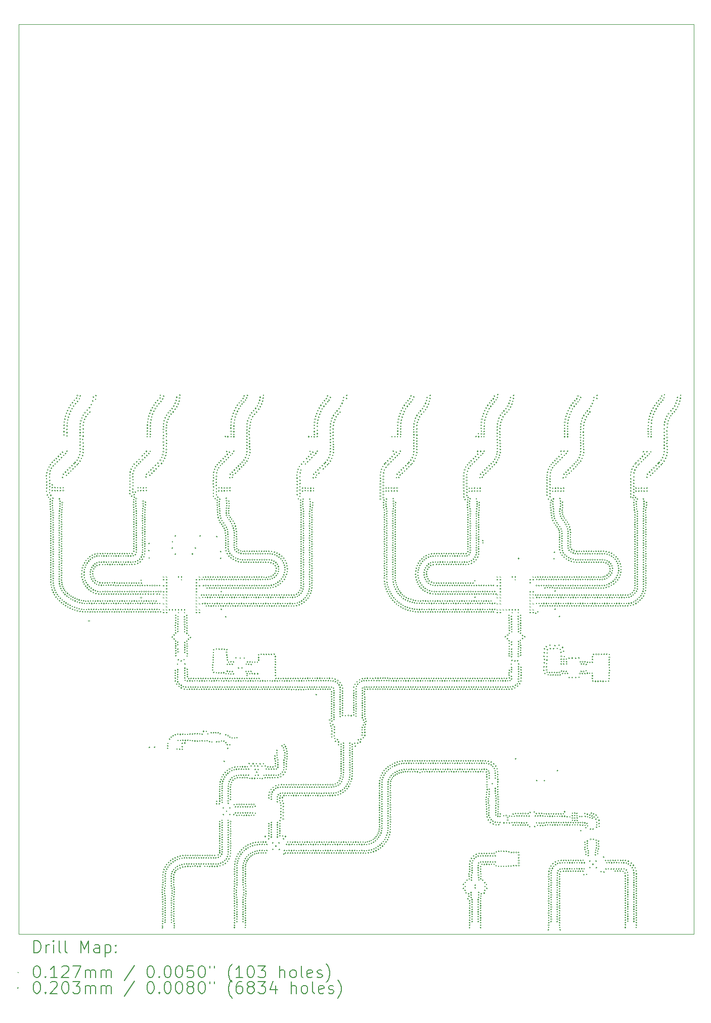
<source format=gbr>
%TF.GenerationSoftware,KiCad,Pcbnew,9.0.1*%
%TF.CreationDate,2025-06-02T14:00:33-06:00*%
%TF.ProjectId,PABA-DP,50414241-2d44-4502-9e6b-696361645f70,rev?*%
%TF.SameCoordinates,Original*%
%TF.FileFunction,Drillmap*%
%TF.FilePolarity,Positive*%
%FSLAX45Y45*%
G04 Gerber Fmt 4.5, Leading zero omitted, Abs format (unit mm)*
G04 Created by KiCad (PCBNEW 9.0.1) date 2025-06-02 14:00:33*
%MOMM*%
%LPD*%
G01*
G04 APERTURE LIST*
%ADD10C,0.050000*%
%ADD11C,0.200000*%
%ADD12C,0.100000*%
G04 APERTURE END LIST*
D10*
X5047056Y-1981292D02*
X16352596Y-1981292D01*
X16352596Y-17220149D01*
X5047056Y-17220149D01*
X5047056Y-1981292D01*
D11*
D12*
X7463536Y-11228492D02*
X7476236Y-11241192D01*
X7476236Y-11228492D02*
X7463536Y-11241192D01*
X7463536Y-11278479D02*
X7476236Y-11291179D01*
X7476236Y-11278479D02*
X7463536Y-11291179D01*
X7463536Y-11378479D02*
X7476236Y-11391179D01*
X7476236Y-11378479D02*
X7463536Y-11391179D01*
X7463536Y-11478479D02*
X7476236Y-11491179D01*
X7476236Y-11478479D02*
X7463536Y-11491179D01*
X7463536Y-11528491D02*
X7476236Y-11541191D01*
X7476236Y-11528491D02*
X7463536Y-11541191D01*
X7463536Y-11578504D02*
X7476236Y-11591204D01*
X7476236Y-11578504D02*
X7463536Y-11591204D01*
X7463536Y-11678504D02*
X7476236Y-11691204D01*
X7476236Y-11678504D02*
X7463536Y-11691204D01*
X7463536Y-11778504D02*
X7476236Y-11791204D01*
X7476236Y-11778504D02*
X7463536Y-11791204D01*
X7463536Y-11828491D02*
X7476236Y-11841191D01*
X7476236Y-11828491D02*
X7463536Y-11841191D01*
X7513523Y-11228492D02*
X7526223Y-11241192D01*
X7526223Y-11228492D02*
X7513523Y-11241192D01*
X7513523Y-11278479D02*
X7526223Y-11291179D01*
X7526223Y-11278479D02*
X7513523Y-11291179D01*
X7513523Y-11328492D02*
X7526223Y-11341192D01*
X7526223Y-11328492D02*
X7513523Y-11341192D01*
X7513523Y-11378479D02*
X7526223Y-11391179D01*
X7526223Y-11378479D02*
X7513523Y-11391179D01*
X7513523Y-11428492D02*
X7526223Y-11441192D01*
X7526223Y-11428492D02*
X7513523Y-11441192D01*
X7513523Y-11478479D02*
X7526223Y-11491179D01*
X7526223Y-11478479D02*
X7513523Y-11491179D01*
X7513523Y-11528491D02*
X7526223Y-11541191D01*
X7526223Y-11528491D02*
X7513523Y-11541191D01*
X7513523Y-11578504D02*
X7526223Y-11591204D01*
X7526223Y-11578504D02*
X7513523Y-11591204D01*
X7513523Y-11628491D02*
X7526223Y-11641191D01*
X7526223Y-11628491D02*
X7513523Y-11641191D01*
X7513523Y-11678504D02*
X7526223Y-11691204D01*
X7526223Y-11678504D02*
X7513523Y-11691204D01*
X7513523Y-11728491D02*
X7526223Y-11741191D01*
X7526223Y-11728491D02*
X7513523Y-11741191D01*
X7513523Y-11778504D02*
X7526223Y-11791204D01*
X7526223Y-11778504D02*
X7513523Y-11791204D01*
X7513523Y-11828491D02*
X7526223Y-11841191D01*
X7526223Y-11828491D02*
X7513523Y-11841191D01*
X7563536Y-11778504D02*
X7576236Y-11791204D01*
X7576236Y-11778504D02*
X7563536Y-11791204D01*
X7613523Y-11778504D02*
X7626223Y-11791204D01*
X7626223Y-11778504D02*
X7613523Y-11791204D01*
X7663535Y-11778504D02*
X7676235Y-11791204D01*
X7676235Y-11778504D02*
X7663535Y-11791204D01*
X7713523Y-11228492D02*
X7726223Y-11241192D01*
X7726223Y-11228492D02*
X7713523Y-11241192D01*
X7713523Y-11778504D02*
X7726223Y-11791204D01*
X7726223Y-11778504D02*
X7713523Y-11791204D01*
X7713523Y-11828491D02*
X7726223Y-11841191D01*
X7726223Y-11828491D02*
X7713523Y-11841191D01*
X7763535Y-11228492D02*
X7776235Y-11241192D01*
X7776235Y-11228492D02*
X7763535Y-11241192D01*
X7763535Y-11278479D02*
X7776235Y-11291179D01*
X7776235Y-11278479D02*
X7763535Y-11291179D01*
X7763535Y-11778504D02*
X7776235Y-11791204D01*
X7776235Y-11778504D02*
X7763535Y-11791204D01*
X7813548Y-11778504D02*
X7826248Y-11791204D01*
X7826248Y-11778504D02*
X7813548Y-11791204D01*
X7813548Y-11828491D02*
X7826248Y-11841191D01*
X7826248Y-11828491D02*
X7813548Y-11841191D01*
X8013547Y-11278479D02*
X8026247Y-11291179D01*
X8026247Y-11278479D02*
X8013547Y-11291179D01*
X8013547Y-11328492D02*
X8026247Y-11341192D01*
X8026247Y-11328492D02*
X8013547Y-11341192D01*
X8013547Y-11378479D02*
X8026247Y-11391179D01*
X8026247Y-11378479D02*
X8013547Y-11391179D01*
X8013547Y-11428492D02*
X8026247Y-11441192D01*
X8026247Y-11428492D02*
X8013547Y-11441192D01*
X8013547Y-11478479D02*
X8026247Y-11491179D01*
X8026247Y-11478479D02*
X8013547Y-11491179D01*
X8013547Y-11528491D02*
X8026247Y-11541191D01*
X8026247Y-11528491D02*
X8013547Y-11541191D01*
X8013547Y-11578504D02*
X8026247Y-11591204D01*
X8026247Y-11578504D02*
X8013547Y-11591204D01*
X8013547Y-11628491D02*
X8026247Y-11641191D01*
X8026247Y-11628491D02*
X8013547Y-11641191D01*
X8013547Y-11678504D02*
X8026247Y-11691204D01*
X8026247Y-11678504D02*
X8013547Y-11691204D01*
X8013547Y-11728491D02*
X8026247Y-11741191D01*
X8026247Y-11728491D02*
X8013547Y-11741191D01*
X8013547Y-11778504D02*
X8026247Y-11791204D01*
X8026247Y-11778504D02*
X8013547Y-11791204D01*
X8013547Y-11828491D02*
X8026247Y-11841191D01*
X8026247Y-11828491D02*
X8013547Y-11841191D01*
X8063535Y-11228492D02*
X8076235Y-11241192D01*
X8076235Y-11228492D02*
X8063535Y-11241192D01*
X8063535Y-11278479D02*
X8076235Y-11291179D01*
X8076235Y-11278479D02*
X8063535Y-11291179D01*
X8063535Y-11378479D02*
X8076235Y-11391179D01*
X8076235Y-11378479D02*
X8063535Y-11391179D01*
X8063535Y-11578504D02*
X8076235Y-11591204D01*
X8076235Y-11578504D02*
X8063535Y-11591204D01*
X8063535Y-11678504D02*
X8076235Y-11691204D01*
X8076235Y-11678504D02*
X8063535Y-11691204D01*
X8063535Y-11778504D02*
X8076235Y-11791204D01*
X8076235Y-11778504D02*
X8063535Y-11791204D01*
X8063535Y-11828491D02*
X8076235Y-11841191D01*
X8076235Y-11828491D02*
X8063535Y-11841191D01*
X13052603Y-11228492D02*
X13065303Y-11241192D01*
X13065303Y-11228492D02*
X13052603Y-11241192D01*
X13052603Y-11278479D02*
X13065303Y-11291179D01*
X13065303Y-11278479D02*
X13052603Y-11291179D01*
X13052603Y-11378479D02*
X13065303Y-11391179D01*
X13065303Y-11378479D02*
X13052603Y-11391179D01*
X13052603Y-11528491D02*
X13065303Y-11541191D01*
X13065303Y-11528491D02*
X13052603Y-11541191D01*
X13052603Y-11578504D02*
X13065303Y-11591204D01*
X13065303Y-11578504D02*
X13052603Y-11591204D01*
X13052603Y-11678504D02*
X13065303Y-11691204D01*
X13065303Y-11678504D02*
X13052603Y-11691204D01*
X13052603Y-11778504D02*
X13065303Y-11791204D01*
X13065303Y-11778504D02*
X13052603Y-11791204D01*
X13052603Y-11828491D02*
X13065303Y-11841191D01*
X13065303Y-11828491D02*
X13052603Y-11841191D01*
X13102590Y-11228492D02*
X13115290Y-11241192D01*
X13115290Y-11228492D02*
X13102590Y-11241192D01*
X13102590Y-11278479D02*
X13115290Y-11291179D01*
X13115290Y-11278479D02*
X13102590Y-11291179D01*
X13102590Y-11328492D02*
X13115290Y-11341192D01*
X13115290Y-11328492D02*
X13102590Y-11341192D01*
X13102590Y-11378479D02*
X13115290Y-11391179D01*
X13115290Y-11378479D02*
X13102590Y-11391179D01*
X13102590Y-11428492D02*
X13115290Y-11441192D01*
X13115290Y-11428492D02*
X13102590Y-11441192D01*
X13102590Y-11478479D02*
X13115290Y-11491179D01*
X13115290Y-11478479D02*
X13102590Y-11491179D01*
X13102590Y-11528491D02*
X13115290Y-11541191D01*
X13115290Y-11528491D02*
X13102590Y-11541191D01*
X13102590Y-11578504D02*
X13115290Y-11591204D01*
X13115290Y-11578504D02*
X13102590Y-11591204D01*
X13102590Y-11628491D02*
X13115290Y-11641191D01*
X13115290Y-11628491D02*
X13102590Y-11641191D01*
X13102590Y-11678504D02*
X13115290Y-11691204D01*
X13115290Y-11678504D02*
X13102590Y-11691204D01*
X13102590Y-11778504D02*
X13115290Y-11791204D01*
X13115290Y-11778504D02*
X13102590Y-11791204D01*
X13102590Y-11828491D02*
X13115290Y-11841191D01*
X13115290Y-11828491D02*
X13102590Y-11841191D01*
X13152602Y-11778504D02*
X13165302Y-11791204D01*
X13165302Y-11778504D02*
X13152602Y-11791204D01*
X13202590Y-11778504D02*
X13215290Y-11791204D01*
X13215290Y-11778504D02*
X13202590Y-11791204D01*
X13252602Y-11778504D02*
X13265302Y-11791204D01*
X13265302Y-11778504D02*
X13252602Y-11791204D01*
X13302589Y-11228492D02*
X13315289Y-11241192D01*
X13315289Y-11228492D02*
X13302589Y-11241192D01*
X13302589Y-11778504D02*
X13315289Y-11791204D01*
X13315289Y-11778504D02*
X13302589Y-11791204D01*
X13302589Y-11828491D02*
X13315289Y-11841191D01*
X13315289Y-11828491D02*
X13302589Y-11841191D01*
X13352602Y-11228492D02*
X13365302Y-11241192D01*
X13365302Y-11228492D02*
X13352602Y-11241192D01*
X13352602Y-11278479D02*
X13365302Y-11291179D01*
X13365302Y-11278479D02*
X13352602Y-11291179D01*
X13352602Y-11778504D02*
X13365302Y-11791204D01*
X13365302Y-11778504D02*
X13352602Y-11791204D01*
X13402615Y-11778504D02*
X13415315Y-11791204D01*
X13415315Y-11778504D02*
X13402615Y-11791204D01*
X13402615Y-11828491D02*
X13415315Y-11841191D01*
X13415315Y-11828491D02*
X13402615Y-11841191D01*
X13602614Y-11278479D02*
X13615314Y-11291179D01*
X13615314Y-11278479D02*
X13602614Y-11291179D01*
X13602614Y-11328492D02*
X13615314Y-11341192D01*
X13615314Y-11328492D02*
X13602614Y-11341192D01*
X13602614Y-11478479D02*
X13615314Y-11491179D01*
X13615314Y-11478479D02*
X13602614Y-11491179D01*
X13602614Y-11528491D02*
X13615314Y-11541191D01*
X13615314Y-11528491D02*
X13602614Y-11541191D01*
X13602614Y-11578504D02*
X13615314Y-11591204D01*
X13615314Y-11578504D02*
X13602614Y-11591204D01*
X13602614Y-11628491D02*
X13615314Y-11641191D01*
X13615314Y-11628491D02*
X13602614Y-11641191D01*
X13602614Y-11678504D02*
X13615314Y-11691204D01*
X13615314Y-11678504D02*
X13602614Y-11691204D01*
X13602614Y-11728491D02*
X13615314Y-11741191D01*
X13615314Y-11728491D02*
X13602614Y-11741191D01*
X13602614Y-11778504D02*
X13615314Y-11791204D01*
X13615314Y-11778504D02*
X13602614Y-11791204D01*
X13602614Y-11828491D02*
X13615314Y-11841191D01*
X13615314Y-11828491D02*
X13602614Y-11841191D01*
X13652601Y-11228492D02*
X13665301Y-11241192D01*
X13665301Y-11228492D02*
X13652601Y-11241192D01*
X13652601Y-11278479D02*
X13665301Y-11291179D01*
X13665301Y-11278479D02*
X13652601Y-11291179D01*
X13652601Y-11478479D02*
X13665301Y-11491179D01*
X13665301Y-11478479D02*
X13652601Y-11491179D01*
X13652601Y-11528491D02*
X13665301Y-11541191D01*
X13665301Y-11528491D02*
X13652601Y-11541191D01*
X13652601Y-11578504D02*
X13665301Y-11591204D01*
X13665301Y-11578504D02*
X13652601Y-11591204D01*
X13652601Y-11678504D02*
X13665301Y-11691204D01*
X13665301Y-11678504D02*
X13652601Y-11691204D01*
X13652601Y-11778504D02*
X13665301Y-11791204D01*
X13665301Y-11778504D02*
X13652601Y-11791204D01*
X13652601Y-11828491D02*
X13665301Y-11841191D01*
X13665301Y-11828491D02*
X13652601Y-11841191D01*
X14222348Y-15246356D02*
X14235048Y-15259056D01*
X14235048Y-15246356D02*
X14222348Y-15259056D01*
X14266798Y-15246915D02*
X14279498Y-15259615D01*
X14279498Y-15246915D02*
X14266798Y-15259615D01*
X5524373Y-9545590D02*
G75*
G02*
X5504053Y-9545590I-10160J0D01*
G01*
X5504053Y-9545590D02*
G75*
G02*
X5524373Y-9545590I10160J0D01*
G01*
X5524779Y-9807108D02*
G75*
G02*
X5504459Y-9807108I-10160J0D01*
G01*
X5504459Y-9807108D02*
G75*
G02*
X5524779Y-9807108I10160J0D01*
G01*
X5525313Y-9650542D02*
G75*
G02*
X5504993Y-9650542I-10160J0D01*
G01*
X5504993Y-9650542D02*
G75*
G02*
X5525313Y-9650542I10160J0D01*
G01*
X5525313Y-9701342D02*
G75*
G02*
X5504993Y-9701342I-10160J0D01*
G01*
X5504993Y-9701342D02*
G75*
G02*
X5525313Y-9701342I10160J0D01*
G01*
X5525313Y-9752142D02*
G75*
G02*
X5504993Y-9752142I-10160J0D01*
G01*
X5504993Y-9752142D02*
G75*
G02*
X5525313Y-9752142I10160J0D01*
G01*
X5526379Y-9593011D02*
G75*
G02*
X5506059Y-9593011I-10160J0D01*
G01*
X5506059Y-9593011D02*
G75*
G02*
X5526379Y-9593011I10160J0D01*
G01*
X5530494Y-9495145D02*
G75*
G02*
X5510174Y-9495145I-10160J0D01*
G01*
X5510174Y-9495145D02*
G75*
G02*
X5530494Y-9495145I10160J0D01*
G01*
X5539206Y-9866874D02*
G75*
G02*
X5518886Y-9866874I-10160J0D01*
G01*
X5518886Y-9866874D02*
G75*
G02*
X5539206Y-9866874I10160J0D01*
G01*
X5543423Y-9445641D02*
G75*
G02*
X5523103Y-9445641I-10160J0D01*
G01*
X5523103Y-9445641D02*
G75*
G02*
X5543423Y-9445641I10160J0D01*
G01*
X5558841Y-9908962D02*
G75*
G02*
X5538521Y-9908962I-10160J0D01*
G01*
X5538521Y-9908962D02*
G75*
G02*
X5558841Y-9908962I10160J0D01*
G01*
X5566334Y-9399844D02*
G75*
G02*
X5546014Y-9399844I-10160J0D01*
G01*
X5546014Y-9399844D02*
G75*
G02*
X5566334Y-9399844I10160J0D01*
G01*
X5575579Y-9781708D02*
G75*
G02*
X5555259Y-9781708I-10160J0D01*
G01*
X5555259Y-9781708D02*
G75*
G02*
X5575579Y-9781708I10160J0D01*
G01*
X5575579Y-9832508D02*
G75*
G02*
X5555259Y-9832508I-10160J0D01*
G01*
X5555259Y-9832508D02*
G75*
G02*
X5575579Y-9832508I10160J0D01*
G01*
X5576113Y-9625142D02*
G75*
G02*
X5555793Y-9625142I-10160J0D01*
G01*
X5555793Y-9625142D02*
G75*
G02*
X5576113Y-9625142I10160J0D01*
G01*
X5576113Y-9675942D02*
G75*
G02*
X5555793Y-9675942I-10160J0D01*
G01*
X5555793Y-9675942D02*
G75*
G02*
X5576113Y-9675942I10160J0D01*
G01*
X5576113Y-9726742D02*
G75*
G02*
X5555793Y-9726742I-10160J0D01*
G01*
X5555793Y-9726742D02*
G75*
G02*
X5576113Y-9726742I10160J0D01*
G01*
X5577179Y-9567611D02*
G75*
G02*
X5556859Y-9567611I-10160J0D01*
G01*
X5556859Y-9567611D02*
G75*
G02*
X5577179Y-9567611I10160J0D01*
G01*
X5577814Y-9515414D02*
G75*
G02*
X5557494Y-9515414I-10160J0D01*
G01*
X5557494Y-9515414D02*
G75*
G02*
X5577814Y-9515414I10160J0D01*
G01*
X5585866Y-9981073D02*
G75*
G02*
X5565546Y-9981073I-10160J0D01*
G01*
X5565546Y-9981073D02*
G75*
G02*
X5585866Y-9981073I10160J0D01*
G01*
X5585866Y-10022094D02*
G75*
G02*
X5565546Y-10022094I-10160J0D01*
G01*
X5565546Y-10022094D02*
G75*
G02*
X5585866Y-10022094I10160J0D01*
G01*
X5587136Y-9465834D02*
G75*
G02*
X5566816Y-9465834I-10160J0D01*
G01*
X5566816Y-9465834D02*
G75*
G02*
X5587136Y-9465834I10160J0D01*
G01*
X5587263Y-10063115D02*
G75*
G02*
X5566943Y-10063115I-10160J0D01*
G01*
X5566943Y-10063115D02*
G75*
G02*
X5587263Y-10063115I10160J0D01*
G01*
X5587974Y-9939671D02*
G75*
G02*
X5567654Y-9939671I-10160J0D01*
G01*
X5567654Y-9939671D02*
G75*
G02*
X5587974Y-9939671I10160J0D01*
G01*
X5589727Y-10103805D02*
G75*
G02*
X5569407Y-10103805I-10160J0D01*
G01*
X5569407Y-10103805D02*
G75*
G02*
X5589727Y-10103805I10160J0D01*
G01*
X5592445Y-9359357D02*
G75*
G02*
X5572125Y-9359357I-10160J0D01*
G01*
X5572125Y-9359357D02*
G75*
G02*
X5592445Y-9359357I10160J0D01*
G01*
X5594147Y-10146452D02*
G75*
G02*
X5573827Y-10146452I-10160J0D01*
G01*
X5573827Y-10146452D02*
G75*
G02*
X5594147Y-10146452I10160J0D01*
G01*
X5595340Y-10228418D02*
G75*
G02*
X5575020Y-10228418I-10160J0D01*
G01*
X5575020Y-10228418D02*
G75*
G02*
X5595340Y-10228418I10160J0D01*
G01*
X5595340Y-10269058D02*
G75*
G02*
X5575020Y-10269058I-10160J0D01*
G01*
X5575020Y-10269058D02*
G75*
G02*
X5595340Y-10269058I10160J0D01*
G01*
X5595340Y-10309698D02*
G75*
G02*
X5575020Y-10309698I-10160J0D01*
G01*
X5575020Y-10309698D02*
G75*
G02*
X5595340Y-10309698I10160J0D01*
G01*
X5595340Y-10350338D02*
G75*
G02*
X5575020Y-10350338I-10160J0D01*
G01*
X5575020Y-10350338D02*
G75*
G02*
X5595340Y-10350338I10160J0D01*
G01*
X5595340Y-10390978D02*
G75*
G02*
X5575020Y-10390978I-10160J0D01*
G01*
X5575020Y-10390978D02*
G75*
G02*
X5595340Y-10390978I10160J0D01*
G01*
X5595340Y-10431618D02*
G75*
G02*
X5575020Y-10431618I-10160J0D01*
G01*
X5575020Y-10431618D02*
G75*
G02*
X5595340Y-10431618I10160J0D01*
G01*
X5595340Y-10472258D02*
G75*
G02*
X5575020Y-10472258I-10160J0D01*
G01*
X5575020Y-10472258D02*
G75*
G02*
X5595340Y-10472258I10160J0D01*
G01*
X5595340Y-10512898D02*
G75*
G02*
X5575020Y-10512898I-10160J0D01*
G01*
X5575020Y-10512898D02*
G75*
G02*
X5595340Y-10512898I10160J0D01*
G01*
X5595340Y-10553538D02*
G75*
G02*
X5575020Y-10553538I-10160J0D01*
G01*
X5575020Y-10553538D02*
G75*
G02*
X5595340Y-10553538I10160J0D01*
G01*
X5595340Y-10594178D02*
G75*
G02*
X5575020Y-10594178I-10160J0D01*
G01*
X5575020Y-10594178D02*
G75*
G02*
X5595340Y-10594178I10160J0D01*
G01*
X5595340Y-10634818D02*
G75*
G02*
X5575020Y-10634818I-10160J0D01*
G01*
X5575020Y-10634818D02*
G75*
G02*
X5595340Y-10634818I10160J0D01*
G01*
X5595340Y-10675458D02*
G75*
G02*
X5575020Y-10675458I-10160J0D01*
G01*
X5575020Y-10675458D02*
G75*
G02*
X5595340Y-10675458I10160J0D01*
G01*
X5595340Y-10716098D02*
G75*
G02*
X5575020Y-10716098I-10160J0D01*
G01*
X5575020Y-10716098D02*
G75*
G02*
X5595340Y-10716098I10160J0D01*
G01*
X5595340Y-10756738D02*
G75*
G02*
X5575020Y-10756738I-10160J0D01*
G01*
X5575020Y-10756738D02*
G75*
G02*
X5595340Y-10756738I10160J0D01*
G01*
X5595340Y-10797378D02*
G75*
G02*
X5575020Y-10797378I-10160J0D01*
G01*
X5575020Y-10797378D02*
G75*
G02*
X5595340Y-10797378I10160J0D01*
G01*
X5595340Y-10838018D02*
G75*
G02*
X5575020Y-10838018I-10160J0D01*
G01*
X5575020Y-10838018D02*
G75*
G02*
X5595340Y-10838018I10160J0D01*
G01*
X5595340Y-10878658D02*
G75*
G02*
X5575020Y-10878658I-10160J0D01*
G01*
X5575020Y-10878658D02*
G75*
G02*
X5595340Y-10878658I10160J0D01*
G01*
X5595340Y-10919298D02*
G75*
G02*
X5575020Y-10919298I-10160J0D01*
G01*
X5575020Y-10919298D02*
G75*
G02*
X5595340Y-10919298I10160J0D01*
G01*
X5595340Y-10959938D02*
G75*
G02*
X5575020Y-10959938I-10160J0D01*
G01*
X5575020Y-10959938D02*
G75*
G02*
X5595340Y-10959938I10160J0D01*
G01*
X5595340Y-11000578D02*
G75*
G02*
X5575020Y-11000578I-10160J0D01*
G01*
X5575020Y-11000578D02*
G75*
G02*
X5595340Y-11000578I10160J0D01*
G01*
X5595340Y-11041218D02*
G75*
G02*
X5575020Y-11041218I-10160J0D01*
G01*
X5575020Y-11041218D02*
G75*
G02*
X5595340Y-11041218I10160J0D01*
G01*
X5595340Y-11081858D02*
G75*
G02*
X5575020Y-11081858I-10160J0D01*
G01*
X5575020Y-11081858D02*
G75*
G02*
X5595340Y-11081858I10160J0D01*
G01*
X5595340Y-11122498D02*
G75*
G02*
X5575020Y-11122498I-10160J0D01*
G01*
X5575020Y-11122498D02*
G75*
G02*
X5595340Y-11122498I10160J0D01*
G01*
X5595340Y-11163138D02*
G75*
G02*
X5575020Y-11163138I-10160J0D01*
G01*
X5575020Y-11163138D02*
G75*
G02*
X5595340Y-11163138I10160J0D01*
G01*
X5595340Y-11203778D02*
G75*
G02*
X5575020Y-11203778I-10160J0D01*
G01*
X5575020Y-11203778D02*
G75*
G02*
X5595340Y-11203778I10160J0D01*
G01*
X5595340Y-11244418D02*
G75*
G02*
X5575020Y-11244418I-10160J0D01*
G01*
X5575020Y-11244418D02*
G75*
G02*
X5595340Y-11244418I10160J0D01*
G01*
X5595544Y-10187778D02*
G75*
G02*
X5575224Y-10187778I-10160J0D01*
G01*
X5575224Y-10187778D02*
G75*
G02*
X5595544Y-10187778I10160J0D01*
G01*
X5595874Y-11327222D02*
G75*
G02*
X5575554Y-11327222I-10160J0D01*
G01*
X5575554Y-11327222D02*
G75*
G02*
X5595874Y-11327222I10160J0D01*
G01*
X5596915Y-9874494D02*
G75*
G02*
X5576595Y-9874494I-10160J0D01*
G01*
X5576595Y-9874494D02*
G75*
G02*
X5596915Y-9874494I10160J0D01*
G01*
X5597550Y-11285871D02*
G75*
G02*
X5577230Y-11285871I-10160J0D01*
G01*
X5577230Y-11285871D02*
G75*
G02*
X5597550Y-11285871I10160J0D01*
G01*
X5600217Y-11371621D02*
G75*
G02*
X5579897Y-11371621I-10160J0D01*
G01*
X5579897Y-11371621D02*
G75*
G02*
X5600217Y-11371621I10160J0D01*
G01*
X5608447Y-9419479D02*
G75*
G02*
X5588127Y-9419479I-10160J0D01*
G01*
X5588127Y-9419479D02*
G75*
G02*
X5608447Y-9419479I10160J0D01*
G01*
X5608879Y-11415385D02*
G75*
G02*
X5588559Y-11415385I-10160J0D01*
G01*
X5588559Y-11415385D02*
G75*
G02*
X5608879Y-11415385I10160J0D01*
G01*
X5620131Y-9321003D02*
G75*
G02*
X5599811Y-9321003I-10160J0D01*
G01*
X5599811Y-9321003D02*
G75*
G02*
X5620131Y-9321003I10160J0D01*
G01*
X5620182Y-9796465D02*
G75*
G02*
X5599862Y-9796465I-10160J0D01*
G01*
X5599862Y-9796465D02*
G75*
G02*
X5620182Y-9796465I10160J0D01*
G01*
X5620740Y-9696237D02*
G75*
G02*
X5600420Y-9696237I-10160J0D01*
G01*
X5600420Y-9696237D02*
G75*
G02*
X5620740Y-9696237I10160J0D01*
G01*
X5620867Y-9745310D02*
G75*
G02*
X5600547Y-9745310I-10160J0D01*
G01*
X5600547Y-9745310D02*
G75*
G02*
X5620867Y-9745310I10160J0D01*
G01*
X5621782Y-11458083D02*
G75*
G02*
X5601462Y-11458083I-10160J0D01*
G01*
X5601462Y-11458083D02*
G75*
G02*
X5621782Y-11458083I10160J0D01*
G01*
X5623382Y-10004060D02*
G75*
G02*
X5603062Y-10004060I-10160J0D01*
G01*
X5603062Y-10004060D02*
G75*
G02*
X5623382Y-10004060I10160J0D01*
G01*
X5623534Y-10044420D02*
G75*
G02*
X5603214Y-10044420I-10160J0D01*
G01*
X5603214Y-10044420D02*
G75*
G02*
X5623534Y-10044420I10160J0D01*
G01*
X5625135Y-9963369D02*
G75*
G02*
X5604815Y-9963369I-10160J0D01*
G01*
X5604815Y-9963369D02*
G75*
G02*
X5625135Y-9963369I10160J0D01*
G01*
X5626328Y-10084933D02*
G75*
G02*
X5606008Y-10084933I-10160J0D01*
G01*
X5606008Y-10084933D02*
G75*
G02*
X5626328Y-10084933I10160J0D01*
G01*
X5630723Y-10125268D02*
G75*
G02*
X5610403Y-10125268I-10160J0D01*
G01*
X5610403Y-10125268D02*
G75*
G02*
X5630723Y-10125268I10160J0D01*
G01*
X5632526Y-9923211D02*
G75*
G02*
X5612206Y-9923211I-10160J0D01*
G01*
X5612206Y-9923211D02*
G75*
G02*
X5632526Y-9923211I10160J0D01*
G01*
X5635472Y-10166035D02*
G75*
G02*
X5615152Y-10166035I-10160J0D01*
G01*
X5615152Y-10166035D02*
G75*
G02*
X5635472Y-10166035I10160J0D01*
G01*
X5635650Y-10208276D02*
G75*
G02*
X5615330Y-10208276I-10160J0D01*
G01*
X5615330Y-10208276D02*
G75*
G02*
X5635650Y-10208276I10160J0D01*
G01*
X5635955Y-11304921D02*
G75*
G02*
X5615635Y-11304921I-10160J0D01*
G01*
X5615635Y-11304921D02*
G75*
G02*
X5635955Y-11304921I10160J0D01*
G01*
X5635980Y-10248738D02*
G75*
G02*
X5615660Y-10248738I-10160J0D01*
G01*
X5615660Y-10248738D02*
G75*
G02*
X5635980Y-10248738I10160J0D01*
G01*
X5635980Y-10289378D02*
G75*
G02*
X5615660Y-10289378I-10160J0D01*
G01*
X5615660Y-10289378D02*
G75*
G02*
X5635980Y-10289378I10160J0D01*
G01*
X5635980Y-10330018D02*
G75*
G02*
X5615660Y-10330018I-10160J0D01*
G01*
X5615660Y-10330018D02*
G75*
G02*
X5635980Y-10330018I10160J0D01*
G01*
X5635980Y-10370658D02*
G75*
G02*
X5615660Y-10370658I-10160J0D01*
G01*
X5615660Y-10370658D02*
G75*
G02*
X5635980Y-10370658I10160J0D01*
G01*
X5635980Y-10411298D02*
G75*
G02*
X5615660Y-10411298I-10160J0D01*
G01*
X5615660Y-10411298D02*
G75*
G02*
X5635980Y-10411298I10160J0D01*
G01*
X5635980Y-10451938D02*
G75*
G02*
X5615660Y-10451938I-10160J0D01*
G01*
X5615660Y-10451938D02*
G75*
G02*
X5635980Y-10451938I10160J0D01*
G01*
X5635980Y-10492578D02*
G75*
G02*
X5615660Y-10492578I-10160J0D01*
G01*
X5615660Y-10492578D02*
G75*
G02*
X5635980Y-10492578I10160J0D01*
G01*
X5635980Y-10533218D02*
G75*
G02*
X5615660Y-10533218I-10160J0D01*
G01*
X5615660Y-10533218D02*
G75*
G02*
X5635980Y-10533218I10160J0D01*
G01*
X5635980Y-10573858D02*
G75*
G02*
X5615660Y-10573858I-10160J0D01*
G01*
X5615660Y-10573858D02*
G75*
G02*
X5635980Y-10573858I10160J0D01*
G01*
X5635980Y-10614498D02*
G75*
G02*
X5615660Y-10614498I-10160J0D01*
G01*
X5615660Y-10614498D02*
G75*
G02*
X5635980Y-10614498I10160J0D01*
G01*
X5635980Y-10655138D02*
G75*
G02*
X5615660Y-10655138I-10160J0D01*
G01*
X5615660Y-10655138D02*
G75*
G02*
X5635980Y-10655138I10160J0D01*
G01*
X5635980Y-10695778D02*
G75*
G02*
X5615660Y-10695778I-10160J0D01*
G01*
X5615660Y-10695778D02*
G75*
G02*
X5635980Y-10695778I10160J0D01*
G01*
X5635980Y-10736418D02*
G75*
G02*
X5615660Y-10736418I-10160J0D01*
G01*
X5615660Y-10736418D02*
G75*
G02*
X5635980Y-10736418I10160J0D01*
G01*
X5635980Y-10777058D02*
G75*
G02*
X5615660Y-10777058I-10160J0D01*
G01*
X5615660Y-10777058D02*
G75*
G02*
X5635980Y-10777058I10160J0D01*
G01*
X5635980Y-10817698D02*
G75*
G02*
X5615660Y-10817698I-10160J0D01*
G01*
X5615660Y-10817698D02*
G75*
G02*
X5635980Y-10817698I10160J0D01*
G01*
X5635980Y-10858338D02*
G75*
G02*
X5615660Y-10858338I-10160J0D01*
G01*
X5615660Y-10858338D02*
G75*
G02*
X5635980Y-10858338I10160J0D01*
G01*
X5635980Y-10898978D02*
G75*
G02*
X5615660Y-10898978I-10160J0D01*
G01*
X5615660Y-10898978D02*
G75*
G02*
X5635980Y-10898978I10160J0D01*
G01*
X5635980Y-10939618D02*
G75*
G02*
X5615660Y-10939618I-10160J0D01*
G01*
X5615660Y-10939618D02*
G75*
G02*
X5635980Y-10939618I10160J0D01*
G01*
X5635980Y-10980258D02*
G75*
G02*
X5615660Y-10980258I-10160J0D01*
G01*
X5615660Y-10980258D02*
G75*
G02*
X5635980Y-10980258I10160J0D01*
G01*
X5635980Y-11020898D02*
G75*
G02*
X5615660Y-11020898I-10160J0D01*
G01*
X5615660Y-11020898D02*
G75*
G02*
X5635980Y-11020898I10160J0D01*
G01*
X5635980Y-11061538D02*
G75*
G02*
X5615660Y-11061538I-10160J0D01*
G01*
X5615660Y-11061538D02*
G75*
G02*
X5635980Y-11061538I10160J0D01*
G01*
X5635980Y-11102178D02*
G75*
G02*
X5615660Y-11102178I-10160J0D01*
G01*
X5615660Y-11102178D02*
G75*
G02*
X5635980Y-11102178I10160J0D01*
G01*
X5635980Y-11142818D02*
G75*
G02*
X5615660Y-11142818I-10160J0D01*
G01*
X5615660Y-11142818D02*
G75*
G02*
X5635980Y-11142818I10160J0D01*
G01*
X5635980Y-11183458D02*
G75*
G02*
X5615660Y-11183458I-10160J0D01*
G01*
X5615660Y-11183458D02*
G75*
G02*
X5635980Y-11183458I10160J0D01*
G01*
X5635980Y-11224098D02*
G75*
G02*
X5615660Y-11224098I-10160J0D01*
G01*
X5615660Y-11224098D02*
G75*
G02*
X5635980Y-11224098I10160J0D01*
G01*
X5635980Y-11264738D02*
G75*
G02*
X5615660Y-11264738I-10160J0D01*
G01*
X5615660Y-11264738D02*
G75*
G02*
X5635980Y-11264738I10160J0D01*
G01*
X5636133Y-9380083D02*
G75*
G02*
X5615813Y-9380083I-10160J0D01*
G01*
X5615813Y-9380083D02*
G75*
G02*
X5636133Y-9380083I10160J0D01*
G01*
X5637936Y-11345510D02*
G75*
G02*
X5617616Y-11345510I-10160J0D01*
G01*
X5617616Y-11345510D02*
G75*
G02*
X5637936Y-11345510I10160J0D01*
G01*
X5638774Y-11499332D02*
G75*
G02*
X5618454Y-11499332I-10160J0D01*
G01*
X5618454Y-11499332D02*
G75*
G02*
X5638774Y-11499332I10160J0D01*
G01*
X5643880Y-11385718D02*
G75*
G02*
X5623560Y-11385718I-10160J0D01*
G01*
X5623560Y-11385718D02*
G75*
G02*
X5643880Y-11385718I10160J0D01*
G01*
X5653710Y-11425139D02*
G75*
G02*
X5633390Y-11425139I-10160J0D01*
G01*
X5633390Y-11425139D02*
G75*
G02*
X5653710Y-11425139I10160J0D01*
G01*
X5654218Y-9287957D02*
G75*
G02*
X5633898Y-9287957I-10160J0D01*
G01*
X5633898Y-9287957D02*
G75*
G02*
X5654218Y-9287957I10160J0D01*
G01*
X5658307Y-11538728D02*
G75*
G02*
X5637987Y-11538728I-10160J0D01*
G01*
X5637987Y-11538728D02*
G75*
G02*
X5658307Y-11538728I10160J0D01*
G01*
X5665317Y-9795576D02*
G75*
G02*
X5644997Y-9795576I-10160J0D01*
G01*
X5644997Y-9795576D02*
G75*
G02*
X5665317Y-9795576I10160J0D01*
G01*
X5665673Y-9745488D02*
G75*
G02*
X5645353Y-9745488I-10160J0D01*
G01*
X5645353Y-9745488D02*
G75*
G02*
X5665673Y-9745488I10160J0D01*
G01*
X5667324Y-11463442D02*
G75*
G02*
X5647004Y-11463442I-10160J0D01*
G01*
X5647004Y-11463442D02*
G75*
G02*
X5667324Y-11463442I10160J0D01*
G01*
X5669305Y-9347978D02*
G75*
G02*
X5648985Y-9347978I-10160J0D01*
G01*
X5648985Y-9347978D02*
G75*
G02*
X5669305Y-9347978I10160J0D01*
G01*
X5683174Y-11575888D02*
G75*
G02*
X5662854Y-11575888I-10160J0D01*
G01*
X5662854Y-11575888D02*
G75*
G02*
X5683174Y-11575888I10160J0D01*
G01*
X5684139Y-11499967D02*
G75*
G02*
X5663819Y-11499967I-10160J0D01*
G01*
X5663819Y-11499967D02*
G75*
G02*
X5684139Y-11499967I10160J0D01*
G01*
X5687263Y-9258189D02*
G75*
G02*
X5666943Y-9258189I-10160J0D01*
G01*
X5666943Y-9258189D02*
G75*
G02*
X5687263Y-9258189I10160J0D01*
G01*
X5704230Y-11535121D02*
G75*
G02*
X5683910Y-11535121I-10160J0D01*
G01*
X5683910Y-11535121D02*
G75*
G02*
X5704230Y-11535121I10160J0D01*
G01*
X5705221Y-9312062D02*
G75*
G02*
X5684901Y-9312062I-10160J0D01*
G01*
X5684901Y-9312062D02*
G75*
G02*
X5705221Y-9312062I10160J0D01*
G01*
X5709818Y-9745488D02*
G75*
G02*
X5689498Y-9745488I-10160J0D01*
G01*
X5689498Y-9745488D02*
G75*
G02*
X5709818Y-9745488I10160J0D01*
G01*
X5709818Y-9793240D02*
G75*
G02*
X5689498Y-9793240I-10160J0D01*
G01*
X5689498Y-9793240D02*
G75*
G02*
X5709818Y-9793240I10160J0D01*
G01*
X5711368Y-11610457D02*
G75*
G02*
X5691048Y-11610457I-10160J0D01*
G01*
X5691048Y-11610457D02*
G75*
G02*
X5711368Y-11610457I10160J0D01*
G01*
X5723179Y-9222273D02*
G75*
G02*
X5702859Y-9222273I-10160J0D01*
G01*
X5702859Y-9222273D02*
G75*
G02*
X5723179Y-9222273I10160J0D01*
G01*
X5728335Y-11567836D02*
G75*
G02*
X5708015Y-11567836I-10160J0D01*
G01*
X5708015Y-11567836D02*
G75*
G02*
X5728335Y-11567836I10160J0D01*
G01*
X5737733Y-10177186D02*
G75*
G02*
X5717413Y-10177186I-10160J0D01*
G01*
X5717413Y-10177186D02*
G75*
G02*
X5737733Y-10177186I10160J0D01*
G01*
X5737733Y-10217826D02*
G75*
G02*
X5717413Y-10217826I-10160J0D01*
G01*
X5717413Y-10217826D02*
G75*
G02*
X5737733Y-10217826I10160J0D01*
G01*
X5737733Y-10258466D02*
G75*
G02*
X5717413Y-10258466I-10160J0D01*
G01*
X5717413Y-10258466D02*
G75*
G02*
X5737733Y-10258466I10160J0D01*
G01*
X5737733Y-10299106D02*
G75*
G02*
X5717413Y-10299106I-10160J0D01*
G01*
X5717413Y-10299106D02*
G75*
G02*
X5737733Y-10299106I10160J0D01*
G01*
X5737733Y-10339746D02*
G75*
G02*
X5717413Y-10339746I-10160J0D01*
G01*
X5717413Y-10339746D02*
G75*
G02*
X5737733Y-10339746I10160J0D01*
G01*
X5737733Y-10380386D02*
G75*
G02*
X5717413Y-10380386I-10160J0D01*
G01*
X5717413Y-10380386D02*
G75*
G02*
X5737733Y-10380386I10160J0D01*
G01*
X5737733Y-10421026D02*
G75*
G02*
X5717413Y-10421026I-10160J0D01*
G01*
X5717413Y-10421026D02*
G75*
G02*
X5737733Y-10421026I10160J0D01*
G01*
X5737733Y-10461666D02*
G75*
G02*
X5717413Y-10461666I-10160J0D01*
G01*
X5717413Y-10461666D02*
G75*
G02*
X5737733Y-10461666I10160J0D01*
G01*
X5737733Y-10502306D02*
G75*
G02*
X5717413Y-10502306I-10160J0D01*
G01*
X5717413Y-10502306D02*
G75*
G02*
X5737733Y-10502306I10160J0D01*
G01*
X5737733Y-10542946D02*
G75*
G02*
X5717413Y-10542946I-10160J0D01*
G01*
X5717413Y-10542946D02*
G75*
G02*
X5737733Y-10542946I10160J0D01*
G01*
X5737733Y-10583586D02*
G75*
G02*
X5717413Y-10583586I-10160J0D01*
G01*
X5717413Y-10583586D02*
G75*
G02*
X5737733Y-10583586I10160J0D01*
G01*
X5737733Y-10624226D02*
G75*
G02*
X5717413Y-10624226I-10160J0D01*
G01*
X5717413Y-10624226D02*
G75*
G02*
X5737733Y-10624226I10160J0D01*
G01*
X5737733Y-10664866D02*
G75*
G02*
X5717413Y-10664866I-10160J0D01*
G01*
X5717413Y-10664866D02*
G75*
G02*
X5737733Y-10664866I10160J0D01*
G01*
X5737733Y-10705506D02*
G75*
G02*
X5717413Y-10705506I-10160J0D01*
G01*
X5717413Y-10705506D02*
G75*
G02*
X5737733Y-10705506I10160J0D01*
G01*
X5737733Y-10746146D02*
G75*
G02*
X5717413Y-10746146I-10160J0D01*
G01*
X5717413Y-10746146D02*
G75*
G02*
X5737733Y-10746146I10160J0D01*
G01*
X5737733Y-10786786D02*
G75*
G02*
X5717413Y-10786786I-10160J0D01*
G01*
X5717413Y-10786786D02*
G75*
G02*
X5737733Y-10786786I10160J0D01*
G01*
X5737733Y-10827426D02*
G75*
G02*
X5717413Y-10827426I-10160J0D01*
G01*
X5717413Y-10827426D02*
G75*
G02*
X5737733Y-10827426I10160J0D01*
G01*
X5737733Y-10868066D02*
G75*
G02*
X5717413Y-10868066I-10160J0D01*
G01*
X5717413Y-10868066D02*
G75*
G02*
X5737733Y-10868066I10160J0D01*
G01*
X5737733Y-10908706D02*
G75*
G02*
X5717413Y-10908706I-10160J0D01*
G01*
X5717413Y-10908706D02*
G75*
G02*
X5737733Y-10908706I10160J0D01*
G01*
X5737733Y-10949346D02*
G75*
G02*
X5717413Y-10949346I-10160J0D01*
G01*
X5717413Y-10949346D02*
G75*
G02*
X5737733Y-10949346I10160J0D01*
G01*
X5737733Y-10989986D02*
G75*
G02*
X5717413Y-10989986I-10160J0D01*
G01*
X5717413Y-10989986D02*
G75*
G02*
X5737733Y-10989986I10160J0D01*
G01*
X5737733Y-11030626D02*
G75*
G02*
X5717413Y-11030626I-10160J0D01*
G01*
X5717413Y-11030626D02*
G75*
G02*
X5737733Y-11030626I10160J0D01*
G01*
X5737733Y-11071266D02*
G75*
G02*
X5717413Y-11071266I-10160J0D01*
G01*
X5717413Y-11071266D02*
G75*
G02*
X5737733Y-11071266I10160J0D01*
G01*
X5737733Y-11111906D02*
G75*
G02*
X5717413Y-11111906I-10160J0D01*
G01*
X5717413Y-11111906D02*
G75*
G02*
X5737733Y-11111906I10160J0D01*
G01*
X5737733Y-11152546D02*
G75*
G02*
X5717413Y-11152546I-10160J0D01*
G01*
X5717413Y-11152546D02*
G75*
G02*
X5737733Y-11152546I10160J0D01*
G01*
X5737733Y-11193186D02*
G75*
G02*
X5717413Y-11193186I-10160J0D01*
G01*
X5717413Y-11193186D02*
G75*
G02*
X5737733Y-11193186I10160J0D01*
G01*
X5737733Y-11233826D02*
G75*
G02*
X5717413Y-11233826I-10160J0D01*
G01*
X5717413Y-11233826D02*
G75*
G02*
X5737733Y-11233826I10160J0D01*
G01*
X5737733Y-11274466D02*
G75*
G02*
X5717413Y-11274466I-10160J0D01*
G01*
X5717413Y-11274466D02*
G75*
G02*
X5737733Y-11274466I10160J0D01*
G01*
X5737911Y-11315106D02*
G75*
G02*
X5717591Y-11315106I-10160J0D01*
G01*
X5717591Y-11315106D02*
G75*
G02*
X5737911Y-11315106I10160J0D01*
G01*
X5741136Y-9276146D02*
G75*
G02*
X5720816Y-9276146I-10160J0D01*
G01*
X5720816Y-9276146D02*
G75*
G02*
X5741136Y-9276146I10160J0D01*
G01*
X5741238Y-10136546D02*
G75*
G02*
X5720918Y-10136546I-10160J0D01*
G01*
X5720918Y-10136546D02*
G75*
G02*
X5741238Y-10136546I10160J0D01*
G01*
X5741314Y-9933651D02*
G75*
G02*
X5720994Y-9933651I-10160J0D01*
G01*
X5720994Y-9933651D02*
G75*
G02*
X5741314Y-9933651I10160J0D01*
G01*
X5741848Y-11355543D02*
G75*
G02*
X5721528Y-11355543I-10160J0D01*
G01*
X5721528Y-11355543D02*
G75*
G02*
X5741848Y-11355543I10160J0D01*
G01*
X5742203Y-11641775D02*
G75*
G02*
X5721883Y-11641775I-10160J0D01*
G01*
X5721883Y-11641775D02*
G75*
G02*
X5742203Y-11641775I10160J0D01*
G01*
X5745988Y-10095931D02*
G75*
G02*
X5725668Y-10095931I-10160J0D01*
G01*
X5725668Y-10095931D02*
G75*
G02*
X5745988Y-10095931I10160J0D01*
G01*
X5750585Y-10014905D02*
G75*
G02*
X5730265Y-10014905I-10160J0D01*
G01*
X5730265Y-10014905D02*
G75*
G02*
X5750585Y-10014905I10160J0D01*
G01*
X5750915Y-10055571D02*
G75*
G02*
X5730595Y-10055571I-10160J0D01*
G01*
X5730595Y-10055571D02*
G75*
G02*
X5750915Y-10055571I10160J0D01*
G01*
X5750966Y-9974189D02*
G75*
G02*
X5730646Y-9974189I-10160J0D01*
G01*
X5730646Y-9974189D02*
G75*
G02*
X5750966Y-9974189I10160J0D01*
G01*
X5750966Y-11395167D02*
G75*
G02*
X5730646Y-11395167I-10160J0D01*
G01*
X5730646Y-11395167D02*
G75*
G02*
X5750966Y-11395167I10160J0D01*
G01*
X5755513Y-11598037D02*
G75*
G02*
X5735193Y-11598037I-10160J0D01*
G01*
X5735193Y-11598037D02*
G75*
G02*
X5755513Y-11598037I10160J0D01*
G01*
X5756427Y-9747240D02*
G75*
G02*
X5736107Y-9747240I-10160J0D01*
G01*
X5736107Y-9747240D02*
G75*
G02*
X5756427Y-9747240I10160J0D01*
G01*
X5756427Y-9794992D02*
G75*
G02*
X5736107Y-9794992I-10160J0D01*
G01*
X5736107Y-9794992D02*
G75*
G02*
X5756427Y-9794992I10160J0D01*
G01*
X5759120Y-9186332D02*
G75*
G02*
X5738800Y-9186332I-10160J0D01*
G01*
X5738800Y-9186332D02*
G75*
G02*
X5759120Y-9186332I10160J0D01*
G01*
X5765114Y-11433241D02*
G75*
G02*
X5744794Y-11433241I-10160J0D01*
G01*
X5744794Y-11433241D02*
G75*
G02*
X5765114Y-11433241I10160J0D01*
G01*
X5775909Y-11670401D02*
G75*
G02*
X5755589Y-11670401I-10160J0D01*
G01*
X5755589Y-11670401D02*
G75*
G02*
X5775909Y-11670401I10160J0D01*
G01*
X5776392Y-11293287D02*
G75*
G02*
X5756072Y-11293287I-10160J0D01*
G01*
X5756072Y-11293287D02*
G75*
G02*
X5776392Y-11293287I10160J0D01*
G01*
X5777077Y-9240205D02*
G75*
G02*
X5756757Y-9240205I-10160J0D01*
G01*
X5756757Y-9240205D02*
G75*
G02*
X5777077Y-9240205I10160J0D01*
G01*
X5778373Y-10156866D02*
G75*
G02*
X5758053Y-10156866I-10160J0D01*
G01*
X5758053Y-10156866D02*
G75*
G02*
X5778373Y-10156866I10160J0D01*
G01*
X5778373Y-10197506D02*
G75*
G02*
X5758053Y-10197506I-10160J0D01*
G01*
X5758053Y-10197506D02*
G75*
G02*
X5778373Y-10197506I10160J0D01*
G01*
X5778373Y-10238146D02*
G75*
G02*
X5758053Y-10238146I-10160J0D01*
G01*
X5758053Y-10238146D02*
G75*
G02*
X5778373Y-10238146I10160J0D01*
G01*
X5778373Y-10278786D02*
G75*
G02*
X5758053Y-10278786I-10160J0D01*
G01*
X5758053Y-10278786D02*
G75*
G02*
X5778373Y-10278786I10160J0D01*
G01*
X5778373Y-10319426D02*
G75*
G02*
X5758053Y-10319426I-10160J0D01*
G01*
X5758053Y-10319426D02*
G75*
G02*
X5778373Y-10319426I10160J0D01*
G01*
X5778373Y-10360066D02*
G75*
G02*
X5758053Y-10360066I-10160J0D01*
G01*
X5758053Y-10360066D02*
G75*
G02*
X5778373Y-10360066I10160J0D01*
G01*
X5778373Y-10400706D02*
G75*
G02*
X5758053Y-10400706I-10160J0D01*
G01*
X5758053Y-10400706D02*
G75*
G02*
X5778373Y-10400706I10160J0D01*
G01*
X5778373Y-10441346D02*
G75*
G02*
X5758053Y-10441346I-10160J0D01*
G01*
X5758053Y-10441346D02*
G75*
G02*
X5778373Y-10441346I10160J0D01*
G01*
X5778373Y-10481986D02*
G75*
G02*
X5758053Y-10481986I-10160J0D01*
G01*
X5758053Y-10481986D02*
G75*
G02*
X5778373Y-10481986I10160J0D01*
G01*
X5778373Y-10522626D02*
G75*
G02*
X5758053Y-10522626I-10160J0D01*
G01*
X5758053Y-10522626D02*
G75*
G02*
X5778373Y-10522626I10160J0D01*
G01*
X5778373Y-10563266D02*
G75*
G02*
X5758053Y-10563266I-10160J0D01*
G01*
X5758053Y-10563266D02*
G75*
G02*
X5778373Y-10563266I10160J0D01*
G01*
X5778373Y-10603906D02*
G75*
G02*
X5758053Y-10603906I-10160J0D01*
G01*
X5758053Y-10603906D02*
G75*
G02*
X5778373Y-10603906I10160J0D01*
G01*
X5778373Y-10644546D02*
G75*
G02*
X5758053Y-10644546I-10160J0D01*
G01*
X5758053Y-10644546D02*
G75*
G02*
X5778373Y-10644546I10160J0D01*
G01*
X5778373Y-10685186D02*
G75*
G02*
X5758053Y-10685186I-10160J0D01*
G01*
X5758053Y-10685186D02*
G75*
G02*
X5778373Y-10685186I10160J0D01*
G01*
X5778373Y-10725826D02*
G75*
G02*
X5758053Y-10725826I-10160J0D01*
G01*
X5758053Y-10725826D02*
G75*
G02*
X5778373Y-10725826I10160J0D01*
G01*
X5778373Y-10766466D02*
G75*
G02*
X5758053Y-10766466I-10160J0D01*
G01*
X5758053Y-10766466D02*
G75*
G02*
X5778373Y-10766466I10160J0D01*
G01*
X5778373Y-10807106D02*
G75*
G02*
X5758053Y-10807106I-10160J0D01*
G01*
X5758053Y-10807106D02*
G75*
G02*
X5778373Y-10807106I10160J0D01*
G01*
X5778373Y-10847746D02*
G75*
G02*
X5758053Y-10847746I-10160J0D01*
G01*
X5758053Y-10847746D02*
G75*
G02*
X5778373Y-10847746I10160J0D01*
G01*
X5778373Y-10888386D02*
G75*
G02*
X5758053Y-10888386I-10160J0D01*
G01*
X5758053Y-10888386D02*
G75*
G02*
X5778373Y-10888386I10160J0D01*
G01*
X5778373Y-10929026D02*
G75*
G02*
X5758053Y-10929026I-10160J0D01*
G01*
X5758053Y-10929026D02*
G75*
G02*
X5778373Y-10929026I10160J0D01*
G01*
X5778373Y-10969666D02*
G75*
G02*
X5758053Y-10969666I-10160J0D01*
G01*
X5758053Y-10969666D02*
G75*
G02*
X5778373Y-10969666I10160J0D01*
G01*
X5778373Y-11010306D02*
G75*
G02*
X5758053Y-11010306I-10160J0D01*
G01*
X5758053Y-11010306D02*
G75*
G02*
X5778373Y-11010306I10160J0D01*
G01*
X5778373Y-11050946D02*
G75*
G02*
X5758053Y-11050946I-10160J0D01*
G01*
X5758053Y-11050946D02*
G75*
G02*
X5778373Y-11050946I10160J0D01*
G01*
X5778373Y-11091586D02*
G75*
G02*
X5758053Y-11091586I-10160J0D01*
G01*
X5758053Y-11091586D02*
G75*
G02*
X5778373Y-11091586I10160J0D01*
G01*
X5778373Y-11132226D02*
G75*
G02*
X5758053Y-11132226I-10160J0D01*
G01*
X5758053Y-11132226D02*
G75*
G02*
X5778373Y-11132226I10160J0D01*
G01*
X5778373Y-11172866D02*
G75*
G02*
X5758053Y-11172866I-10160J0D01*
G01*
X5758053Y-11172866D02*
G75*
G02*
X5778373Y-11172866I10160J0D01*
G01*
X5778373Y-11213506D02*
G75*
G02*
X5758053Y-11213506I-10160J0D01*
G01*
X5758053Y-11213506D02*
G75*
G02*
X5778373Y-11213506I10160J0D01*
G01*
X5778373Y-11254146D02*
G75*
G02*
X5758053Y-11254146I-10160J0D01*
G01*
X5758053Y-11254146D02*
G75*
G02*
X5778373Y-11254146I10160J0D01*
G01*
X5779668Y-11331438D02*
G75*
G02*
X5759348Y-11331438I-10160J0D01*
G01*
X5759348Y-11331438D02*
G75*
G02*
X5779668Y-11331438I10160J0D01*
G01*
X5782081Y-10116429D02*
G75*
G02*
X5761761Y-10116429I-10160J0D01*
G01*
X5761761Y-10116429D02*
G75*
G02*
X5782081Y-10116429I10160J0D01*
G01*
X5784062Y-11469208D02*
G75*
G02*
X5763742Y-11469208I-10160J0D01*
G01*
X5763742Y-11469208D02*
G75*
G02*
X5784062Y-11469208I10160J0D01*
G01*
X5785078Y-11625926D02*
G75*
G02*
X5764758Y-11625926I-10160J0D01*
G01*
X5764758Y-11625926D02*
G75*
G02*
X5785078Y-11625926I10160J0D01*
G01*
X5785358Y-11366389D02*
G75*
G02*
X5765038Y-11366389I-10160J0D01*
G01*
X5765038Y-11366389D02*
G75*
G02*
X5785358Y-11366389I10160J0D01*
G01*
X5785586Y-10076297D02*
G75*
G02*
X5765266Y-10076297I-10160J0D01*
G01*
X5765266Y-10076297D02*
G75*
G02*
X5785586Y-10076297I10160J0D01*
G01*
X5787136Y-10036038D02*
G75*
G02*
X5766816Y-10036038I-10160J0D01*
G01*
X5766816Y-10036038D02*
G75*
G02*
X5787136Y-10036038I10160J0D01*
G01*
X5787491Y-9994992D02*
G75*
G02*
X5767171Y-9994992I-10160J0D01*
G01*
X5767171Y-9994992D02*
G75*
G02*
X5787491Y-9994992I10160J0D01*
G01*
X5794781Y-9574038D02*
G75*
G02*
X5774461Y-9574038I-10160J0D01*
G01*
X5774461Y-9574038D02*
G75*
G02*
X5794781Y-9574038I10160J0D01*
G01*
X5795035Y-9150416D02*
G75*
G02*
X5774715Y-9150416I-10160J0D01*
G01*
X5774715Y-9150416D02*
G75*
G02*
X5795035Y-9150416I10160J0D01*
G01*
X5795518Y-11400272D02*
G75*
G02*
X5775198Y-11400272I-10160J0D01*
G01*
X5775198Y-11400272D02*
G75*
G02*
X5795518Y-11400272I10160J0D01*
G01*
X5803671Y-9745132D02*
G75*
G02*
X5783351Y-9745132I-10160J0D01*
G01*
X5783351Y-9745132D02*
G75*
G02*
X5803671Y-9745132I10160J0D01*
G01*
X5803671Y-9792884D02*
G75*
G02*
X5783351Y-9792884I-10160J0D01*
G01*
X5783351Y-9792884D02*
G75*
G02*
X5803671Y-9792884I10160J0D01*
G01*
X5805779Y-9520418D02*
G75*
G02*
X5785459Y-9520418I-10160J0D01*
G01*
X5785459Y-9520418D02*
G75*
G02*
X5805779Y-9520418I10160J0D01*
G01*
X5807507Y-11502406D02*
G75*
G02*
X5787187Y-11502406I-10160J0D01*
G01*
X5787187Y-11502406D02*
G75*
G02*
X5807507Y-11502406I10160J0D01*
G01*
X5809945Y-11697325D02*
G75*
G02*
X5789625Y-11697325I-10160J0D01*
G01*
X5789625Y-11697325D02*
G75*
G02*
X5809945Y-11697325I10160J0D01*
G01*
X5809970Y-11432581D02*
G75*
G02*
X5789650Y-11432581I-10160J0D01*
G01*
X5789650Y-11432581D02*
G75*
G02*
X5809970Y-11432581I10160J0D01*
G01*
X5812993Y-9204290D02*
G75*
G02*
X5792673Y-9204290I-10160J0D01*
G01*
X5792673Y-9204290D02*
G75*
G02*
X5812993Y-9204290I10160J0D01*
G01*
X5816397Y-8806399D02*
G75*
G02*
X5796077Y-8806399I-10160J0D01*
G01*
X5796077Y-8806399D02*
G75*
G02*
X5816397Y-8806399I10160J0D01*
G01*
X5817463Y-8859663D02*
G75*
G02*
X5797143Y-8859663I-10160J0D01*
G01*
X5797143Y-8859663D02*
G75*
G02*
X5817463Y-8859663I10160J0D01*
G01*
X5817717Y-11652291D02*
G75*
G02*
X5797397Y-11652291I-10160J0D01*
G01*
X5797397Y-11652291D02*
G75*
G02*
X5817717Y-11652291I10160J0D01*
G01*
X5818530Y-8747801D02*
G75*
G02*
X5798210Y-8747801I-10160J0D01*
G01*
X5798210Y-8747801D02*
G75*
G02*
X5818530Y-8747801I10160J0D01*
G01*
X5818733Y-8697001D02*
G75*
G02*
X5798413Y-8697001I-10160J0D01*
G01*
X5798413Y-8697001D02*
G75*
G02*
X5818733Y-8697001I10160J0D01*
G01*
X5822874Y-8646379D02*
G75*
G02*
X5802554Y-8646379I-10160J0D01*
G01*
X5802554Y-8646379D02*
G75*
G02*
X5822874Y-8646379I10160J0D01*
G01*
X5828462Y-11462756D02*
G75*
G02*
X5808142Y-11462756I-10160J0D01*
G01*
X5808142Y-11462756D02*
G75*
G02*
X5828462Y-11462756I10160J0D01*
G01*
X5830976Y-8596214D02*
G75*
G02*
X5810656Y-8596214I-10160J0D01*
G01*
X5810656Y-8596214D02*
G75*
G02*
X5830976Y-8596214I10160J0D01*
G01*
X5834989Y-11532352D02*
G75*
G02*
X5814669Y-11532352I-10160J0D01*
G01*
X5814669Y-11532352D02*
G75*
G02*
X5834989Y-11532352I10160J0D01*
G01*
X5841695Y-9484503D02*
G75*
G02*
X5821375Y-9484503I-10160J0D01*
G01*
X5821375Y-9484503D02*
G75*
G02*
X5841695Y-9484503I10160J0D01*
G01*
X5842965Y-8546862D02*
G75*
G02*
X5822645Y-8546862I-10160J0D01*
G01*
X5822645Y-8546862D02*
G75*
G02*
X5842965Y-8546862I10160J0D01*
G01*
X5843752Y-9172540D02*
G75*
G02*
X5823432Y-9172540I-10160J0D01*
G01*
X5823432Y-9172540D02*
G75*
G02*
X5843752Y-9172540I10160J0D01*
G01*
X5845226Y-11722065D02*
G75*
G02*
X5824906Y-11722065I-10160J0D01*
G01*
X5824906Y-11722065D02*
G75*
G02*
X5845226Y-11722065I10160J0D01*
G01*
X5847969Y-11491052D02*
G75*
G02*
X5827649Y-11491052I-10160J0D01*
G01*
X5827649Y-11491052D02*
G75*
G02*
X5847969Y-11491052I10160J0D01*
G01*
X5850509Y-11676269D02*
G75*
G02*
X5830189Y-11676269I-10160J0D01*
G01*
X5830189Y-11676269D02*
G75*
G02*
X5850509Y-11676269I10160J0D01*
G01*
X5858789Y-8498576D02*
G75*
G02*
X5838469Y-8498576I-10160J0D01*
G01*
X5838469Y-8498576D02*
G75*
G02*
X5858789Y-8498576I10160J0D01*
G01*
X5859653Y-9538376D02*
G75*
G02*
X5839333Y-9538376I-10160J0D01*
G01*
X5839333Y-9538376D02*
G75*
G02*
X5859653Y-9538376I10160J0D01*
G01*
X5865139Y-11559606D02*
G75*
G02*
X5844819Y-11559606I-10160J0D01*
G01*
X5844819Y-11559606D02*
G75*
G02*
X5865139Y-11559606I10160J0D01*
G01*
X5866384Y-9134922D02*
G75*
G02*
X5846064Y-9134922I-10160J0D01*
G01*
X5846064Y-9134922D02*
G75*
G02*
X5866384Y-9134922I10160J0D01*
G01*
X5866943Y-8770102D02*
G75*
G02*
X5846623Y-8770102I-10160J0D01*
G01*
X5846623Y-8770102D02*
G75*
G02*
X5866943Y-8770102I10160J0D01*
G01*
X5866943Y-8877671D02*
G75*
G02*
X5846623Y-8877671I-10160J0D01*
G01*
X5846623Y-8877671D02*
G75*
G02*
X5866943Y-8877671I10160J0D01*
G01*
X5868009Y-8823366D02*
G75*
G02*
X5847689Y-8823366I-10160J0D01*
G01*
X5847689Y-8823366D02*
G75*
G02*
X5868009Y-8823366I10160J0D01*
G01*
X5869076Y-8711504D02*
G75*
G02*
X5848756Y-8711504I-10160J0D01*
G01*
X5848756Y-8711504D02*
G75*
G02*
X5869076Y-8711504I10160J0D01*
G01*
X5872353Y-8660806D02*
G75*
G02*
X5852033Y-8660806I-10160J0D01*
G01*
X5852033Y-8660806D02*
G75*
G02*
X5872353Y-8660806I10160J0D01*
G01*
X5877052Y-11516122D02*
G75*
G02*
X5856732Y-11516122I-10160J0D01*
G01*
X5856732Y-11516122D02*
G75*
G02*
X5877052Y-11516122I10160J0D01*
G01*
X5877611Y-9448587D02*
G75*
G02*
X5857291Y-9448587I-10160J0D01*
G01*
X5857291Y-9448587D02*
G75*
G02*
X5877611Y-9448587I10160J0D01*
G01*
X5878322Y-8451688D02*
G75*
G02*
X5858002Y-8451688I-10160J0D01*
G01*
X5858002Y-8451688D02*
G75*
G02*
X5878322Y-8451688I10160J0D01*
G01*
X5879922Y-8610590D02*
G75*
G02*
X5859602Y-8610590I-10160J0D01*
G01*
X5859602Y-8610590D02*
G75*
G02*
X5879922Y-8610590I10160J0D01*
G01*
X5882335Y-11743833D02*
G75*
G02*
X5862015Y-11743833I-10160J0D01*
G01*
X5862015Y-11743833D02*
G75*
G02*
X5882335Y-11743833I10160J0D01*
G01*
X5884773Y-11698163D02*
G75*
G02*
X5864453Y-11698163I-10160J0D01*
G01*
X5864453Y-11698163D02*
G75*
G02*
X5884773Y-11698163I10160J0D01*
G01*
X5891708Y-8561162D02*
G75*
G02*
X5871388Y-8561162I-10160J0D01*
G01*
X5871388Y-8561162D02*
G75*
G02*
X5891708Y-8561162I10160J0D01*
G01*
X5895568Y-9502460D02*
G75*
G02*
X5875248Y-9502460I-10160J0D01*
G01*
X5875248Y-9502460D02*
G75*
G02*
X5895568Y-9502460I10160J0D01*
G01*
X5897219Y-11584549D02*
G75*
G02*
X5876899Y-11584549I-10160J0D01*
G01*
X5876899Y-11584549D02*
G75*
G02*
X5897219Y-11584549I10160J0D01*
G01*
X5901436Y-8406450D02*
G75*
G02*
X5881116Y-8406450I-10160J0D01*
G01*
X5881116Y-8406450D02*
G75*
G02*
X5901436Y-8406450I10160J0D01*
G01*
X5905881Y-11540302D02*
G75*
G02*
X5885561Y-11540302I-10160J0D01*
G01*
X5885561Y-11540302D02*
G75*
G02*
X5905881Y-11540302I10160J0D01*
G01*
X5907659Y-8512927D02*
G75*
G02*
X5887339Y-8512927I-10160J0D01*
G01*
X5887339Y-8512927D02*
G75*
G02*
X5907659Y-8512927I10160J0D01*
G01*
X5913552Y-9412646D02*
G75*
G02*
X5893232Y-9412646I-10160J0D01*
G01*
X5893232Y-9412646D02*
G75*
G02*
X5913552Y-9412646I10160J0D01*
G01*
X5919952Y-11718204D02*
G75*
G02*
X5899632Y-11718204I-10160J0D01*
G01*
X5899632Y-11718204D02*
G75*
G02*
X5919952Y-11718204I10160J0D01*
G01*
X5920740Y-11763568D02*
G75*
G02*
X5900420Y-11763568I-10160J0D01*
G01*
X5900420Y-11763568D02*
G75*
G02*
X5920740Y-11763568I10160J0D01*
G01*
X5927623Y-8466217D02*
G75*
G02*
X5907303Y-8466217I-10160J0D01*
G01*
X5907303Y-8466217D02*
G75*
G02*
X5927623Y-8466217I10160J0D01*
G01*
X5928030Y-8363169D02*
G75*
G02*
X5907710Y-8363169I-10160J0D01*
G01*
X5907710Y-8363169D02*
G75*
G02*
X5928030Y-8363169I10160J0D01*
G01*
X5931052Y-11607054D02*
G75*
G02*
X5910732Y-11607054I-10160J0D01*
G01*
X5910732Y-11607054D02*
G75*
G02*
X5931052Y-11607054I10160J0D01*
G01*
X5931509Y-9466519D02*
G75*
G02*
X5911189Y-9466519I-10160J0D01*
G01*
X5911189Y-9466519D02*
G75*
G02*
X5931509Y-9466519I10160J0D01*
G01*
X5936412Y-11562273D02*
G75*
G02*
X5916092Y-11562273I-10160J0D01*
G01*
X5916092Y-11562273D02*
G75*
G02*
X5936412Y-11562273I10160J0D01*
G01*
X5949467Y-9376730D02*
G75*
G02*
X5929147Y-9376730I-10160J0D01*
G01*
X5929147Y-9376730D02*
G75*
G02*
X5949467Y-9376730I10160J0D01*
G01*
X5951448Y-8421360D02*
G75*
G02*
X5931128Y-8421360I-10160J0D01*
G01*
X5931128Y-8421360D02*
G75*
G02*
X5951448Y-8421360I10160J0D01*
G01*
X5956655Y-11735298D02*
G75*
G02*
X5936335Y-11735298I-10160J0D01*
G01*
X5936335Y-11735298D02*
G75*
G02*
X5956655Y-11735298I10160J0D01*
G01*
X5957925Y-8322097D02*
G75*
G02*
X5937605Y-8322097I-10160J0D01*
G01*
X5937605Y-8322097D02*
G75*
G02*
X5957925Y-8322097I10160J0D01*
G01*
X5960313Y-11780866D02*
G75*
G02*
X5939993Y-11780866I-10160J0D01*
G01*
X5939993Y-11780866D02*
G75*
G02*
X5960313Y-11780866I10160J0D01*
G01*
X5966485Y-11626967D02*
G75*
G02*
X5946165Y-11626967I-10160J0D01*
G01*
X5946165Y-11626967D02*
G75*
G02*
X5966485Y-11626967I10160J0D01*
G01*
X5967425Y-9430604D02*
G75*
G02*
X5947105Y-9430604I-10160J0D01*
G01*
X5947105Y-9430604D02*
G75*
G02*
X5967425Y-9430604I10160J0D01*
G01*
X5968517Y-11581933D02*
G75*
G02*
X5948197Y-11581933I-10160J0D01*
G01*
X5948197Y-11581933D02*
G75*
G02*
X5968517Y-11581933I10160J0D01*
G01*
X5979033Y-8378688D02*
G75*
G02*
X5958713Y-8378688I-10160J0D01*
G01*
X5958713Y-8378688D02*
G75*
G02*
X5979033Y-8378688I10160J0D01*
G01*
X5985383Y-9340815D02*
G75*
G02*
X5965063Y-9340815I-10160J0D01*
G01*
X5965063Y-9340815D02*
G75*
G02*
X5985383Y-9340815I10160J0D01*
G01*
X5990945Y-8283489D02*
G75*
G02*
X5970625Y-8283489I-10160J0D01*
G01*
X5970625Y-8283489D02*
G75*
G02*
X5990945Y-8283489I10160J0D01*
G01*
X5994400Y-11750411D02*
G75*
G02*
X5974080Y-11750411I-10160J0D01*
G01*
X5974080Y-11750411D02*
G75*
G02*
X5994400Y-11750411I10160J0D01*
G01*
X6000877Y-11795649D02*
G75*
G02*
X5980557Y-11795649I-10160J0D01*
G01*
X5980557Y-11795649D02*
G75*
G02*
X6000877Y-11795649I10160J0D01*
G01*
X6001969Y-11599154D02*
G75*
G02*
X5981649Y-11599154I-10160J0D01*
G01*
X5981649Y-11599154D02*
G75*
G02*
X6001969Y-11599154I10160J0D01*
G01*
X6003290Y-11644214D02*
G75*
G02*
X5982970Y-11644214I-10160J0D01*
G01*
X5982970Y-11644214D02*
G75*
G02*
X6003290Y-11644214I10160J0D01*
G01*
X6003341Y-9394688D02*
G75*
G02*
X5983021Y-9394688I-10160J0D01*
G01*
X5983021Y-9394688D02*
G75*
G02*
X6003341Y-9394688I10160J0D01*
G01*
X6003366Y-9322832D02*
G75*
G02*
X5983046Y-9322832I-10160J0D01*
G01*
X5983046Y-9322832D02*
G75*
G02*
X6003366Y-9322832I10160J0D01*
G01*
X6010097Y-8338505D02*
G75*
G02*
X5989777Y-8338505I-10160J0D01*
G01*
X5989777Y-8338505D02*
G75*
G02*
X6010097Y-8338505I10160J0D01*
G01*
X6027598Y-8246964D02*
G75*
G02*
X6007278Y-8246964I-10160J0D01*
G01*
X6007278Y-8246964D02*
G75*
G02*
X6027598Y-8246964I10160J0D01*
G01*
X6032982Y-11763111D02*
G75*
G02*
X6012662Y-11763111I-10160J0D01*
G01*
X6012662Y-11763111D02*
G75*
G02*
X6032982Y-11763111I10160J0D01*
G01*
X6035954Y-9283868D02*
G75*
G02*
X6015634Y-9283868I-10160J0D01*
G01*
X6015634Y-9283868D02*
G75*
G02*
X6035954Y-9283868I10160J0D01*
G01*
X6036589Y-11613835D02*
G75*
G02*
X6016269Y-11613835I-10160J0D01*
G01*
X6016269Y-11613835D02*
G75*
G02*
X6036589Y-11613835I10160J0D01*
G01*
X6039256Y-9358773D02*
G75*
G02*
X6018936Y-9358773I-10160J0D01*
G01*
X6018936Y-9358773D02*
G75*
G02*
X6039256Y-9358773I10160J0D01*
G01*
X6041263Y-11658692D02*
G75*
G02*
X6020943Y-11658692I-10160J0D01*
G01*
X6020943Y-11658692D02*
G75*
G02*
X6041263Y-11658692I10160J0D01*
G01*
X6041390Y-8201422D02*
G75*
G02*
X6021070Y-8201422I-10160J0D01*
G01*
X6021070Y-8201422D02*
G75*
G02*
X6041390Y-8201422I10160J0D01*
G01*
X6042279Y-11807866D02*
G75*
G02*
X6021959Y-11807866I-10160J0D01*
G01*
X6021959Y-11807866D02*
G75*
G02*
X6042279Y-11807866I10160J0D01*
G01*
X6044463Y-8301091D02*
G75*
G02*
X6024143Y-8301091I-10160J0D01*
G01*
X6024143Y-8301091D02*
G75*
G02*
X6044463Y-8301091I10160J0D01*
G01*
X6056554Y-9340104D02*
G75*
G02*
X6036234Y-9340104I-10160J0D01*
G01*
X6036234Y-9340104D02*
G75*
G02*
X6056554Y-9340104I10160J0D01*
G01*
X6061126Y-9239748D02*
G75*
G02*
X6040806Y-9239748I-10160J0D01*
G01*
X6040806Y-9239748D02*
G75*
G02*
X6061126Y-9239748I10160J0D01*
G01*
X6072225Y-11625926D02*
G75*
G02*
X6051905Y-11625926I-10160J0D01*
G01*
X6051905Y-11625926D02*
G75*
G02*
X6072225Y-11625926I10160J0D01*
G01*
X6072302Y-11773398D02*
G75*
G02*
X6051982Y-11773398I-10160J0D01*
G01*
X6051982Y-11773398D02*
G75*
G02*
X6072302Y-11773398I10160J0D01*
G01*
X6075527Y-8255955D02*
G75*
G02*
X6055207Y-8255955I-10160J0D01*
G01*
X6055207Y-8255955D02*
G75*
G02*
X6075527Y-8255955I10160J0D01*
G01*
X6078118Y-9191869D02*
G75*
G02*
X6057798Y-9191869I-10160J0D01*
G01*
X6057798Y-9191869D02*
G75*
G02*
X6078118Y-9191869I10160J0D01*
G01*
X6080201Y-11670300D02*
G75*
G02*
X6059881Y-11670300I-10160J0D01*
G01*
X6059881Y-11670300D02*
G75*
G02*
X6080201Y-11670300I10160J0D01*
G01*
X6084392Y-11817493D02*
G75*
G02*
X6064072Y-11817493I-10160J0D01*
G01*
X6064072Y-11817493D02*
G75*
G02*
X6084392Y-11817493I10160J0D01*
G01*
X6086373Y-9141730D02*
G75*
G02*
X6066053Y-9141730I-10160J0D01*
G01*
X6066053Y-9141730D02*
G75*
G02*
X6086373Y-9141730I10160J0D01*
G01*
X6086678Y-9299184D02*
G75*
G02*
X6066358Y-9299184I-10160J0D01*
G01*
X6066358Y-9299184D02*
G75*
G02*
X6086678Y-9299184I10160J0D01*
G01*
X6086881Y-9088694D02*
G75*
G02*
X6066561Y-9088694I-10160J0D01*
G01*
X6066561Y-9088694D02*
G75*
G02*
X6086881Y-9088694I10160J0D01*
G01*
X6087211Y-9033830D02*
G75*
G02*
X6066891Y-9033830I-10160J0D01*
G01*
X6066891Y-9033830D02*
G75*
G02*
X6087211Y-9033830I10160J0D01*
G01*
X6087237Y-8823468D02*
G75*
G02*
X6066917Y-8823468I-10160J0D01*
G01*
X6066917Y-8823468D02*
G75*
G02*
X6087237Y-8823468I10160J0D01*
G01*
X6087237Y-8872464D02*
G75*
G02*
X6066917Y-8872464I-10160J0D01*
G01*
X6066917Y-8872464D02*
G75*
G02*
X6087237Y-8872464I10160J0D01*
G01*
X6087237Y-8929995D02*
G75*
G02*
X6066917Y-8929995I-10160J0D01*
G01*
X6066917Y-8929995D02*
G75*
G02*
X6087237Y-8929995I10160J0D01*
G01*
X6087364Y-8724814D02*
G75*
G02*
X6067044Y-8724814I-10160J0D01*
G01*
X6067044Y-8724814D02*
G75*
G02*
X6087364Y-8724814I10160J0D01*
G01*
X6087415Y-8981100D02*
G75*
G02*
X6067095Y-8981100I-10160J0D01*
G01*
X6067095Y-8981100D02*
G75*
G02*
X6087415Y-8981100I10160J0D01*
G01*
X6087796Y-8774471D02*
G75*
G02*
X6067476Y-8774471I-10160J0D01*
G01*
X6067476Y-8774471D02*
G75*
G02*
X6087796Y-8774471I10160J0D01*
G01*
X6089929Y-8208610D02*
G75*
G02*
X6069609Y-8208610I-10160J0D01*
G01*
X6069609Y-8208610D02*
G75*
G02*
X6089929Y-8208610I10160J0D01*
G01*
X6090767Y-8674116D02*
G75*
G02*
X6070447Y-8674116I-10160J0D01*
G01*
X6070447Y-8674116D02*
G75*
G02*
X6090767Y-8674116I10160J0D01*
G01*
X6100877Y-8624332D02*
G75*
G02*
X6080557Y-8624332I-10160J0D01*
G01*
X6080557Y-8624332D02*
G75*
G02*
X6100877Y-8624332I10160J0D01*
G01*
X6108649Y-11635324D02*
G75*
G02*
X6088329Y-11635324I-10160J0D01*
G01*
X6088329Y-11635324D02*
G75*
G02*
X6108649Y-11635324I10160J0D01*
G01*
X6110300Y-9254226D02*
G75*
G02*
X6089980Y-9254226I-10160J0D01*
G01*
X6089980Y-9254226D02*
G75*
G02*
X6110300Y-9254226I10160J0D01*
G01*
X6112180Y-11781196D02*
G75*
G02*
X6091860Y-11781196I-10160J0D01*
G01*
X6091860Y-11781196D02*
G75*
G02*
X6112180Y-11781196I10160J0D01*
G01*
X6113373Y-11190875D02*
G75*
G02*
X6093053Y-11190875I-10160J0D01*
G01*
X6093053Y-11190875D02*
G75*
G02*
X6113373Y-11190875I10160J0D01*
G01*
X6115583Y-11238906D02*
G75*
G02*
X6095263Y-11238906I-10160J0D01*
G01*
X6095263Y-11238906D02*
G75*
G02*
X6115583Y-11238906I10160J0D01*
G01*
X6117031Y-11134182D02*
G75*
G02*
X6096711Y-11134182I-10160J0D01*
G01*
X6096711Y-11134182D02*
G75*
G02*
X6117031Y-11134182I10160J0D01*
G01*
X6117514Y-8576351D02*
G75*
G02*
X6097194Y-8576351I-10160J0D01*
G01*
X6097194Y-8576351D02*
G75*
G02*
X6117514Y-8576351I10160J0D01*
G01*
X6119901Y-11679012D02*
G75*
G02*
X6099581Y-11679012I-10160J0D01*
G01*
X6099581Y-11679012D02*
G75*
G02*
X6119901Y-11679012I10160J0D01*
G01*
X6125972Y-11089148D02*
G75*
G02*
X6105652Y-11089148I-10160J0D01*
G01*
X6105652Y-11089148D02*
G75*
G02*
X6125972Y-11089148I10160J0D01*
G01*
X6126886Y-9206195D02*
G75*
G02*
X6106566Y-9206195I-10160J0D01*
G01*
X6106566Y-9206195D02*
G75*
G02*
X6126886Y-9206195I10160J0D01*
G01*
X6128029Y-11824325D02*
G75*
G02*
X6107709Y-11824325I-10160J0D01*
G01*
X6107709Y-11824325D02*
G75*
G02*
X6128029Y-11824325I10160J0D01*
G01*
X6128131Y-11283788D02*
G75*
G02*
X6107811Y-11283788I-10160J0D01*
G01*
X6107811Y-11283788D02*
G75*
G02*
X6128131Y-11283788I10160J0D01*
G01*
X6130341Y-8937996D02*
G75*
G02*
X6110021Y-8937996I-10160J0D01*
G01*
X6110021Y-8937996D02*
G75*
G02*
X6130341Y-8937996I10160J0D01*
G01*
X6136056Y-9156233D02*
G75*
G02*
X6115736Y-9156233I-10160J0D01*
G01*
X6115736Y-9156233D02*
G75*
G02*
X6136056Y-9156233I10160J0D01*
G01*
X6137630Y-8882827D02*
G75*
G02*
X6117310Y-8882827I-10160J0D01*
G01*
X6117310Y-8882827D02*
G75*
G02*
X6137630Y-8882827I10160J0D01*
G01*
X6137630Y-9105458D02*
G75*
G02*
X6117310Y-9105458I-10160J0D01*
G01*
X6117310Y-9105458D02*
G75*
G02*
X6137630Y-9105458I10160J0D01*
G01*
X6138164Y-8997864D02*
G75*
G02*
X6117844Y-8997864I-10160J0D01*
G01*
X6117844Y-8997864D02*
G75*
G02*
X6138164Y-8997864I10160J0D01*
G01*
X6138900Y-8817092D02*
G75*
G02*
X6118580Y-8817092I-10160J0D01*
G01*
X6118580Y-8817092D02*
G75*
G02*
X6138900Y-8817092I10160J0D01*
G01*
X6139154Y-8699414D02*
G75*
G02*
X6118834Y-8699414I-10160J0D01*
G01*
X6118834Y-8699414D02*
G75*
G02*
X6139154Y-8699414I10160J0D01*
G01*
X6139916Y-11321634D02*
G75*
G02*
X6119596Y-11321634I-10160J0D01*
G01*
X6119596Y-11321634D02*
G75*
G02*
X6139916Y-11321634I10160J0D01*
G01*
X6139967Y-8762228D02*
G75*
G02*
X6119647Y-8762228I-10160J0D01*
G01*
X6119647Y-8762228D02*
G75*
G02*
X6139967Y-8762228I10160J0D01*
G01*
X6139993Y-9053541D02*
G75*
G02*
X6119673Y-9053541I-10160J0D01*
G01*
X6119673Y-9053541D02*
G75*
G02*
X6139993Y-9053541I10160J0D01*
G01*
X6140399Y-8530987D02*
G75*
G02*
X6120079Y-8530987I-10160J0D01*
G01*
X6120079Y-8530987D02*
G75*
G02*
X6140399Y-8530987I10160J0D01*
G01*
X6140678Y-11045637D02*
G75*
G02*
X6120358Y-11045637I-10160J0D01*
G01*
X6120358Y-11045637D02*
G75*
G02*
X6140678Y-11045637I10160J0D01*
G01*
X6144768Y-11641775D02*
G75*
G02*
X6124448Y-11641775I-10160J0D01*
G01*
X6124448Y-11641775D02*
G75*
G02*
X6144768Y-11641775I10160J0D01*
G01*
X6146952Y-8649224D02*
G75*
G02*
X6126632Y-8649224I-10160J0D01*
G01*
X6126632Y-8649224D02*
G75*
G02*
X6146952Y-8649224I10160J0D01*
G01*
X6152591Y-11785514D02*
G75*
G02*
X6132271Y-11785514I-10160J0D01*
G01*
X6132271Y-11785514D02*
G75*
G02*
X6152591Y-11785514I10160J0D01*
G01*
X6154496Y-11208426D02*
G75*
G02*
X6134176Y-11208426I-10160J0D01*
G01*
X6134176Y-11208426D02*
G75*
G02*
X6154496Y-11208426I10160J0D01*
G01*
X6155334Y-11159709D02*
G75*
G02*
X6135014Y-11159709I-10160J0D01*
G01*
X6135014Y-11159709D02*
G75*
G02*
X6155334Y-11159709I10160J0D01*
G01*
X6156477Y-11359023D02*
G75*
G02*
X6136157Y-11359023I-10160J0D01*
G01*
X6136157Y-11359023D02*
G75*
G02*
X6156477Y-11359023I10160J0D01*
G01*
X6158687Y-11252952D02*
G75*
G02*
X6138367Y-11252952I-10160J0D01*
G01*
X6138367Y-11252952D02*
G75*
G02*
X6158687Y-11252952I10160J0D01*
G01*
X6160262Y-11683787D02*
G75*
G02*
X6139942Y-11683787I-10160J0D01*
G01*
X6139942Y-11683787D02*
G75*
G02*
X6160262Y-11683787I10160J0D01*
G01*
X6160617Y-11119424D02*
G75*
G02*
X6140297Y-11119424I-10160J0D01*
G01*
X6140297Y-11119424D02*
G75*
G02*
X6160617Y-11119424I10160J0D01*
G01*
X6160897Y-11004413D02*
G75*
G02*
X6140577Y-11004413I-10160J0D01*
G01*
X6140577Y-11004413D02*
G75*
G02*
X6160897Y-11004413I10160J0D01*
G01*
X6162345Y-8600811D02*
G75*
G02*
X6142025Y-8600811I-10160J0D01*
G01*
X6142025Y-8600811D02*
G75*
G02*
X6162345Y-8600811I10160J0D01*
G01*
X6169126Y-8489102D02*
G75*
G02*
X6148806Y-8489102I-10160J0D01*
G01*
X6148806Y-8489102D02*
G75*
G02*
X6169126Y-8489102I10160J0D01*
G01*
X6171108Y-11080156D02*
G75*
G02*
X6150788Y-11080156I-10160J0D01*
G01*
X6150788Y-11080156D02*
G75*
G02*
X6171108Y-11080156I10160J0D01*
G01*
X6172428Y-11826637D02*
G75*
G02*
X6152108Y-11826637I-10160J0D01*
G01*
X6152108Y-11826637D02*
G75*
G02*
X6172428Y-11826637I10160J0D01*
G01*
X6174283Y-11299129D02*
G75*
G02*
X6153963Y-11299129I-10160J0D01*
G01*
X6153963Y-11299129D02*
G75*
G02*
X6174283Y-11299129I10160J0D01*
G01*
X6178270Y-11395116D02*
G75*
G02*
X6157950Y-11395116I-10160J0D01*
G01*
X6157950Y-11395116D02*
G75*
G02*
X6178270Y-11395116I10160J0D01*
G01*
X6181649Y-11647109D02*
G75*
G02*
X6161329Y-11647109I-10160J0D01*
G01*
X6161329Y-11647109D02*
G75*
G02*
X6181649Y-11647109I10160J0D01*
G01*
X6185001Y-8555345D02*
G75*
G02*
X6164681Y-8555345I-10160J0D01*
G01*
X6164681Y-8555345D02*
G75*
G02*
X6185001Y-8555345I10160J0D01*
G01*
X6186297Y-10966161D02*
G75*
G02*
X6165977Y-10966161I-10160J0D01*
G01*
X6165977Y-10966161D02*
G75*
G02*
X6186297Y-10966161I10160J0D01*
G01*
X6186576Y-11042589D02*
G75*
G02*
X6166256Y-11042589I-10160J0D01*
G01*
X6166256Y-11042589D02*
G75*
G02*
X6186576Y-11042589I10160J0D01*
G01*
X6191834Y-11336721D02*
G75*
G02*
X6171514Y-11336721I-10160J0D01*
G01*
X6171514Y-11336721D02*
G75*
G02*
X6191834Y-11336721I10160J0D01*
G01*
X6193587Y-11785641D02*
G75*
G02*
X6173267Y-11785641I-10160J0D01*
G01*
X6173267Y-11785641D02*
G75*
G02*
X6193587Y-11785641I10160J0D01*
G01*
X6200902Y-11684041D02*
G75*
G02*
X6180582Y-11684041I-10160J0D01*
G01*
X6180582Y-11684041D02*
G75*
G02*
X6200902Y-11684041I10160J0D01*
G01*
X6206109Y-11423691D02*
G75*
G02*
X6185789Y-11423691I-10160J0D01*
G01*
X6185789Y-11423691D02*
G75*
G02*
X6206109Y-11423691I10160J0D01*
G01*
X6206591Y-8449021D02*
G75*
G02*
X6186271Y-8449021I-10160J0D01*
G01*
X6186271Y-8449021D02*
G75*
G02*
X6206591Y-8449021I10160J0D01*
G01*
X6206820Y-11007334D02*
G75*
G02*
X6186500Y-11007334I-10160J0D01*
G01*
X6186500Y-11007334D02*
G75*
G02*
X6206820Y-11007334I10160J0D01*
G01*
X6213907Y-11826281D02*
G75*
G02*
X6193587Y-11826281I-10160J0D01*
G01*
X6193587Y-11826281D02*
G75*
G02*
X6213907Y-11826281I10160J0D01*
G01*
X6214364Y-8513892D02*
G75*
G02*
X6194044Y-8513892I-10160J0D01*
G01*
X6194044Y-8513892D02*
G75*
G02*
X6214364Y-8513892I10160J0D01*
G01*
X6215380Y-11371316D02*
G75*
G02*
X6195060Y-11371316I-10160J0D01*
G01*
X6195060Y-11371316D02*
G75*
G02*
X6215380Y-11371316I10160J0D01*
G01*
X6218682Y-10931693D02*
G75*
G02*
X6198362Y-10931693I-10160J0D01*
G01*
X6198362Y-10931693D02*
G75*
G02*
X6218682Y-10931693I10160J0D01*
G01*
X6221222Y-11643401D02*
G75*
G02*
X6200902Y-11643401I-10160J0D01*
G01*
X6200902Y-11643401D02*
G75*
G02*
X6221222Y-11643401I10160J0D01*
G01*
X6231433Y-10975000D02*
G75*
G02*
X6211113Y-10975000I-10160J0D01*
G01*
X6211113Y-10975000D02*
G75*
G02*
X6231433Y-10975000I10160J0D01*
G01*
X6233820Y-11453485D02*
G75*
G02*
X6213500Y-11453485I-10160J0D01*
G01*
X6213500Y-11453485D02*
G75*
G02*
X6233820Y-11453485I10160J0D01*
G01*
X6234227Y-11785641D02*
G75*
G02*
X6213907Y-11785641I-10160J0D01*
G01*
X6213907Y-11785641D02*
G75*
G02*
X6234227Y-11785641I10160J0D01*
G01*
X6235420Y-11978198D02*
G75*
G02*
X6215100Y-11978198I-10160J0D01*
G01*
X6215100Y-11978198D02*
G75*
G02*
X6235420Y-11978198I10160J0D01*
G01*
X6241542Y-11684041D02*
G75*
G02*
X6221222Y-11684041I-10160J0D01*
G01*
X6221222Y-11684041D02*
G75*
G02*
X6241542Y-11684041I10160J0D01*
G01*
X6242024Y-11403473D02*
G75*
G02*
X6221704Y-11403473I-10160J0D01*
G01*
X6221704Y-11403473D02*
G75*
G02*
X6242024Y-11403473I10160J0D01*
G01*
X6243345Y-8404799D02*
G75*
G02*
X6223025Y-8404799I-10160J0D01*
G01*
X6223025Y-8404799D02*
G75*
G02*
X6243345Y-8404799I10160J0D01*
G01*
X6249746Y-8477418D02*
G75*
G02*
X6229426Y-8477418I-10160J0D01*
G01*
X6229426Y-8477418D02*
G75*
G02*
X6249746Y-8477418I10160J0D01*
G01*
X6251549Y-10900730D02*
G75*
G02*
X6231229Y-10900730I-10160J0D01*
G01*
X6231229Y-10900730D02*
G75*
G02*
X6251549Y-10900730I10160J0D01*
G01*
X6254547Y-11826281D02*
G75*
G02*
X6234227Y-11826281I-10160J0D01*
G01*
X6234227Y-11826281D02*
G75*
G02*
X6254547Y-11826281I10160J0D01*
G01*
X6257366Y-11199587D02*
G75*
G02*
X6237046Y-11199587I-10160J0D01*
G01*
X6237046Y-11199587D02*
G75*
G02*
X6257366Y-11199587I10160J0D01*
G01*
X6258763Y-11157093D02*
G75*
G02*
X6238443Y-11157093I-10160J0D01*
G01*
X6238443Y-11157093D02*
G75*
G02*
X6258763Y-11157093I10160J0D01*
G01*
X6260008Y-10946095D02*
G75*
G02*
X6239688Y-10946095I-10160J0D01*
G01*
X6239688Y-10946095D02*
G75*
G02*
X6260008Y-10946095I10160J0D01*
G01*
X6261862Y-11643401D02*
G75*
G02*
X6241542Y-11643401I-10160J0D01*
G01*
X6241542Y-11643401D02*
G75*
G02*
X6261862Y-11643401I10160J0D01*
G01*
X6264783Y-11239693D02*
G75*
G02*
X6244463Y-11239693I-10160J0D01*
G01*
X6244463Y-11239693D02*
G75*
G02*
X6264783Y-11239693I10160J0D01*
G01*
X6267704Y-11118510D02*
G75*
G02*
X6247384Y-11118510I-10160J0D01*
G01*
X6247384Y-11118510D02*
G75*
G02*
X6267704Y-11118510I10160J0D01*
G01*
X6267729Y-11480739D02*
G75*
G02*
X6247409Y-11480739I-10160J0D01*
G01*
X6247409Y-11480739D02*
G75*
G02*
X6267729Y-11480739I10160J0D01*
G01*
X6272606Y-11430295D02*
G75*
G02*
X6252286Y-11430295I-10160J0D01*
G01*
X6252286Y-11430295D02*
G75*
G02*
X6272606Y-11430295I10160J0D01*
G01*
X6273190Y-8354736D02*
G75*
G02*
X6252870Y-8354736I-10160J0D01*
G01*
X6252870Y-8354736D02*
G75*
G02*
X6273190Y-8354736I10160J0D01*
G01*
X6274867Y-11785641D02*
G75*
G02*
X6254547Y-11785641I-10160J0D01*
G01*
X6254547Y-11785641D02*
G75*
G02*
X6274867Y-11785641I10160J0D01*
G01*
X6279947Y-11277412D02*
G75*
G02*
X6259627Y-11277412I-10160J0D01*
G01*
X6259627Y-11277412D02*
G75*
G02*
X6279947Y-11277412I10160J0D01*
G01*
X6282182Y-11684041D02*
G75*
G02*
X6261862Y-11684041I-10160J0D01*
G01*
X6261862Y-11684041D02*
G75*
G02*
X6282182Y-11684041I10160J0D01*
G01*
X6284188Y-11082264D02*
G75*
G02*
X6263868Y-11082264I-10160J0D01*
G01*
X6263868Y-11082264D02*
G75*
G02*
X6284188Y-11082264I10160J0D01*
G01*
X6291605Y-10875686D02*
G75*
G02*
X6271285Y-10875686I-10160J0D01*
G01*
X6271285Y-10875686D02*
G75*
G02*
X6291605Y-10875686I10160J0D01*
G01*
X6292621Y-10921838D02*
G75*
G02*
X6272301Y-10921838I-10160J0D01*
G01*
X6272301Y-10921838D02*
G75*
G02*
X6292621Y-10921838I10160J0D01*
G01*
X6295187Y-11826281D02*
G75*
G02*
X6274867Y-11826281I-10160J0D01*
G01*
X6274867Y-11826281D02*
G75*
G02*
X6295187Y-11826281I10160J0D01*
G01*
X6296634Y-8292938D02*
G75*
G02*
X6276314Y-8292938I-10160J0D01*
G01*
X6276314Y-8292938D02*
G75*
G02*
X6296634Y-8292938I10160J0D01*
G01*
X6297142Y-11188385D02*
G75*
G02*
X6276822Y-11188385I-10160J0D01*
G01*
X6276822Y-11188385D02*
G75*
G02*
X6297142Y-11188385I10160J0D01*
G01*
X6300165Y-11146958D02*
G75*
G02*
X6279845Y-11146958I-10160J0D01*
G01*
X6279845Y-11146958D02*
G75*
G02*
X6300165Y-11146958I10160J0D01*
G01*
X6302045Y-11311525D02*
G75*
G02*
X6281725Y-11311525I-10160J0D01*
G01*
X6281725Y-11311525D02*
G75*
G02*
X6302045Y-11311525I10160J0D01*
G01*
X6302502Y-11643401D02*
G75*
G02*
X6282182Y-11643401I-10160J0D01*
G01*
X6282182Y-11643401D02*
G75*
G02*
X6302502Y-11643401I10160J0D01*
G01*
X6305423Y-11228213D02*
G75*
G02*
X6285103Y-11228213I-10160J0D01*
G01*
X6285103Y-11228213D02*
G75*
G02*
X6305423Y-11228213I10160J0D01*
G01*
X6306413Y-11050184D02*
G75*
G02*
X6286093Y-11050184I-10160J0D01*
G01*
X6286093Y-11050184D02*
G75*
G02*
X6306413Y-11050184I10160J0D01*
G01*
X6306921Y-11456457D02*
G75*
G02*
X6286601Y-11456457I-10160J0D01*
G01*
X6286601Y-11456457D02*
G75*
G02*
X6306921Y-11456457I10160J0D01*
G01*
X6309080Y-11502507D02*
G75*
G02*
X6288760Y-11502507I-10160J0D01*
G01*
X6288760Y-11502507D02*
G75*
G02*
X6309080Y-11502507I10160J0D01*
G01*
X6310477Y-8228371D02*
G75*
G02*
X6290157Y-8228371I-10160J0D01*
G01*
X6290157Y-8228371D02*
G75*
G02*
X6310477Y-8228371I10160J0D01*
G01*
X6314922Y-11105835D02*
G75*
G02*
X6294602Y-11105835I-10160J0D01*
G01*
X6294602Y-11105835D02*
G75*
G02*
X6314922Y-11105835I10160J0D01*
G01*
X6315507Y-11785641D02*
G75*
G02*
X6295187Y-11785641I-10160J0D01*
G01*
X6295187Y-11785641D02*
G75*
G02*
X6315507Y-11785641I10160J0D01*
G01*
X6320460Y-11267075D02*
G75*
G02*
X6300140Y-11267075I-10160J0D01*
G01*
X6300140Y-11267075D02*
G75*
G02*
X6320460Y-11267075I10160J0D01*
G01*
X6322822Y-11684041D02*
G75*
G02*
X6302502Y-11684041I-10160J0D01*
G01*
X6302502Y-11684041D02*
G75*
G02*
X6322822Y-11684041I10160J0D01*
G01*
X6328715Y-10903143D02*
G75*
G02*
X6308395Y-10903143I-10160J0D01*
G01*
X6308395Y-10903143D02*
G75*
G02*
X6328715Y-10903143I10160J0D01*
G01*
X6330366Y-11340658D02*
G75*
G02*
X6310046Y-11340658I-10160J0D01*
G01*
X6310046Y-11340658D02*
G75*
G02*
X6330366Y-11340658I10160J0D01*
G01*
X6333972Y-11022981D02*
G75*
G02*
X6313652Y-11022981I-10160J0D01*
G01*
X6313652Y-11022981D02*
G75*
G02*
X6333972Y-11022981I10160J0D01*
G01*
X6335166Y-10857423D02*
G75*
G02*
X6314846Y-10857423I-10160J0D01*
G01*
X6314846Y-10857423D02*
G75*
G02*
X6335166Y-10857423I10160J0D01*
G01*
X6335827Y-11826281D02*
G75*
G02*
X6315507Y-11826281I-10160J0D01*
G01*
X6315507Y-11826281D02*
G75*
G02*
X6335827Y-11826281I10160J0D01*
G01*
X6338494Y-11071241D02*
G75*
G02*
X6318174Y-11071241I-10160J0D01*
G01*
X6318174Y-11071241D02*
G75*
G02*
X6338494Y-11071241I10160J0D01*
G01*
X6343142Y-11643401D02*
G75*
G02*
X6322822Y-11643401I-10160J0D01*
G01*
X6322822Y-11643401D02*
G75*
G02*
X6343142Y-11643401I10160J0D01*
G01*
X6344209Y-11472637D02*
G75*
G02*
X6323889Y-11472637I-10160J0D01*
G01*
X6323889Y-11472637D02*
G75*
G02*
X6344209Y-11472637I10160J0D01*
G01*
X6344513Y-11300653D02*
G75*
G02*
X6324193Y-11300653I-10160J0D01*
G01*
X6324193Y-11300653D02*
G75*
G02*
X6344513Y-11300653I10160J0D01*
G01*
X6345275Y-8266090D02*
G75*
G02*
X6324955Y-8266090I-10160J0D01*
G01*
X6324955Y-8266090D02*
G75*
G02*
X6345275Y-8266090I10160J0D01*
G01*
X6352464Y-8203758D02*
G75*
G02*
X6332144Y-8203758I-10160J0D01*
G01*
X6332144Y-8203758D02*
G75*
G02*
X6352464Y-8203758I10160J0D01*
G01*
X6353226Y-11517874D02*
G75*
G02*
X6332906Y-11517874I-10160J0D01*
G01*
X6332906Y-11517874D02*
G75*
G02*
X6353226Y-11517874I10160J0D01*
G01*
X6356147Y-11785641D02*
G75*
G02*
X6335827Y-11785641I-10160J0D01*
G01*
X6335827Y-11785641D02*
G75*
G02*
X6356147Y-11785641I10160J0D01*
G01*
X6363462Y-11684041D02*
G75*
G02*
X6343142Y-11684041I-10160J0D01*
G01*
X6343142Y-11684041D02*
G75*
G02*
X6363462Y-11684041I10160J0D01*
G01*
X6364656Y-11362477D02*
G75*
G02*
X6344336Y-11362477I-10160J0D01*
G01*
X6344336Y-11362477D02*
G75*
G02*
X6364656Y-11362477I10160J0D01*
G01*
X6367348Y-10890545D02*
G75*
G02*
X6347028Y-10890545I-10160J0D01*
G01*
X6347028Y-10890545D02*
G75*
G02*
X6367348Y-10890545I10160J0D01*
G01*
X6367780Y-11003245D02*
G75*
G02*
X6347460Y-11003245I-10160J0D01*
G01*
X6347460Y-11003245D02*
G75*
G02*
X6367780Y-11003245I10160J0D01*
G01*
X6370802Y-11048000D02*
G75*
G02*
X6350482Y-11048000I-10160J0D01*
G01*
X6350482Y-11048000D02*
G75*
G02*
X6370802Y-11048000I10160J0D01*
G01*
X6376467Y-11826281D02*
G75*
G02*
X6356147Y-11826281I-10160J0D01*
G01*
X6356147Y-11826281D02*
G75*
G02*
X6376467Y-11826281I10160J0D01*
G01*
X6379692Y-10851048D02*
G75*
G02*
X6359372Y-10851048I-10160J0D01*
G01*
X6359372Y-10851048D02*
G75*
G02*
X6379692Y-10851048I10160J0D01*
G01*
X6380607Y-11322218D02*
G75*
G02*
X6360287Y-11322218I-10160J0D01*
G01*
X6360287Y-11322218D02*
G75*
G02*
X6380607Y-11322218I10160J0D01*
G01*
X6383477Y-11483051D02*
G75*
G02*
X6363157Y-11483051I-10160J0D01*
G01*
X6363157Y-11483051D02*
G75*
G02*
X6383477Y-11483051I10160J0D01*
G01*
X6383782Y-11643401D02*
G75*
G02*
X6363462Y-11643401I-10160J0D01*
G01*
X6363462Y-11643401D02*
G75*
G02*
X6383782Y-11643401I10160J0D01*
G01*
X6396787Y-11785641D02*
G75*
G02*
X6376467Y-11785641I-10160J0D01*
G01*
X6376467Y-11785641D02*
G75*
G02*
X6396787Y-11785641I10160J0D01*
G01*
X6397955Y-11527272D02*
G75*
G02*
X6377635Y-11527272I-10160J0D01*
G01*
X6377635Y-11527272D02*
G75*
G02*
X6397955Y-11527272I10160J0D01*
G01*
X6401943Y-11376345D02*
G75*
G02*
X6381623Y-11376345I-10160J0D01*
G01*
X6381623Y-11376345D02*
G75*
G02*
X6401943Y-11376345I10160J0D01*
G01*
X6404102Y-11684041D02*
G75*
G02*
X6383782Y-11684041I-10160J0D01*
G01*
X6383782Y-11684041D02*
G75*
G02*
X6404102Y-11684041I10160J0D01*
G01*
X6404864Y-10889783D02*
G75*
G02*
X6384544Y-10889783I-10160J0D01*
G01*
X6384544Y-10889783D02*
G75*
G02*
X6404864Y-10889783I10160J0D01*
G01*
X6405702Y-10993161D02*
G75*
G02*
X6385382Y-10993161I-10160J0D01*
G01*
X6385382Y-10993161D02*
G75*
G02*
X6405702Y-10993161I10160J0D01*
G01*
X6411036Y-11035909D02*
G75*
G02*
X6390716Y-11035909I-10160J0D01*
G01*
X6390716Y-11035909D02*
G75*
G02*
X6411036Y-11035909I10160J0D01*
G01*
X6417107Y-11826281D02*
G75*
G02*
X6396787Y-11826281I-10160J0D01*
G01*
X6396787Y-11826281D02*
G75*
G02*
X6417107Y-11826281I10160J0D01*
G01*
X6418758Y-11338118D02*
G75*
G02*
X6398438Y-11338118I-10160J0D01*
G01*
X6398438Y-11338118D02*
G75*
G02*
X6418758Y-11338118I10160J0D01*
G01*
X6422669Y-11488334D02*
G75*
G02*
X6402349Y-11488334I-10160J0D01*
G01*
X6402349Y-11488334D02*
G75*
G02*
X6422669Y-11488334I10160J0D01*
G01*
X6424422Y-11643401D02*
G75*
G02*
X6404102Y-11643401I-10160J0D01*
G01*
X6404102Y-11643401D02*
G75*
G02*
X6424422Y-11643401I10160J0D01*
G01*
X6424523Y-10848508D02*
G75*
G02*
X6404203Y-10848508I-10160J0D01*
G01*
X6404203Y-10848508D02*
G75*
G02*
X6424523Y-10848508I10160J0D01*
G01*
X6437427Y-11785641D02*
G75*
G02*
X6417107Y-11785641I-10160J0D01*
G01*
X6417107Y-11785641D02*
G75*
G02*
X6437427Y-11785641I10160J0D01*
G01*
X6442430Y-11379876D02*
G75*
G02*
X6422110Y-11379876I-10160J0D01*
G01*
X6422110Y-11379876D02*
G75*
G02*
X6442430Y-11379876I10160J0D01*
G01*
X6444742Y-11684041D02*
G75*
G02*
X6424422Y-11684041I-10160J0D01*
G01*
X6424422Y-11684041D02*
G75*
G02*
X6444742Y-11684041I10160J0D01*
G01*
X6445097Y-10991434D02*
G75*
G02*
X6424777Y-10991434I-10160J0D01*
G01*
X6424777Y-10991434D02*
G75*
G02*
X6445097Y-10991434I10160J0D01*
G01*
X6445504Y-10889148D02*
G75*
G02*
X6425184Y-10889148I-10160J0D01*
G01*
X6425184Y-10889148D02*
G75*
G02*
X6445504Y-10889148I10160J0D01*
G01*
X6447028Y-11527018D02*
G75*
G02*
X6426708Y-11527018I-10160J0D01*
G01*
X6426708Y-11527018D02*
G75*
G02*
X6447028Y-11527018I10160J0D01*
G01*
X6457747Y-11826281D02*
G75*
G02*
X6437427Y-11826281I-10160J0D01*
G01*
X6437427Y-11826281D02*
G75*
G02*
X6457747Y-11826281I10160J0D01*
G01*
X6462750Y-11339236D02*
G75*
G02*
X6442430Y-11339236I-10160J0D01*
G01*
X6442430Y-11339236D02*
G75*
G02*
X6462750Y-11339236I10160J0D01*
G01*
X6465062Y-11643401D02*
G75*
G02*
X6444742Y-11643401I-10160J0D01*
G01*
X6444742Y-11643401D02*
G75*
G02*
X6465062Y-11643401I10160J0D01*
G01*
X6465417Y-11032074D02*
G75*
G02*
X6445097Y-11032074I-10160J0D01*
G01*
X6445097Y-11032074D02*
G75*
G02*
X6465417Y-11032074I10160J0D01*
G01*
X6465824Y-10848508D02*
G75*
G02*
X6445504Y-10848508I-10160J0D01*
G01*
X6445504Y-10848508D02*
G75*
G02*
X6465824Y-10848508I10160J0D01*
G01*
X6467500Y-11486378D02*
G75*
G02*
X6447180Y-11486378I-10160J0D01*
G01*
X6447180Y-11486378D02*
G75*
G02*
X6467500Y-11486378I10160J0D01*
G01*
X6478067Y-11785641D02*
G75*
G02*
X6457747Y-11785641I-10160J0D01*
G01*
X6457747Y-11785641D02*
G75*
G02*
X6478067Y-11785641I10160J0D01*
G01*
X6483070Y-11379876D02*
G75*
G02*
X6462750Y-11379876I-10160J0D01*
G01*
X6462750Y-11379876D02*
G75*
G02*
X6483070Y-11379876I10160J0D01*
G01*
X6485382Y-11684041D02*
G75*
G02*
X6465062Y-11684041I-10160J0D01*
G01*
X6465062Y-11684041D02*
G75*
G02*
X6485382Y-11684041I10160J0D01*
G01*
X6485737Y-10991434D02*
G75*
G02*
X6465417Y-10991434I-10160J0D01*
G01*
X6465417Y-10991434D02*
G75*
G02*
X6485737Y-10991434I10160J0D01*
G01*
X6486144Y-10889148D02*
G75*
G02*
X6465824Y-10889148I-10160J0D01*
G01*
X6465824Y-10889148D02*
G75*
G02*
X6486144Y-10889148I10160J0D01*
G01*
X6487820Y-11527018D02*
G75*
G02*
X6467500Y-11527018I-10160J0D01*
G01*
X6467500Y-11527018D02*
G75*
G02*
X6487820Y-11527018I10160J0D01*
G01*
X6498387Y-11826281D02*
G75*
G02*
X6478067Y-11826281I-10160J0D01*
G01*
X6478067Y-11826281D02*
G75*
G02*
X6498387Y-11826281I10160J0D01*
G01*
X6503390Y-11339236D02*
G75*
G02*
X6483070Y-11339236I-10160J0D01*
G01*
X6483070Y-11339236D02*
G75*
G02*
X6503390Y-11339236I10160J0D01*
G01*
X6505702Y-11643401D02*
G75*
G02*
X6485382Y-11643401I-10160J0D01*
G01*
X6485382Y-11643401D02*
G75*
G02*
X6505702Y-11643401I10160J0D01*
G01*
X6506057Y-11032074D02*
G75*
G02*
X6485737Y-11032074I-10160J0D01*
G01*
X6485737Y-11032074D02*
G75*
G02*
X6506057Y-11032074I10160J0D01*
G01*
X6506464Y-10848508D02*
G75*
G02*
X6486144Y-10848508I-10160J0D01*
G01*
X6486144Y-10848508D02*
G75*
G02*
X6506464Y-10848508I10160J0D01*
G01*
X6508140Y-11486378D02*
G75*
G02*
X6487820Y-11486378I-10160J0D01*
G01*
X6487820Y-11486378D02*
G75*
G02*
X6508140Y-11486378I10160J0D01*
G01*
X6518707Y-11785641D02*
G75*
G02*
X6498387Y-11785641I-10160J0D01*
G01*
X6498387Y-11785641D02*
G75*
G02*
X6518707Y-11785641I10160J0D01*
G01*
X6523710Y-11379876D02*
G75*
G02*
X6503390Y-11379876I-10160J0D01*
G01*
X6503390Y-11379876D02*
G75*
G02*
X6523710Y-11379876I10160J0D01*
G01*
X6526022Y-11684041D02*
G75*
G02*
X6505702Y-11684041I-10160J0D01*
G01*
X6505702Y-11684041D02*
G75*
G02*
X6526022Y-11684041I10160J0D01*
G01*
X6526377Y-10991434D02*
G75*
G02*
X6506057Y-10991434I-10160J0D01*
G01*
X6506057Y-10991434D02*
G75*
G02*
X6526377Y-10991434I10160J0D01*
G01*
X6526784Y-10889148D02*
G75*
G02*
X6506464Y-10889148I-10160J0D01*
G01*
X6506464Y-10889148D02*
G75*
G02*
X6526784Y-10889148I10160J0D01*
G01*
X6528460Y-11527018D02*
G75*
G02*
X6508140Y-11527018I-10160J0D01*
G01*
X6508140Y-11527018D02*
G75*
G02*
X6528460Y-11527018I10160J0D01*
G01*
X6539027Y-11826281D02*
G75*
G02*
X6518707Y-11826281I-10160J0D01*
G01*
X6518707Y-11826281D02*
G75*
G02*
X6539027Y-11826281I10160J0D01*
G01*
X6544030Y-11339236D02*
G75*
G02*
X6523710Y-11339236I-10160J0D01*
G01*
X6523710Y-11339236D02*
G75*
G02*
X6544030Y-11339236I10160J0D01*
G01*
X6546342Y-11643401D02*
G75*
G02*
X6526022Y-11643401I-10160J0D01*
G01*
X6526022Y-11643401D02*
G75*
G02*
X6546342Y-11643401I10160J0D01*
G01*
X6546697Y-11032074D02*
G75*
G02*
X6526377Y-11032074I-10160J0D01*
G01*
X6526377Y-11032074D02*
G75*
G02*
X6546697Y-11032074I10160J0D01*
G01*
X6547104Y-10848508D02*
G75*
G02*
X6526784Y-10848508I-10160J0D01*
G01*
X6526784Y-10848508D02*
G75*
G02*
X6547104Y-10848508I10160J0D01*
G01*
X6548780Y-11486378D02*
G75*
G02*
X6528460Y-11486378I-10160J0D01*
G01*
X6528460Y-11486378D02*
G75*
G02*
X6548780Y-11486378I10160J0D01*
G01*
X6559347Y-11785641D02*
G75*
G02*
X6539027Y-11785641I-10160J0D01*
G01*
X6539027Y-11785641D02*
G75*
G02*
X6559347Y-11785641I10160J0D01*
G01*
X6562953Y-11378479D02*
G75*
G02*
X6542633Y-11378479I-10160J0D01*
G01*
X6542633Y-11378479D02*
G75*
G02*
X6562953Y-11378479I10160J0D01*
G01*
X6566662Y-11684041D02*
G75*
G02*
X6546342Y-11684041I-10160J0D01*
G01*
X6546342Y-11684041D02*
G75*
G02*
X6566662Y-11684041I10160J0D01*
G01*
X6567017Y-10991434D02*
G75*
G02*
X6546697Y-10991434I-10160J0D01*
G01*
X6546697Y-10991434D02*
G75*
G02*
X6567017Y-10991434I10160J0D01*
G01*
X6567424Y-10889148D02*
G75*
G02*
X6547104Y-10889148I-10160J0D01*
G01*
X6547104Y-10889148D02*
G75*
G02*
X6567424Y-10889148I10160J0D01*
G01*
X6569100Y-11527018D02*
G75*
G02*
X6548780Y-11527018I-10160J0D01*
G01*
X6548780Y-11527018D02*
G75*
G02*
X6569100Y-11527018I10160J0D01*
G01*
X6579667Y-11826281D02*
G75*
G02*
X6559347Y-11826281I-10160J0D01*
G01*
X6559347Y-11826281D02*
G75*
G02*
X6579667Y-11826281I10160J0D01*
G01*
X6583273Y-11337839D02*
G75*
G02*
X6562953Y-11337839I-10160J0D01*
G01*
X6562953Y-11337839D02*
G75*
G02*
X6583273Y-11337839I10160J0D01*
G01*
X6586982Y-11643401D02*
G75*
G02*
X6566662Y-11643401I-10160J0D01*
G01*
X6566662Y-11643401D02*
G75*
G02*
X6586982Y-11643401I10160J0D01*
G01*
X6587337Y-11032074D02*
G75*
G02*
X6567017Y-11032074I-10160J0D01*
G01*
X6567017Y-11032074D02*
G75*
G02*
X6587337Y-11032074I10160J0D01*
G01*
X6587744Y-10848508D02*
G75*
G02*
X6567424Y-10848508I-10160J0D01*
G01*
X6567424Y-10848508D02*
G75*
G02*
X6587744Y-10848508I10160J0D01*
G01*
X6589420Y-11486378D02*
G75*
G02*
X6569100Y-11486378I-10160J0D01*
G01*
X6569100Y-11486378D02*
G75*
G02*
X6589420Y-11486378I10160J0D01*
G01*
X6599987Y-11785641D02*
G75*
G02*
X6579667Y-11785641I-10160J0D01*
G01*
X6579667Y-11785641D02*
G75*
G02*
X6599987Y-11785641I10160J0D01*
G01*
X6603593Y-11378479D02*
G75*
G02*
X6583273Y-11378479I-10160J0D01*
G01*
X6583273Y-11378479D02*
G75*
G02*
X6603593Y-11378479I10160J0D01*
G01*
X6607302Y-11684041D02*
G75*
G02*
X6586982Y-11684041I-10160J0D01*
G01*
X6586982Y-11684041D02*
G75*
G02*
X6607302Y-11684041I10160J0D01*
G01*
X6607657Y-10991434D02*
G75*
G02*
X6587337Y-10991434I-10160J0D01*
G01*
X6587337Y-10991434D02*
G75*
G02*
X6607657Y-10991434I10160J0D01*
G01*
X6608064Y-10889148D02*
G75*
G02*
X6587744Y-10889148I-10160J0D01*
G01*
X6587744Y-10889148D02*
G75*
G02*
X6608064Y-10889148I10160J0D01*
G01*
X6609740Y-11527018D02*
G75*
G02*
X6589420Y-11527018I-10160J0D01*
G01*
X6589420Y-11527018D02*
G75*
G02*
X6609740Y-11527018I10160J0D01*
G01*
X6620307Y-11826281D02*
G75*
G02*
X6599987Y-11826281I-10160J0D01*
G01*
X6599987Y-11826281D02*
G75*
G02*
X6620307Y-11826281I10160J0D01*
G01*
X6623913Y-11337839D02*
G75*
G02*
X6603593Y-11337839I-10160J0D01*
G01*
X6603593Y-11337839D02*
G75*
G02*
X6623913Y-11337839I10160J0D01*
G01*
X6627622Y-11643401D02*
G75*
G02*
X6607302Y-11643401I-10160J0D01*
G01*
X6607302Y-11643401D02*
G75*
G02*
X6627622Y-11643401I10160J0D01*
G01*
X6627977Y-11032074D02*
G75*
G02*
X6607657Y-11032074I-10160J0D01*
G01*
X6607657Y-11032074D02*
G75*
G02*
X6627977Y-11032074I10160J0D01*
G01*
X6628384Y-10848508D02*
G75*
G02*
X6608064Y-10848508I-10160J0D01*
G01*
X6608064Y-10848508D02*
G75*
G02*
X6628384Y-10848508I10160J0D01*
G01*
X6630060Y-11486378D02*
G75*
G02*
X6609740Y-11486378I-10160J0D01*
G01*
X6609740Y-11486378D02*
G75*
G02*
X6630060Y-11486378I10160J0D01*
G01*
X6640627Y-11785641D02*
G75*
G02*
X6620307Y-11785641I-10160J0D01*
G01*
X6620307Y-11785641D02*
G75*
G02*
X6640627Y-11785641I10160J0D01*
G01*
X6644233Y-11378479D02*
G75*
G02*
X6623913Y-11378479I-10160J0D01*
G01*
X6623913Y-11378479D02*
G75*
G02*
X6644233Y-11378479I10160J0D01*
G01*
X6647942Y-11684041D02*
G75*
G02*
X6627622Y-11684041I-10160J0D01*
G01*
X6627622Y-11684041D02*
G75*
G02*
X6647942Y-11684041I10160J0D01*
G01*
X6648297Y-10991434D02*
G75*
G02*
X6627977Y-10991434I-10160J0D01*
G01*
X6627977Y-10991434D02*
G75*
G02*
X6648297Y-10991434I10160J0D01*
G01*
X6648704Y-10889148D02*
G75*
G02*
X6628384Y-10889148I-10160J0D01*
G01*
X6628384Y-10889148D02*
G75*
G02*
X6648704Y-10889148I10160J0D01*
G01*
X6650380Y-11527018D02*
G75*
G02*
X6630060Y-11527018I-10160J0D01*
G01*
X6630060Y-11527018D02*
G75*
G02*
X6650380Y-11527018I10160J0D01*
G01*
X6660947Y-11826281D02*
G75*
G02*
X6640627Y-11826281I-10160J0D01*
G01*
X6640627Y-11826281D02*
G75*
G02*
X6660947Y-11826281I10160J0D01*
G01*
X6664553Y-11337839D02*
G75*
G02*
X6644233Y-11337839I-10160J0D01*
G01*
X6644233Y-11337839D02*
G75*
G02*
X6664553Y-11337839I10160J0D01*
G01*
X6668262Y-11643401D02*
G75*
G02*
X6647942Y-11643401I-10160J0D01*
G01*
X6647942Y-11643401D02*
G75*
G02*
X6668262Y-11643401I10160J0D01*
G01*
X6668617Y-11032074D02*
G75*
G02*
X6648297Y-11032074I-10160J0D01*
G01*
X6648297Y-11032074D02*
G75*
G02*
X6668617Y-11032074I10160J0D01*
G01*
X6669024Y-10848508D02*
G75*
G02*
X6648704Y-10848508I-10160J0D01*
G01*
X6648704Y-10848508D02*
G75*
G02*
X6669024Y-10848508I10160J0D01*
G01*
X6670700Y-11486378D02*
G75*
G02*
X6650380Y-11486378I-10160J0D01*
G01*
X6650380Y-11486378D02*
G75*
G02*
X6670700Y-11486378I10160J0D01*
G01*
X6681267Y-11785641D02*
G75*
G02*
X6660947Y-11785641I-10160J0D01*
G01*
X6660947Y-11785641D02*
G75*
G02*
X6681267Y-11785641I10160J0D01*
G01*
X6684340Y-11383559D02*
G75*
G02*
X6664020Y-11383559I-10160J0D01*
G01*
X6664020Y-11383559D02*
G75*
G02*
X6684340Y-11383559I10160J0D01*
G01*
X6688582Y-11684041D02*
G75*
G02*
X6668262Y-11684041I-10160J0D01*
G01*
X6668262Y-11684041D02*
G75*
G02*
X6688582Y-11684041I10160J0D01*
G01*
X6688937Y-10991434D02*
G75*
G02*
X6668617Y-10991434I-10160J0D01*
G01*
X6668617Y-10991434D02*
G75*
G02*
X6688937Y-10991434I10160J0D01*
G01*
X6689344Y-10889148D02*
G75*
G02*
X6669024Y-10889148I-10160J0D01*
G01*
X6669024Y-10889148D02*
G75*
G02*
X6689344Y-10889148I10160J0D01*
G01*
X6691020Y-11527018D02*
G75*
G02*
X6670700Y-11527018I-10160J0D01*
G01*
X6670700Y-11527018D02*
G75*
G02*
X6691020Y-11527018I10160J0D01*
G01*
X6701587Y-11826281D02*
G75*
G02*
X6681267Y-11826281I-10160J0D01*
G01*
X6681267Y-11826281D02*
G75*
G02*
X6701587Y-11826281I10160J0D01*
G01*
X6704660Y-11342919D02*
G75*
G02*
X6684340Y-11342919I-10160J0D01*
G01*
X6684340Y-11342919D02*
G75*
G02*
X6704660Y-11342919I10160J0D01*
G01*
X6708902Y-11643401D02*
G75*
G02*
X6688582Y-11643401I-10160J0D01*
G01*
X6688582Y-11643401D02*
G75*
G02*
X6708902Y-11643401I10160J0D01*
G01*
X6709257Y-11032074D02*
G75*
G02*
X6688937Y-11032074I-10160J0D01*
G01*
X6688937Y-11032074D02*
G75*
G02*
X6709257Y-11032074I10160J0D01*
G01*
X6709664Y-10848508D02*
G75*
G02*
X6689344Y-10848508I-10160J0D01*
G01*
X6689344Y-10848508D02*
G75*
G02*
X6709664Y-10848508I10160J0D01*
G01*
X6711340Y-11486378D02*
G75*
G02*
X6691020Y-11486378I-10160J0D01*
G01*
X6691020Y-11486378D02*
G75*
G02*
X6711340Y-11486378I10160J0D01*
G01*
X6721907Y-11785641D02*
G75*
G02*
X6701587Y-11785641I-10160J0D01*
G01*
X6701587Y-11785641D02*
G75*
G02*
X6721907Y-11785641I10160J0D01*
G01*
X6724980Y-11383559D02*
G75*
G02*
X6704660Y-11383559I-10160J0D01*
G01*
X6704660Y-11383559D02*
G75*
G02*
X6724980Y-11383559I10160J0D01*
G01*
X6729222Y-11684041D02*
G75*
G02*
X6708902Y-11684041I-10160J0D01*
G01*
X6708902Y-11684041D02*
G75*
G02*
X6729222Y-11684041I10160J0D01*
G01*
X6729577Y-10991434D02*
G75*
G02*
X6709257Y-10991434I-10160J0D01*
G01*
X6709257Y-10991434D02*
G75*
G02*
X6729577Y-10991434I10160J0D01*
G01*
X6729984Y-10889148D02*
G75*
G02*
X6709664Y-10889148I-10160J0D01*
G01*
X6709664Y-10889148D02*
G75*
G02*
X6729984Y-10889148I10160J0D01*
G01*
X6731660Y-11527018D02*
G75*
G02*
X6711340Y-11527018I-10160J0D01*
G01*
X6711340Y-11527018D02*
G75*
G02*
X6731660Y-11527018I10160J0D01*
G01*
X6742227Y-11826281D02*
G75*
G02*
X6721907Y-11826281I-10160J0D01*
G01*
X6721907Y-11826281D02*
G75*
G02*
X6742227Y-11826281I10160J0D01*
G01*
X6745300Y-11342919D02*
G75*
G02*
X6724980Y-11342919I-10160J0D01*
G01*
X6724980Y-11342919D02*
G75*
G02*
X6745300Y-11342919I10160J0D01*
G01*
X6749542Y-11643401D02*
G75*
G02*
X6729222Y-11643401I-10160J0D01*
G01*
X6729222Y-11643401D02*
G75*
G02*
X6749542Y-11643401I10160J0D01*
G01*
X6749897Y-11032074D02*
G75*
G02*
X6729577Y-11032074I-10160J0D01*
G01*
X6729577Y-11032074D02*
G75*
G02*
X6749897Y-11032074I10160J0D01*
G01*
X6750304Y-10848508D02*
G75*
G02*
X6729984Y-10848508I-10160J0D01*
G01*
X6729984Y-10848508D02*
G75*
G02*
X6750304Y-10848508I10160J0D01*
G01*
X6751980Y-11486378D02*
G75*
G02*
X6731660Y-11486378I-10160J0D01*
G01*
X6731660Y-11486378D02*
G75*
G02*
X6751980Y-11486378I10160J0D01*
G01*
X6762547Y-11785641D02*
G75*
G02*
X6742227Y-11785641I-10160J0D01*
G01*
X6742227Y-11785641D02*
G75*
G02*
X6762547Y-11785641I10160J0D01*
G01*
X6765620Y-11383559D02*
G75*
G02*
X6745300Y-11383559I-10160J0D01*
G01*
X6745300Y-11383559D02*
G75*
G02*
X6765620Y-11383559I10160J0D01*
G01*
X6769862Y-11684041D02*
G75*
G02*
X6749542Y-11684041I-10160J0D01*
G01*
X6749542Y-11684041D02*
G75*
G02*
X6769862Y-11684041I10160J0D01*
G01*
X6770217Y-10991434D02*
G75*
G02*
X6749897Y-10991434I-10160J0D01*
G01*
X6749897Y-10991434D02*
G75*
G02*
X6770217Y-10991434I10160J0D01*
G01*
X6770624Y-10889148D02*
G75*
G02*
X6750304Y-10889148I-10160J0D01*
G01*
X6750304Y-10889148D02*
G75*
G02*
X6770624Y-10889148I10160J0D01*
G01*
X6772300Y-11527018D02*
G75*
G02*
X6751980Y-11527018I-10160J0D01*
G01*
X6751980Y-11527018D02*
G75*
G02*
X6772300Y-11527018I10160J0D01*
G01*
X6782867Y-11826281D02*
G75*
G02*
X6762547Y-11826281I-10160J0D01*
G01*
X6762547Y-11826281D02*
G75*
G02*
X6782867Y-11826281I10160J0D01*
G01*
X6785940Y-11342919D02*
G75*
G02*
X6765620Y-11342919I-10160J0D01*
G01*
X6765620Y-11342919D02*
G75*
G02*
X6785940Y-11342919I10160J0D01*
G01*
X6790182Y-11643401D02*
G75*
G02*
X6769862Y-11643401I-10160J0D01*
G01*
X6769862Y-11643401D02*
G75*
G02*
X6790182Y-11643401I10160J0D01*
G01*
X6790537Y-11032074D02*
G75*
G02*
X6770217Y-11032074I-10160J0D01*
G01*
X6770217Y-11032074D02*
G75*
G02*
X6790537Y-11032074I10160J0D01*
G01*
X6790944Y-10848508D02*
G75*
G02*
X6770624Y-10848508I-10160J0D01*
G01*
X6770624Y-10848508D02*
G75*
G02*
X6790944Y-10848508I10160J0D01*
G01*
X6792620Y-11486378D02*
G75*
G02*
X6772300Y-11486378I-10160J0D01*
G01*
X6772300Y-11486378D02*
G75*
G02*
X6792620Y-11486378I10160J0D01*
G01*
X6803187Y-11785641D02*
G75*
G02*
X6782867Y-11785641I-10160J0D01*
G01*
X6782867Y-11785641D02*
G75*
G02*
X6803187Y-11785641I10160J0D01*
G01*
X6806260Y-11383559D02*
G75*
G02*
X6785940Y-11383559I-10160J0D01*
G01*
X6785940Y-11383559D02*
G75*
G02*
X6806260Y-11383559I10160J0D01*
G01*
X6810502Y-11684041D02*
G75*
G02*
X6790182Y-11684041I-10160J0D01*
G01*
X6790182Y-11684041D02*
G75*
G02*
X6810502Y-11684041I10160J0D01*
G01*
X6810857Y-10991434D02*
G75*
G02*
X6790537Y-10991434I-10160J0D01*
G01*
X6790537Y-10991434D02*
G75*
G02*
X6810857Y-10991434I10160J0D01*
G01*
X6811264Y-10889148D02*
G75*
G02*
X6790944Y-10889148I-10160J0D01*
G01*
X6790944Y-10889148D02*
G75*
G02*
X6811264Y-10889148I10160J0D01*
G01*
X6812940Y-11527018D02*
G75*
G02*
X6792620Y-11527018I-10160J0D01*
G01*
X6792620Y-11527018D02*
G75*
G02*
X6812940Y-11527018I10160J0D01*
G01*
X6823507Y-11826281D02*
G75*
G02*
X6803187Y-11826281I-10160J0D01*
G01*
X6803187Y-11826281D02*
G75*
G02*
X6823507Y-11826281I10160J0D01*
G01*
X6826580Y-11342919D02*
G75*
G02*
X6806260Y-11342919I-10160J0D01*
G01*
X6806260Y-11342919D02*
G75*
G02*
X6826580Y-11342919I10160J0D01*
G01*
X6830822Y-11643401D02*
G75*
G02*
X6810502Y-11643401I-10160J0D01*
G01*
X6810502Y-11643401D02*
G75*
G02*
X6830822Y-11643401I10160J0D01*
G01*
X6831177Y-11032074D02*
G75*
G02*
X6810857Y-11032074I-10160J0D01*
G01*
X6810857Y-11032074D02*
G75*
G02*
X6831177Y-11032074I10160J0D01*
G01*
X6831584Y-10848508D02*
G75*
G02*
X6811264Y-10848508I-10160J0D01*
G01*
X6811264Y-10848508D02*
G75*
G02*
X6831584Y-10848508I10160J0D01*
G01*
X6833260Y-11486378D02*
G75*
G02*
X6812940Y-11486378I-10160J0D01*
G01*
X6812940Y-11486378D02*
G75*
G02*
X6833260Y-11486378I10160J0D01*
G01*
X6843827Y-11785641D02*
G75*
G02*
X6823507Y-11785641I-10160J0D01*
G01*
X6823507Y-11785641D02*
G75*
G02*
X6843827Y-11785641I10160J0D01*
G01*
X6846900Y-11383559D02*
G75*
G02*
X6826580Y-11383559I-10160J0D01*
G01*
X6826580Y-11383559D02*
G75*
G02*
X6846900Y-11383559I10160J0D01*
G01*
X6851142Y-11684041D02*
G75*
G02*
X6830822Y-11684041I-10160J0D01*
G01*
X6830822Y-11684041D02*
G75*
G02*
X6851142Y-11684041I10160J0D01*
G01*
X6851497Y-10991434D02*
G75*
G02*
X6831177Y-10991434I-10160J0D01*
G01*
X6831177Y-10991434D02*
G75*
G02*
X6851497Y-10991434I10160J0D01*
G01*
X6851904Y-10889148D02*
G75*
G02*
X6831584Y-10889148I-10160J0D01*
G01*
X6831584Y-10889148D02*
G75*
G02*
X6851904Y-10889148I10160J0D01*
G01*
X6853580Y-11527018D02*
G75*
G02*
X6833260Y-11527018I-10160J0D01*
G01*
X6833260Y-11527018D02*
G75*
G02*
X6853580Y-11527018I10160J0D01*
G01*
X6864147Y-11826281D02*
G75*
G02*
X6843827Y-11826281I-10160J0D01*
G01*
X6843827Y-11826281D02*
G75*
G02*
X6864147Y-11826281I10160J0D01*
G01*
X6867220Y-11342919D02*
G75*
G02*
X6846900Y-11342919I-10160J0D01*
G01*
X6846900Y-11342919D02*
G75*
G02*
X6867220Y-11342919I10160J0D01*
G01*
X6871462Y-11643401D02*
G75*
G02*
X6851142Y-11643401I-10160J0D01*
G01*
X6851142Y-11643401D02*
G75*
G02*
X6871462Y-11643401I10160J0D01*
G01*
X6871817Y-11032074D02*
G75*
G02*
X6851497Y-11032074I-10160J0D01*
G01*
X6851497Y-11032074D02*
G75*
G02*
X6871817Y-11032074I10160J0D01*
G01*
X6872224Y-10848508D02*
G75*
G02*
X6851904Y-10848508I-10160J0D01*
G01*
X6851904Y-10848508D02*
G75*
G02*
X6872224Y-10848508I10160J0D01*
G01*
X6873900Y-11486378D02*
G75*
G02*
X6853580Y-11486378I-10160J0D01*
G01*
X6853580Y-11486378D02*
G75*
G02*
X6873900Y-11486378I10160J0D01*
G01*
X6884467Y-11785641D02*
G75*
G02*
X6864147Y-11785641I-10160J0D01*
G01*
X6864147Y-11785641D02*
G75*
G02*
X6884467Y-11785641I10160J0D01*
G01*
X6887540Y-11383559D02*
G75*
G02*
X6867220Y-11383559I-10160J0D01*
G01*
X6867220Y-11383559D02*
G75*
G02*
X6887540Y-11383559I10160J0D01*
G01*
X6891782Y-11684041D02*
G75*
G02*
X6871462Y-11684041I-10160J0D01*
G01*
X6871462Y-11684041D02*
G75*
G02*
X6891782Y-11684041I10160J0D01*
G01*
X6892137Y-10991434D02*
G75*
G02*
X6871817Y-10991434I-10160J0D01*
G01*
X6871817Y-10991434D02*
G75*
G02*
X6892137Y-10991434I10160J0D01*
G01*
X6892544Y-10889148D02*
G75*
G02*
X6872224Y-10889148I-10160J0D01*
G01*
X6872224Y-10889148D02*
G75*
G02*
X6892544Y-10889148I10160J0D01*
G01*
X6894220Y-11527018D02*
G75*
G02*
X6873900Y-11527018I-10160J0D01*
G01*
X6873900Y-11527018D02*
G75*
G02*
X6894220Y-11527018I10160J0D01*
G01*
X6904787Y-11826281D02*
G75*
G02*
X6884467Y-11826281I-10160J0D01*
G01*
X6884467Y-11826281D02*
G75*
G02*
X6904787Y-11826281I10160J0D01*
G01*
X6907860Y-11342919D02*
G75*
G02*
X6887540Y-11342919I-10160J0D01*
G01*
X6887540Y-11342919D02*
G75*
G02*
X6907860Y-11342919I10160J0D01*
G01*
X6912102Y-11643401D02*
G75*
G02*
X6891782Y-11643401I-10160J0D01*
G01*
X6891782Y-11643401D02*
G75*
G02*
X6912102Y-11643401I10160J0D01*
G01*
X6912457Y-11032074D02*
G75*
G02*
X6892137Y-11032074I-10160J0D01*
G01*
X6892137Y-11032074D02*
G75*
G02*
X6912457Y-11032074I10160J0D01*
G01*
X6912864Y-10848508D02*
G75*
G02*
X6892544Y-10848508I-10160J0D01*
G01*
X6892544Y-10848508D02*
G75*
G02*
X6912864Y-10848508I10160J0D01*
G01*
X6914540Y-11486378D02*
G75*
G02*
X6894220Y-11486378I-10160J0D01*
G01*
X6894220Y-11486378D02*
G75*
G02*
X6914540Y-11486378I10160J0D01*
G01*
X6919823Y-9534922D02*
G75*
G02*
X6899503Y-9534922I-10160J0D01*
G01*
X6899503Y-9534922D02*
G75*
G02*
X6919823Y-9534922I10160J0D01*
G01*
X6920052Y-9636141D02*
G75*
G02*
X6899732Y-9636141I-10160J0D01*
G01*
X6899732Y-9636141D02*
G75*
G02*
X6920052Y-9636141I10160J0D01*
G01*
X6920052Y-9686941D02*
G75*
G02*
X6899732Y-9686941I-10160J0D01*
G01*
X6899732Y-9686941D02*
G75*
G02*
X6920052Y-9686941I10160J0D01*
G01*
X6920585Y-9793798D02*
G75*
G02*
X6900265Y-9793798I-10160J0D01*
G01*
X6900265Y-9793798D02*
G75*
G02*
X6920585Y-9793798I10160J0D01*
G01*
X6920585Y-9844598D02*
G75*
G02*
X6900265Y-9844598I-10160J0D01*
G01*
X6900265Y-9844598D02*
G75*
G02*
X6920585Y-9844598I10160J0D01*
G01*
X6922160Y-9738706D02*
G75*
G02*
X6901840Y-9738706I-10160J0D01*
G01*
X6901840Y-9738706D02*
G75*
G02*
X6922160Y-9738706I10160J0D01*
G01*
X6922694Y-9585315D02*
G75*
G02*
X6902374Y-9585315I-10160J0D01*
G01*
X6902374Y-9585315D02*
G75*
G02*
X6922694Y-9585315I10160J0D01*
G01*
X6925107Y-11785641D02*
G75*
G02*
X6904787Y-11785641I-10160J0D01*
G01*
X6904787Y-11785641D02*
G75*
G02*
X6925107Y-11785641I10160J0D01*
G01*
X6925945Y-9484477D02*
G75*
G02*
X6905625Y-9484477I-10160J0D01*
G01*
X6905625Y-9484477D02*
G75*
G02*
X6925945Y-9484477I10160J0D01*
G01*
X6928180Y-11383559D02*
G75*
G02*
X6907860Y-11383559I-10160J0D01*
G01*
X6907860Y-11383559D02*
G75*
G02*
X6928180Y-11383559I10160J0D01*
G01*
X6932422Y-11684041D02*
G75*
G02*
X6912102Y-11684041I-10160J0D01*
G01*
X6912102Y-11684041D02*
G75*
G02*
X6932422Y-11684041I10160J0D01*
G01*
X6932777Y-10991434D02*
G75*
G02*
X6912457Y-10991434I-10160J0D01*
G01*
X6912457Y-10991434D02*
G75*
G02*
X6932777Y-10991434I10160J0D01*
G01*
X6933184Y-10889148D02*
G75*
G02*
X6912864Y-10889148I-10160J0D01*
G01*
X6912864Y-10889148D02*
G75*
G02*
X6933184Y-10889148I10160J0D01*
G01*
X6934860Y-11527018D02*
G75*
G02*
X6914540Y-11527018I-10160J0D01*
G01*
X6914540Y-11527018D02*
G75*
G02*
X6934860Y-11527018I10160J0D01*
G01*
X6940321Y-9435760D02*
G75*
G02*
X6920001Y-9435760I-10160J0D01*
G01*
X6920001Y-9435760D02*
G75*
G02*
X6940321Y-9435760I10160J0D01*
G01*
X6945427Y-11826281D02*
G75*
G02*
X6925107Y-11826281I-10160J0D01*
G01*
X6925107Y-11826281D02*
G75*
G02*
X6945427Y-11826281I10160J0D01*
G01*
X6948246Y-9887245D02*
G75*
G02*
X6927926Y-9887245I-10160J0D01*
G01*
X6927926Y-9887245D02*
G75*
G02*
X6948246Y-9887245I10160J0D01*
G01*
X6948500Y-11342919D02*
G75*
G02*
X6928180Y-11342919I-10160J0D01*
G01*
X6928180Y-11342919D02*
G75*
G02*
X6948500Y-11342919I10160J0D01*
G01*
X6952742Y-11643401D02*
G75*
G02*
X6932422Y-11643401I-10160J0D01*
G01*
X6932422Y-11643401D02*
G75*
G02*
X6952742Y-11643401I10160J0D01*
G01*
X6953428Y-11032074D02*
G75*
G02*
X6933108Y-11032074I-10160J0D01*
G01*
X6933108Y-11032074D02*
G75*
G02*
X6953428Y-11032074I10160J0D01*
G01*
X6955180Y-11486378D02*
G75*
G02*
X6934860Y-11486378I-10160J0D01*
G01*
X6934860Y-11486378D02*
G75*
G02*
X6955180Y-11486378I10160J0D01*
G01*
X6957568Y-10850337D02*
G75*
G02*
X6937248Y-10850337I-10160J0D01*
G01*
X6937248Y-10850337D02*
G75*
G02*
X6957568Y-10850337I10160J0D01*
G01*
X6962546Y-9390091D02*
G75*
G02*
X6942226Y-9390091I-10160J0D01*
G01*
X6942226Y-9390091D02*
G75*
G02*
X6962546Y-9390091I10160J0D01*
G01*
X6965747Y-11785641D02*
G75*
G02*
X6945427Y-11785641I-10160J0D01*
G01*
X6945427Y-11785641D02*
G75*
G02*
X6965747Y-11785641I10160J0D01*
G01*
X6968820Y-11383559D02*
G75*
G02*
X6948500Y-11383559I-10160J0D01*
G01*
X6948500Y-11383559D02*
G75*
G02*
X6968820Y-11383559I10160J0D01*
G01*
X6970217Y-9561744D02*
G75*
G02*
X6949897Y-9561744I-10160J0D01*
G01*
X6949897Y-9561744D02*
G75*
G02*
X6970217Y-9561744I10160J0D01*
G01*
X6970852Y-9610741D02*
G75*
G02*
X6950532Y-9610741I-10160J0D01*
G01*
X6950532Y-9610741D02*
G75*
G02*
X6970852Y-9610741I10160J0D01*
G01*
X6970852Y-9661541D02*
G75*
G02*
X6950532Y-9661541I-10160J0D01*
G01*
X6950532Y-9661541D02*
G75*
G02*
X6970852Y-9661541I10160J0D01*
G01*
X6970852Y-9712341D02*
G75*
G02*
X6950532Y-9712341I-10160J0D01*
G01*
X6950532Y-9712341D02*
G75*
G02*
X6970852Y-9712341I10160J0D01*
G01*
X6971385Y-9768398D02*
G75*
G02*
X6951065Y-9768398I-10160J0D01*
G01*
X6951065Y-9768398D02*
G75*
G02*
X6971385Y-9768398I10160J0D01*
G01*
X6971385Y-9819198D02*
G75*
G02*
X6951065Y-9819198I-10160J0D01*
G01*
X6951065Y-9819198D02*
G75*
G02*
X6971385Y-9819198I10160J0D01*
G01*
X6971817Y-9511147D02*
G75*
G02*
X6951497Y-9511147I-10160J0D01*
G01*
X6951497Y-9511147D02*
G75*
G02*
X6971817Y-9511147I10160J0D01*
G01*
X6973062Y-11684041D02*
G75*
G02*
X6952742Y-11684041I-10160J0D01*
G01*
X6952742Y-11684041D02*
G75*
G02*
X6973062Y-11684041I10160J0D01*
G01*
X6973417Y-10991104D02*
G75*
G02*
X6953097Y-10991104I-10160J0D01*
G01*
X6953097Y-10991104D02*
G75*
G02*
X6973417Y-10991104I10160J0D01*
G01*
X6975500Y-11527018D02*
G75*
G02*
X6955180Y-11527018I-10160J0D01*
G01*
X6955180Y-11527018D02*
G75*
G02*
X6975500Y-11527018I10160J0D01*
G01*
X6977583Y-10886633D02*
G75*
G02*
X6957263Y-10886633I-10160J0D01*
G01*
X6957263Y-10886633D02*
G75*
G02*
X6977583Y-10886633I10160J0D01*
G01*
X6981215Y-10030171D02*
G75*
G02*
X6960895Y-10030171I-10160J0D01*
G01*
X6960895Y-10030171D02*
G75*
G02*
X6981215Y-10030171I10160J0D01*
G01*
X6982206Y-10073046D02*
G75*
G02*
X6961886Y-10073046I-10160J0D01*
G01*
X6961886Y-10073046D02*
G75*
G02*
X6982206Y-10073046I10160J0D01*
G01*
X6982968Y-9986813D02*
G75*
G02*
X6962648Y-9986813I-10160J0D01*
G01*
X6962648Y-9986813D02*
G75*
G02*
X6982968Y-9986813I10160J0D01*
G01*
X6984619Y-9461084D02*
G75*
G02*
X6964299Y-9461084I-10160J0D01*
G01*
X6964299Y-9461084D02*
G75*
G02*
X6984619Y-9461084I10160J0D01*
G01*
X6985076Y-9947189D02*
G75*
G02*
X6964756Y-9947189I-10160J0D01*
G01*
X6964756Y-9947189D02*
G75*
G02*
X6985076Y-9947189I10160J0D01*
G01*
X6985965Y-10115464D02*
G75*
G02*
X6965645Y-10115464I-10160J0D01*
G01*
X6965645Y-10115464D02*
G75*
G02*
X6985965Y-10115464I10160J0D01*
G01*
X6986067Y-11826281D02*
G75*
G02*
X6965747Y-11826281I-10160J0D01*
G01*
X6965747Y-11826281D02*
G75*
G02*
X6986067Y-11826281I10160J0D01*
G01*
X6987667Y-10812364D02*
G75*
G02*
X6967347Y-10812364I-10160J0D01*
G01*
X6967347Y-10812364D02*
G75*
G02*
X6987667Y-10812364I10160J0D01*
G01*
X6987819Y-10156028D02*
G75*
G02*
X6967499Y-10156028I-10160J0D01*
G01*
X6967499Y-10156028D02*
G75*
G02*
X6987819Y-10156028I10160J0D01*
G01*
X6987819Y-10196668D02*
G75*
G02*
X6967499Y-10196668I-10160J0D01*
G01*
X6967499Y-10196668D02*
G75*
G02*
X6987819Y-10196668I10160J0D01*
G01*
X6987819Y-10237308D02*
G75*
G02*
X6967499Y-10237308I-10160J0D01*
G01*
X6967499Y-10237308D02*
G75*
G02*
X6987819Y-10237308I10160J0D01*
G01*
X6987819Y-10277948D02*
G75*
G02*
X6967499Y-10277948I-10160J0D01*
G01*
X6967499Y-10277948D02*
G75*
G02*
X6987819Y-10277948I10160J0D01*
G01*
X6987819Y-10318588D02*
G75*
G02*
X6967499Y-10318588I-10160J0D01*
G01*
X6967499Y-10318588D02*
G75*
G02*
X6987819Y-10318588I10160J0D01*
G01*
X6987819Y-10359228D02*
G75*
G02*
X6967499Y-10359228I-10160J0D01*
G01*
X6967499Y-10359228D02*
G75*
G02*
X6987819Y-10359228I10160J0D01*
G01*
X6987819Y-10399868D02*
G75*
G02*
X6967499Y-10399868I-10160J0D01*
G01*
X6967499Y-10399868D02*
G75*
G02*
X6987819Y-10399868I10160J0D01*
G01*
X6987819Y-10440508D02*
G75*
G02*
X6967499Y-10440508I-10160J0D01*
G01*
X6967499Y-10440508D02*
G75*
G02*
X6987819Y-10440508I10160J0D01*
G01*
X6987819Y-10481148D02*
G75*
G02*
X6967499Y-10481148I-10160J0D01*
G01*
X6967499Y-10481148D02*
G75*
G02*
X6987819Y-10481148I10160J0D01*
G01*
X6987819Y-10521788D02*
G75*
G02*
X6967499Y-10521788I-10160J0D01*
G01*
X6967499Y-10521788D02*
G75*
G02*
X6987819Y-10521788I10160J0D01*
G01*
X6987819Y-10562428D02*
G75*
G02*
X6967499Y-10562428I-10160J0D01*
G01*
X6967499Y-10562428D02*
G75*
G02*
X6987819Y-10562428I10160J0D01*
G01*
X6987819Y-10603068D02*
G75*
G02*
X6967499Y-10603068I-10160J0D01*
G01*
X6967499Y-10603068D02*
G75*
G02*
X6987819Y-10603068I10160J0D01*
G01*
X6987819Y-10643708D02*
G75*
G02*
X6967499Y-10643708I-10160J0D01*
G01*
X6967499Y-10643708D02*
G75*
G02*
X6987819Y-10643708I10160J0D01*
G01*
X6987819Y-10684348D02*
G75*
G02*
X6967499Y-10684348I-10160J0D01*
G01*
X6967499Y-10684348D02*
G75*
G02*
X6987819Y-10684348I10160J0D01*
G01*
X6987819Y-10724988D02*
G75*
G02*
X6967499Y-10724988I-10160J0D01*
G01*
X6967499Y-10724988D02*
G75*
G02*
X6987819Y-10724988I10160J0D01*
G01*
X6987819Y-10765628D02*
G75*
G02*
X6967499Y-10765628I-10160J0D01*
G01*
X6967499Y-10765628D02*
G75*
G02*
X6987819Y-10765628I10160J0D01*
G01*
X6989140Y-11342919D02*
G75*
G02*
X6968820Y-11342919I-10160J0D01*
G01*
X6968820Y-11342919D02*
G75*
G02*
X6989140Y-11342919I10160J0D01*
G01*
X6991045Y-9861286D02*
G75*
G02*
X6970725Y-9861286I-10160J0D01*
G01*
X6970725Y-9861286D02*
G75*
G02*
X6991045Y-9861286I10160J0D01*
G01*
X6992036Y-9348714D02*
G75*
G02*
X6971716Y-9348714I-10160J0D01*
G01*
X6971716Y-9348714D02*
G75*
G02*
X6992036Y-9348714I10160J0D01*
G01*
X6993382Y-11643401D02*
G75*
G02*
X6973062Y-11643401I-10160J0D01*
G01*
X6973062Y-11643401D02*
G75*
G02*
X6993382Y-11643401I10160J0D01*
G01*
X6995541Y-9905177D02*
G75*
G02*
X6975221Y-9905177I-10160J0D01*
G01*
X6975221Y-9905177D02*
G75*
G02*
X6995541Y-9905177I10160J0D01*
G01*
X6995820Y-11486378D02*
G75*
G02*
X6975500Y-11486378I-10160J0D01*
G01*
X6975500Y-11486378D02*
G75*
G02*
X6995820Y-11486378I10160J0D01*
G01*
X7001027Y-11028569D02*
G75*
G02*
X6980707Y-11028569I-10160J0D01*
G01*
X6980707Y-11028569D02*
G75*
G02*
X7001027Y-11028569I10160J0D01*
G01*
X7005421Y-9415796D02*
G75*
G02*
X6985101Y-9415796I-10160J0D01*
G01*
X6985101Y-9415796D02*
G75*
G02*
X7005421Y-9415796I10160J0D01*
G01*
X7006387Y-11785641D02*
G75*
G02*
X6986067Y-11785641I-10160J0D01*
G01*
X6986067Y-11785641D02*
G75*
G02*
X7006387Y-11785641I10160J0D01*
G01*
X7009460Y-11383559D02*
G75*
G02*
X6989140Y-11383559I-10160J0D01*
G01*
X6989140Y-11383559D02*
G75*
G02*
X7009460Y-11383559I10160J0D01*
G01*
X7011771Y-10864713D02*
G75*
G02*
X6991451Y-10864713I-10160J0D01*
G01*
X6991451Y-10864713D02*
G75*
G02*
X7011771Y-10864713I10160J0D01*
G01*
X7012610Y-10984881D02*
G75*
G02*
X6992290Y-10984881I-10160J0D01*
G01*
X6992290Y-10984881D02*
G75*
G02*
X7012610Y-10984881I10160J0D01*
G01*
X7013702Y-11684041D02*
G75*
G02*
X6993382Y-11684041I-10160J0D01*
G01*
X6993382Y-11684041D02*
G75*
G02*
X7013702Y-11684041I10160J0D01*
G01*
X7014032Y-9819554D02*
G75*
G02*
X6993712Y-9819554I-10160J0D01*
G01*
X6993712Y-9819554D02*
G75*
G02*
X7014032Y-9819554I10160J0D01*
G01*
X7016140Y-11527018D02*
G75*
G02*
X6995820Y-11527018I-10160J0D01*
G01*
X6995820Y-11527018D02*
G75*
G02*
X7016140Y-11527018I10160J0D01*
G01*
X7020280Y-9970963D02*
G75*
G02*
X6999960Y-9970963I-10160J0D01*
G01*
X6999960Y-9970963D02*
G75*
G02*
X7020280Y-9970963I10160J0D01*
G01*
X7020560Y-10053793D02*
G75*
G02*
X7000240Y-10053793I-10160J0D01*
G01*
X7000240Y-10053793D02*
G75*
G02*
X7020560Y-10053793I10160J0D01*
G01*
X7020814Y-10011654D02*
G75*
G02*
X7000494Y-10011654I-10160J0D01*
G01*
X7000494Y-10011654D02*
G75*
G02*
X7020814Y-10011654I10160J0D01*
G01*
X7024141Y-10095322D02*
G75*
G02*
X7003821Y-10095322I-10160J0D01*
G01*
X7003821Y-10095322D02*
G75*
G02*
X7024141Y-10095322I10160J0D01*
G01*
X7024827Y-9928393D02*
G75*
G02*
X7004507Y-9928393I-10160J0D01*
G01*
X7004507Y-9928393D02*
G75*
G02*
X7024827Y-9928393I10160J0D01*
G01*
X7026249Y-10826689D02*
G75*
G02*
X7005929Y-10826689I-10160J0D01*
G01*
X7005929Y-10826689D02*
G75*
G02*
X7026249Y-10826689I10160J0D01*
G01*
X7026707Y-11826281D02*
G75*
G02*
X7006387Y-11826281I-10160J0D01*
G01*
X7006387Y-11826281D02*
G75*
G02*
X7026707Y-11826281I10160J0D01*
G01*
X7028459Y-10135708D02*
G75*
G02*
X7008139Y-10135708I-10160J0D01*
G01*
X7008139Y-10135708D02*
G75*
G02*
X7028459Y-10135708I10160J0D01*
G01*
X7028459Y-10176348D02*
G75*
G02*
X7008139Y-10176348I-10160J0D01*
G01*
X7008139Y-10176348D02*
G75*
G02*
X7028459Y-10176348I10160J0D01*
G01*
X7028459Y-10216988D02*
G75*
G02*
X7008139Y-10216988I-10160J0D01*
G01*
X7008139Y-10216988D02*
G75*
G02*
X7028459Y-10216988I10160J0D01*
G01*
X7028459Y-10257628D02*
G75*
G02*
X7008139Y-10257628I-10160J0D01*
G01*
X7008139Y-10257628D02*
G75*
G02*
X7028459Y-10257628I10160J0D01*
G01*
X7028459Y-10298268D02*
G75*
G02*
X7008139Y-10298268I-10160J0D01*
G01*
X7008139Y-10298268D02*
G75*
G02*
X7028459Y-10298268I10160J0D01*
G01*
X7028459Y-10338908D02*
G75*
G02*
X7008139Y-10338908I-10160J0D01*
G01*
X7008139Y-10338908D02*
G75*
G02*
X7028459Y-10338908I10160J0D01*
G01*
X7028459Y-10379548D02*
G75*
G02*
X7008139Y-10379548I-10160J0D01*
G01*
X7008139Y-10379548D02*
G75*
G02*
X7028459Y-10379548I10160J0D01*
G01*
X7028459Y-10420188D02*
G75*
G02*
X7008139Y-10420188I-10160J0D01*
G01*
X7008139Y-10420188D02*
G75*
G02*
X7028459Y-10420188I10160J0D01*
G01*
X7028459Y-10460828D02*
G75*
G02*
X7008139Y-10460828I-10160J0D01*
G01*
X7008139Y-10460828D02*
G75*
G02*
X7028459Y-10460828I10160J0D01*
G01*
X7028459Y-10501468D02*
G75*
G02*
X7008139Y-10501468I-10160J0D01*
G01*
X7008139Y-10501468D02*
G75*
G02*
X7028459Y-10501468I10160J0D01*
G01*
X7028459Y-10542108D02*
G75*
G02*
X7008139Y-10542108I-10160J0D01*
G01*
X7008139Y-10542108D02*
G75*
G02*
X7028459Y-10542108I10160J0D01*
G01*
X7028459Y-10582748D02*
G75*
G02*
X7008139Y-10582748I-10160J0D01*
G01*
X7008139Y-10582748D02*
G75*
G02*
X7028459Y-10582748I10160J0D01*
G01*
X7028459Y-10623388D02*
G75*
G02*
X7008139Y-10623388I-10160J0D01*
G01*
X7008139Y-10623388D02*
G75*
G02*
X7028459Y-10623388I10160J0D01*
G01*
X7028459Y-10664028D02*
G75*
G02*
X7008139Y-10664028I-10160J0D01*
G01*
X7008139Y-10664028D02*
G75*
G02*
X7028459Y-10664028I10160J0D01*
G01*
X7028459Y-10704668D02*
G75*
G02*
X7008139Y-10704668I-10160J0D01*
G01*
X7008139Y-10704668D02*
G75*
G02*
X7028459Y-10704668I10160J0D01*
G01*
X7028459Y-10745308D02*
G75*
G02*
X7008139Y-10745308I-10160J0D01*
G01*
X7008139Y-10745308D02*
G75*
G02*
X7028459Y-10745308I10160J0D01*
G01*
X7028459Y-10785948D02*
G75*
G02*
X7008139Y-10785948I-10160J0D01*
G01*
X7008139Y-10785948D02*
G75*
G02*
X7028459Y-10785948I10160J0D01*
G01*
X7029780Y-11342919D02*
G75*
G02*
X7009460Y-11342919I-10160J0D01*
G01*
X7009460Y-11342919D02*
G75*
G02*
X7029780Y-11342919I10160J0D01*
G01*
X7032599Y-9312214D02*
G75*
G02*
X7012279Y-9312214I-10160J0D01*
G01*
X7012279Y-9312214D02*
G75*
G02*
X7032599Y-9312214I10160J0D01*
G01*
X7034022Y-11643401D02*
G75*
G02*
X7013702Y-11643401I-10160J0D01*
G01*
X7013702Y-11643401D02*
G75*
G02*
X7034022Y-11643401I10160J0D01*
G01*
X7034657Y-9376426D02*
G75*
G02*
X7014337Y-9376426I-10160J0D01*
G01*
X7014337Y-9376426D02*
G75*
G02*
X7034657Y-9376426I10160J0D01*
G01*
X7036460Y-11486378D02*
G75*
G02*
X7016140Y-11486378I-10160J0D01*
G01*
X7016140Y-11486378D02*
G75*
G02*
X7036460Y-11486378I10160J0D01*
G01*
X7047027Y-11785641D02*
G75*
G02*
X7026707Y-11785641I-10160J0D01*
G01*
X7026707Y-11785641D02*
G75*
G02*
X7047027Y-11785641I10160J0D01*
G01*
X7049871Y-11014192D02*
G75*
G02*
X7029551Y-11014192I-10160J0D01*
G01*
X7029551Y-11014192D02*
G75*
G02*
X7049871Y-11014192I10160J0D01*
G01*
X7050100Y-11383559D02*
G75*
G02*
X7029780Y-11383559I-10160J0D01*
G01*
X7029780Y-11383559D02*
G75*
G02*
X7050100Y-11383559I10160J0D01*
G01*
X7051116Y-10967659D02*
G75*
G02*
X7030796Y-10967659I-10160J0D01*
G01*
X7030796Y-10967659D02*
G75*
G02*
X7051116Y-10967659I10160J0D01*
G01*
X7054342Y-11684041D02*
G75*
G02*
X7034022Y-11684041I-10160J0D01*
G01*
X7034022Y-11684041D02*
G75*
G02*
X7054342Y-11684041I10160J0D01*
G01*
X7056247Y-9796237D02*
G75*
G02*
X7035927Y-9796237I-10160J0D01*
G01*
X7035927Y-9796237D02*
G75*
G02*
X7056247Y-9796237I10160J0D01*
G01*
X7056602Y-9746148D02*
G75*
G02*
X7036282Y-9746148I-10160J0D01*
G01*
X7036282Y-9746148D02*
G75*
G02*
X7056602Y-9746148I10160J0D01*
G01*
X7056780Y-11527018D02*
G75*
G02*
X7036460Y-11527018I-10160J0D01*
G01*
X7036460Y-11527018D02*
G75*
G02*
X7056780Y-11527018I10160J0D01*
G01*
X7066077Y-9342364D02*
G75*
G02*
X7045757Y-9342364I-10160J0D01*
G01*
X7045757Y-9342364D02*
G75*
G02*
X7066077Y-9342364I10160J0D01*
G01*
X7067347Y-11826281D02*
G75*
G02*
X7047027Y-11826281I-10160J0D01*
G01*
X7047027Y-11826281D02*
G75*
G02*
X7067347Y-11826281I10160J0D01*
G01*
X7070420Y-11342919D02*
G75*
G02*
X7050100Y-11342919I-10160J0D01*
G01*
X7050100Y-11342919D02*
G75*
G02*
X7070420Y-11342919I10160J0D01*
G01*
X7072020Y-9272260D02*
G75*
G02*
X7051700Y-9272260I-10160J0D01*
G01*
X7051700Y-9272260D02*
G75*
G02*
X7072020Y-9272260I10160J0D01*
G01*
X7074662Y-11643401D02*
G75*
G02*
X7054342Y-11643401I-10160J0D01*
G01*
X7054342Y-11643401D02*
G75*
G02*
X7074662Y-11643401I10160J0D01*
G01*
X7077100Y-11486378D02*
G75*
G02*
X7056780Y-11486378I-10160J0D01*
G01*
X7056780Y-11486378D02*
G75*
G02*
X7077100Y-11486378I10160J0D01*
G01*
X7084796Y-10941929D02*
G75*
G02*
X7064476Y-10941929I-10160J0D01*
G01*
X7064476Y-10941929D02*
G75*
G02*
X7084796Y-10941929I10160J0D01*
G01*
X7087667Y-11785641D02*
G75*
G02*
X7067347Y-11785641I-10160J0D01*
G01*
X7067347Y-11785641D02*
G75*
G02*
X7087667Y-11785641I10160J0D01*
G01*
X7090740Y-11383559D02*
G75*
G02*
X7070420Y-11383559I-10160J0D01*
G01*
X7070420Y-11383559D02*
G75*
G02*
X7090740Y-11383559I10160J0D01*
G01*
X7092975Y-10988005D02*
G75*
G02*
X7072655Y-10988005I-10160J0D01*
G01*
X7072655Y-10988005D02*
G75*
G02*
X7092975Y-10988005I10160J0D01*
G01*
X7094982Y-11684041D02*
G75*
G02*
X7074662Y-11684041I-10160J0D01*
G01*
X7074662Y-11684041D02*
G75*
G02*
X7094982Y-11684041I10160J0D01*
G01*
X7097420Y-11527018D02*
G75*
G02*
X7077100Y-11527018I-10160J0D01*
G01*
X7077100Y-11527018D02*
G75*
G02*
X7097420Y-11527018I10160J0D01*
G01*
X7099071Y-9312062D02*
G75*
G02*
X7078751Y-9312062I-10160J0D01*
G01*
X7078751Y-9312062D02*
G75*
G02*
X7099071Y-9312062I10160J0D01*
G01*
X7100748Y-9746148D02*
G75*
G02*
X7080428Y-9746148I-10160J0D01*
G01*
X7080428Y-9746148D02*
G75*
G02*
X7100748Y-9746148I10160J0D01*
G01*
X7101992Y-9793748D02*
G75*
G02*
X7081672Y-9793748I-10160J0D01*
G01*
X7081672Y-9793748D02*
G75*
G02*
X7101992Y-9793748I10160J0D01*
G01*
X7107987Y-11826281D02*
G75*
G02*
X7087667Y-11826281I-10160J0D01*
G01*
X7087667Y-11826281D02*
G75*
G02*
X7107987Y-11826281I10160J0D01*
G01*
X7108266Y-11293516D02*
G75*
G02*
X7087946Y-11293516I-10160J0D01*
G01*
X7087946Y-11293516D02*
G75*
G02*
X7108266Y-11293516I10160J0D01*
G01*
X7108266Y-11588156D02*
G75*
G02*
X7087946Y-11588156I-10160J0D01*
G01*
X7087946Y-11588156D02*
G75*
G02*
X7108266Y-11588156I10160J0D01*
G01*
X7111619Y-10905988D02*
G75*
G02*
X7091299Y-10905988I-10160J0D01*
G01*
X7091299Y-10905988D02*
G75*
G02*
X7111619Y-10905988I10160J0D01*
G01*
X7112787Y-11344799D02*
G75*
G02*
X7092467Y-11344799I-10160J0D01*
G01*
X7092467Y-11344799D02*
G75*
G02*
X7112787Y-11344799I10160J0D01*
G01*
X7115302Y-11643401D02*
G75*
G02*
X7094982Y-11643401I-10160J0D01*
G01*
X7094982Y-11643401D02*
G75*
G02*
X7115302Y-11643401I10160J0D01*
G01*
X7117740Y-11486378D02*
G75*
G02*
X7097420Y-11486378I-10160J0D01*
G01*
X7097420Y-11486378D02*
G75*
G02*
X7117740Y-11486378I10160J0D01*
G01*
X7126884Y-10868295D02*
G75*
G02*
X7106564Y-10868295I-10160J0D01*
G01*
X7106564Y-10868295D02*
G75*
G02*
X7126884Y-10868295I10160J0D01*
G01*
X7127951Y-9212596D02*
G75*
G02*
X7107631Y-9212596I-10160J0D01*
G01*
X7107631Y-9212596D02*
G75*
G02*
X7127951Y-9212596I10160J0D01*
G01*
X7128205Y-10946984D02*
G75*
G02*
X7107885Y-10946984I-10160J0D01*
G01*
X7107885Y-10946984D02*
G75*
G02*
X7128205Y-10946984I10160J0D01*
G01*
X7128307Y-11785641D02*
G75*
G02*
X7107987Y-11785641I-10160J0D01*
G01*
X7107987Y-11785641D02*
G75*
G02*
X7128307Y-11785641I10160J0D01*
G01*
X7131355Y-11382645D02*
G75*
G02*
X7111035Y-11382645I-10160J0D01*
G01*
X7111035Y-11382645D02*
G75*
G02*
X7131355Y-11382645I10160J0D01*
G01*
X7132523Y-10177059D02*
G75*
G02*
X7112203Y-10177059I-10160J0D01*
G01*
X7112203Y-10177059D02*
G75*
G02*
X7132523Y-10177059I10160J0D01*
G01*
X7132523Y-10217699D02*
G75*
G02*
X7112203Y-10217699I-10160J0D01*
G01*
X7112203Y-10217699D02*
G75*
G02*
X7132523Y-10217699I10160J0D01*
G01*
X7132523Y-10258339D02*
G75*
G02*
X7112203Y-10258339I-10160J0D01*
G01*
X7112203Y-10258339D02*
G75*
G02*
X7132523Y-10258339I10160J0D01*
G01*
X7132523Y-10298979D02*
G75*
G02*
X7112203Y-10298979I-10160J0D01*
G01*
X7112203Y-10298979D02*
G75*
G02*
X7132523Y-10298979I10160J0D01*
G01*
X7132523Y-10339619D02*
G75*
G02*
X7112203Y-10339619I-10160J0D01*
G01*
X7112203Y-10339619D02*
G75*
G02*
X7132523Y-10339619I10160J0D01*
G01*
X7132523Y-10380259D02*
G75*
G02*
X7112203Y-10380259I-10160J0D01*
G01*
X7112203Y-10380259D02*
G75*
G02*
X7132523Y-10380259I10160J0D01*
G01*
X7132523Y-10420899D02*
G75*
G02*
X7112203Y-10420899I-10160J0D01*
G01*
X7112203Y-10420899D02*
G75*
G02*
X7132523Y-10420899I10160J0D01*
G01*
X7132523Y-10461539D02*
G75*
G02*
X7112203Y-10461539I-10160J0D01*
G01*
X7112203Y-10461539D02*
G75*
G02*
X7132523Y-10461539I10160J0D01*
G01*
X7132523Y-10502179D02*
G75*
G02*
X7112203Y-10502179I-10160J0D01*
G01*
X7112203Y-10502179D02*
G75*
G02*
X7132523Y-10502179I10160J0D01*
G01*
X7132523Y-10542819D02*
G75*
G02*
X7112203Y-10542819I-10160J0D01*
G01*
X7112203Y-10542819D02*
G75*
G02*
X7132523Y-10542819I10160J0D01*
G01*
X7132523Y-10583459D02*
G75*
G02*
X7112203Y-10583459I-10160J0D01*
G01*
X7112203Y-10583459D02*
G75*
G02*
X7132523Y-10583459I10160J0D01*
G01*
X7132523Y-10624099D02*
G75*
G02*
X7112203Y-10624099I-10160J0D01*
G01*
X7112203Y-10624099D02*
G75*
G02*
X7132523Y-10624099I10160J0D01*
G01*
X7132523Y-10664739D02*
G75*
G02*
X7112203Y-10664739I-10160J0D01*
G01*
X7112203Y-10664739D02*
G75*
G02*
X7132523Y-10664739I10160J0D01*
G01*
X7132523Y-10705379D02*
G75*
G02*
X7112203Y-10705379I-10160J0D01*
G01*
X7112203Y-10705379D02*
G75*
G02*
X7132523Y-10705379I10160J0D01*
G01*
X7132523Y-10746019D02*
G75*
G02*
X7112203Y-10746019I-10160J0D01*
G01*
X7112203Y-10746019D02*
G75*
G02*
X7132523Y-10746019I10160J0D01*
G01*
X7132523Y-10786659D02*
G75*
G02*
X7112203Y-10786659I-10160J0D01*
G01*
X7112203Y-10786659D02*
G75*
G02*
X7132523Y-10786659I10160J0D01*
G01*
X7132650Y-10826893D02*
G75*
G02*
X7112330Y-10826893I-10160J0D01*
G01*
X7112330Y-10826893D02*
G75*
G02*
X7132650Y-10826893I10160J0D01*
G01*
X7133895Y-10095804D02*
G75*
G02*
X7113575Y-10095804I-10160J0D01*
G01*
X7113575Y-10095804D02*
G75*
G02*
X7133895Y-10095804I10160J0D01*
G01*
X7133895Y-10136444D02*
G75*
G02*
X7113575Y-10136444I-10160J0D01*
G01*
X7113575Y-10136444D02*
G75*
G02*
X7133895Y-10136444I10160J0D01*
G01*
X7134987Y-9276146D02*
G75*
G02*
X7114667Y-9276146I-10160J0D01*
G01*
X7114667Y-9276146D02*
G75*
G02*
X7134987Y-9276146I10160J0D01*
G01*
X7135622Y-11684041D02*
G75*
G02*
X7115302Y-11684041I-10160J0D01*
G01*
X7115302Y-11684041D02*
G75*
G02*
X7135622Y-11684041I10160J0D01*
G01*
X7138060Y-11527018D02*
G75*
G02*
X7117740Y-11527018I-10160J0D01*
G01*
X7117740Y-11527018D02*
G75*
G02*
X7138060Y-11527018I10160J0D01*
G01*
X7142327Y-9970836D02*
G75*
G02*
X7122007Y-9970836I-10160J0D01*
G01*
X7122007Y-9970836D02*
G75*
G02*
X7142327Y-9970836I10160J0D01*
G01*
X7142835Y-10053336D02*
G75*
G02*
X7122515Y-10053336I-10160J0D01*
G01*
X7122515Y-10053336D02*
G75*
G02*
X7142835Y-10053336I10160J0D01*
G01*
X7143089Y-10012442D02*
G75*
G02*
X7122769Y-10012442I-10160J0D01*
G01*
X7122769Y-10012442D02*
G75*
G02*
X7143089Y-10012442I10160J0D01*
G01*
X7147357Y-9747901D02*
G75*
G02*
X7127037Y-9747901I-10160J0D01*
G01*
X7127037Y-9747901D02*
G75*
G02*
X7147357Y-9747901I10160J0D01*
G01*
X7148601Y-9795500D02*
G75*
G02*
X7128281Y-9795500I-10160J0D01*
G01*
X7128281Y-9795500D02*
G75*
G02*
X7148601Y-9795500I10160J0D01*
G01*
X7148627Y-11826281D02*
G75*
G02*
X7128307Y-11826281I-10160J0D01*
G01*
X7128307Y-11826281D02*
G75*
G02*
X7148627Y-11826281I10160J0D01*
G01*
X7154189Y-10903753D02*
G75*
G02*
X7133869Y-10903753I-10160J0D01*
G01*
X7133869Y-10903753D02*
G75*
G02*
X7154189Y-10903753I10160J0D01*
G01*
X7155942Y-11643401D02*
G75*
G02*
X7135622Y-11643401I-10160J0D01*
G01*
X7135622Y-11643401D02*
G75*
G02*
X7155942Y-11643401I10160J0D01*
G01*
X7158736Y-11486708D02*
G75*
G02*
X7138416Y-11486708I-10160J0D01*
G01*
X7138416Y-11486708D02*
G75*
G02*
X7158736Y-11486708I10160J0D01*
G01*
X7164146Y-9175842D02*
G75*
G02*
X7143826Y-9175842I-10160J0D01*
G01*
X7143826Y-9175842D02*
G75*
G02*
X7164146Y-9175842I10160J0D01*
G01*
X7168947Y-11785641D02*
G75*
G02*
X7148627Y-11785641I-10160J0D01*
G01*
X7148627Y-11785641D02*
G75*
G02*
X7168947Y-11785641I10160J0D01*
G01*
X7169074Y-10855544D02*
G75*
G02*
X7148754Y-10855544I-10160J0D01*
G01*
X7148754Y-10855544D02*
G75*
G02*
X7169074Y-10855544I10160J0D01*
G01*
X7170623Y-10726410D02*
G75*
G02*
X7150303Y-10726410I-10160J0D01*
G01*
X7150303Y-10726410D02*
G75*
G02*
X7170623Y-10726410I10160J0D01*
G01*
X7170623Y-10767050D02*
G75*
G02*
X7150303Y-10767050I-10160J0D01*
G01*
X7150303Y-10767050D02*
G75*
G02*
X7170623Y-10767050I10160J0D01*
G01*
X7170928Y-9240205D02*
G75*
G02*
X7150608Y-9240205I-10160J0D01*
G01*
X7150608Y-9240205D02*
G75*
G02*
X7170928Y-9240205I10160J0D01*
G01*
X7171131Y-10198624D02*
G75*
G02*
X7150811Y-10198624I-10160J0D01*
G01*
X7150811Y-10198624D02*
G75*
G02*
X7171131Y-10198624I10160J0D01*
G01*
X7171131Y-10239264D02*
G75*
G02*
X7150811Y-10239264I-10160J0D01*
G01*
X7150811Y-10239264D02*
G75*
G02*
X7171131Y-10239264I10160J0D01*
G01*
X7171131Y-10279904D02*
G75*
G02*
X7150811Y-10279904I-10160J0D01*
G01*
X7150811Y-10279904D02*
G75*
G02*
X7171131Y-10279904I10160J0D01*
G01*
X7171131Y-10320544D02*
G75*
G02*
X7150811Y-10320544I-10160J0D01*
G01*
X7150811Y-10320544D02*
G75*
G02*
X7171131Y-10320544I10160J0D01*
G01*
X7171131Y-10361184D02*
G75*
G02*
X7150811Y-10361184I-10160J0D01*
G01*
X7150811Y-10361184D02*
G75*
G02*
X7171131Y-10361184I10160J0D01*
G01*
X7171131Y-10401824D02*
G75*
G02*
X7150811Y-10401824I-10160J0D01*
G01*
X7150811Y-10401824D02*
G75*
G02*
X7171131Y-10401824I10160J0D01*
G01*
X7171131Y-10442464D02*
G75*
G02*
X7150811Y-10442464I-10160J0D01*
G01*
X7150811Y-10442464D02*
G75*
G02*
X7171131Y-10442464I10160J0D01*
G01*
X7171131Y-10483104D02*
G75*
G02*
X7150811Y-10483104I-10160J0D01*
G01*
X7150811Y-10483104D02*
G75*
G02*
X7171131Y-10483104I10160J0D01*
G01*
X7171131Y-10523744D02*
G75*
G02*
X7150811Y-10523744I-10160J0D01*
G01*
X7150811Y-10523744D02*
G75*
G02*
X7171131Y-10523744I10160J0D01*
G01*
X7171131Y-10564384D02*
G75*
G02*
X7150811Y-10564384I-10160J0D01*
G01*
X7150811Y-10564384D02*
G75*
G02*
X7171131Y-10564384I10160J0D01*
G01*
X7171131Y-10605024D02*
G75*
G02*
X7150811Y-10605024I-10160J0D01*
G01*
X7150811Y-10605024D02*
G75*
G02*
X7171131Y-10605024I10160J0D01*
G01*
X7171131Y-10645664D02*
G75*
G02*
X7150811Y-10645664I-10160J0D01*
G01*
X7150811Y-10645664D02*
G75*
G02*
X7171131Y-10645664I10160J0D01*
G01*
X7171131Y-10686304D02*
G75*
G02*
X7150811Y-10686304I-10160J0D01*
G01*
X7150811Y-10686304D02*
G75*
G02*
X7171131Y-10686304I10160J0D01*
G01*
X7171639Y-10810154D02*
G75*
G02*
X7151319Y-10810154I-10160J0D01*
G01*
X7151319Y-10810154D02*
G75*
G02*
X7171639Y-10810154I10160J0D01*
G01*
X7171995Y-11382645D02*
G75*
G02*
X7151675Y-11382645I-10160J0D01*
G01*
X7151675Y-11382645D02*
G75*
G02*
X7171995Y-11382645I10160J0D01*
G01*
X7172503Y-10158009D02*
G75*
G02*
X7152183Y-10158009I-10160J0D01*
G01*
X7152183Y-10158009D02*
G75*
G02*
X7172503Y-10158009I10160J0D01*
G01*
X7174535Y-10116124D02*
G75*
G02*
X7154215Y-10116124I-10160J0D01*
G01*
X7154215Y-10116124D02*
G75*
G02*
X7174535Y-10116124I10160J0D01*
G01*
X7176262Y-11684041D02*
G75*
G02*
X7155942Y-11684041I-10160J0D01*
G01*
X7155942Y-11684041D02*
G75*
G02*
X7176262Y-11684041I10160J0D01*
G01*
X7178040Y-10076170D02*
G75*
G02*
X7157720Y-10076170I-10160J0D01*
G01*
X7157720Y-10076170D02*
G75*
G02*
X7178040Y-10076170I10160J0D01*
G01*
X7180961Y-9990598D02*
G75*
G02*
X7160641Y-9990598I-10160J0D01*
G01*
X7160641Y-9990598D02*
G75*
G02*
X7180961Y-9990598I10160J0D01*
G01*
X7180961Y-10032228D02*
G75*
G02*
X7160641Y-10032228I-10160J0D01*
G01*
X7160641Y-10032228D02*
G75*
G02*
X7180961Y-10032228I10160J0D01*
G01*
X7183501Y-11527120D02*
G75*
G02*
X7163181Y-11527120I-10160J0D01*
G01*
X7163181Y-11527120D02*
G75*
G02*
X7183501Y-11527120I10160J0D01*
G01*
X7189267Y-11826281D02*
G75*
G02*
X7168947Y-11826281I-10160J0D01*
G01*
X7168947Y-11826281D02*
G75*
G02*
X7189267Y-11826281I10160J0D01*
G01*
X7190816Y-9567738D02*
G75*
G02*
X7170496Y-9567738I-10160J0D01*
G01*
X7170496Y-9567738D02*
G75*
G02*
X7190816Y-9567738I10160J0D01*
G01*
X7194093Y-11485794D02*
G75*
G02*
X7173773Y-11485794I-10160J0D01*
G01*
X7173773Y-11485794D02*
G75*
G02*
X7194093Y-11485794I10160J0D01*
G01*
X7194601Y-9745792D02*
G75*
G02*
X7174281Y-9745792I-10160J0D01*
G01*
X7174281Y-9745792D02*
G75*
G02*
X7194601Y-9745792I10160J0D01*
G01*
X7195845Y-9793392D02*
G75*
G02*
X7175525Y-9793392I-10160J0D01*
G01*
X7175525Y-9793392D02*
G75*
G02*
X7195845Y-9793392I10160J0D01*
G01*
X7196582Y-11643401D02*
G75*
G02*
X7176262Y-11643401I-10160J0D01*
G01*
X7176262Y-11643401D02*
G75*
G02*
X7196582Y-11643401I10160J0D01*
G01*
X7197699Y-9135888D02*
G75*
G02*
X7177379Y-9135888I-10160J0D01*
G01*
X7177379Y-9135888D02*
G75*
G02*
X7197699Y-9135888I10160J0D01*
G01*
X7199630Y-9520418D02*
G75*
G02*
X7179310Y-9520418I-10160J0D01*
G01*
X7179310Y-9520418D02*
G75*
G02*
X7199630Y-9520418I10160J0D01*
G01*
X7203567Y-9206195D02*
G75*
G02*
X7183247Y-9206195I-10160J0D01*
G01*
X7183247Y-9206195D02*
G75*
G02*
X7203567Y-9206195I10160J0D01*
G01*
X7209587Y-11785641D02*
G75*
G02*
X7189267Y-11785641I-10160J0D01*
G01*
X7189267Y-11785641D02*
G75*
G02*
X7209587Y-11785641I10160J0D01*
G01*
X7210018Y-8890016D02*
G75*
G02*
X7189698Y-8890016I-10160J0D01*
G01*
X7189698Y-8890016D02*
G75*
G02*
X7210018Y-8890016I10160J0D01*
G01*
X7212635Y-11382645D02*
G75*
G02*
X7192315Y-11382645I-10160J0D01*
G01*
X7192315Y-11382645D02*
G75*
G02*
X7212635Y-11382645I10160J0D01*
G01*
X7212762Y-8847902D02*
G75*
G02*
X7192442Y-8847902I-10160J0D01*
G01*
X7192442Y-8847902D02*
G75*
G02*
X7212762Y-8847902I10160J0D01*
G01*
X7212939Y-8797128D02*
G75*
G02*
X7192619Y-8797128I-10160J0D01*
G01*
X7192619Y-8797128D02*
G75*
G02*
X7212939Y-8797128I10160J0D01*
G01*
X7213295Y-8747801D02*
G75*
G02*
X7192975Y-8747801I-10160J0D01*
G01*
X7192975Y-8747801D02*
G75*
G02*
X7213295Y-8747801I10160J0D01*
G01*
X7213473Y-8697026D02*
G75*
G02*
X7193153Y-8697026I-10160J0D01*
G01*
X7193153Y-8697026D02*
G75*
G02*
X7213473Y-8697026I10160J0D01*
G01*
X7216902Y-11684041D02*
G75*
G02*
X7196582Y-11684041I-10160J0D01*
G01*
X7196582Y-11684041D02*
G75*
G02*
X7216902Y-11684041I10160J0D01*
G01*
X7217638Y-8646379D02*
G75*
G02*
X7197318Y-8646379I-10160J0D01*
G01*
X7197318Y-8646379D02*
G75*
G02*
X7217638Y-8646379I10160J0D01*
G01*
X7225741Y-8596239D02*
G75*
G02*
X7205421Y-8596239I-10160J0D01*
G01*
X7205421Y-8596239D02*
G75*
G02*
X7225741Y-8596239I10160J0D01*
G01*
X7228586Y-11526891D02*
G75*
G02*
X7208266Y-11526891I-10160J0D01*
G01*
X7208266Y-11526891D02*
G75*
G02*
X7228586Y-11526891I10160J0D01*
G01*
X7229907Y-11826281D02*
G75*
G02*
X7209587Y-11826281I-10160J0D01*
G01*
X7209587Y-11826281D02*
G75*
G02*
X7229907Y-11826281I10160J0D01*
G01*
X7234733Y-11485794D02*
G75*
G02*
X7214413Y-11485794I-10160J0D01*
G01*
X7214413Y-11485794D02*
G75*
G02*
X7234733Y-11485794I10160J0D01*
G01*
X7235545Y-9484503D02*
G75*
G02*
X7215225Y-9484503I-10160J0D01*
G01*
X7215225Y-9484503D02*
G75*
G02*
X7235545Y-9484503I10160J0D01*
G01*
X7237120Y-9171575D02*
G75*
G02*
X7216800Y-9171575I-10160J0D01*
G01*
X7216800Y-9171575D02*
G75*
G02*
X7237120Y-9171575I10160J0D01*
G01*
X7237222Y-11643401D02*
G75*
G02*
X7216902Y-11643401I-10160J0D01*
G01*
X7216902Y-11643401D02*
G75*
G02*
X7237222Y-11643401I10160J0D01*
G01*
X7237298Y-10796946D02*
G75*
G02*
X7216978Y-10796946I-10160J0D01*
G01*
X7216978Y-10796946D02*
G75*
G02*
X7237298Y-10796946I10160J0D01*
G01*
X7237730Y-8546862D02*
G75*
G02*
X7217410Y-8546862I-10160J0D01*
G01*
X7217410Y-8546862D02*
G75*
G02*
X7237730Y-8546862I10160J0D01*
G01*
X7241616Y-10679344D02*
G75*
G02*
X7221296Y-10679344I-10160J0D01*
G01*
X7221296Y-10679344D02*
G75*
G02*
X7241616Y-10679344I10160J0D01*
G01*
X7241616Y-10923184D02*
G75*
G02*
X7221296Y-10923184I-10160J0D01*
G01*
X7221296Y-10923184D02*
G75*
G02*
X7241616Y-10923184I10160J0D01*
G01*
X7245934Y-14094628D02*
G75*
G02*
X7225614Y-14094628I-10160J0D01*
G01*
X7225614Y-14094628D02*
G75*
G02*
X7245934Y-14094628I10160J0D01*
G01*
X7250227Y-11785641D02*
G75*
G02*
X7229907Y-11785641I-10160J0D01*
G01*
X7229907Y-11785641D02*
G75*
G02*
X7250227Y-11785641I10160J0D01*
G01*
X7253503Y-9538376D02*
G75*
G02*
X7233183Y-9538376I-10160J0D01*
G01*
X7233183Y-9538376D02*
G75*
G02*
X7253503Y-9538376I10160J0D01*
G01*
X7253529Y-8498602D02*
G75*
G02*
X7233209Y-8498602I-10160J0D01*
G01*
X7233209Y-8498602D02*
G75*
G02*
X7253529Y-8498602I10160J0D01*
G01*
X7254672Y-11384042D02*
G75*
G02*
X7234352Y-11384042I-10160J0D01*
G01*
X7234352Y-11384042D02*
G75*
G02*
X7254672Y-11384042I10160J0D01*
G01*
X7257542Y-11684041D02*
G75*
G02*
X7237222Y-11684041I-10160J0D01*
G01*
X7237222Y-11684041D02*
G75*
G02*
X7257542Y-11684041I10160J0D01*
G01*
X7260031Y-9134821D02*
G75*
G02*
X7239711Y-9134821I-10160J0D01*
G01*
X7239711Y-9134821D02*
G75*
G02*
X7260031Y-9134821I10160J0D01*
G01*
X7260082Y-8891616D02*
G75*
G02*
X7239762Y-8891616I-10160J0D01*
G01*
X7239762Y-8891616D02*
G75*
G02*
X7260082Y-8891616I10160J0D01*
G01*
X7261606Y-8850519D02*
G75*
G02*
X7241286Y-8850519I-10160J0D01*
G01*
X7241286Y-8850519D02*
G75*
G02*
X7261606Y-8850519I10160J0D01*
G01*
X7262139Y-8804722D02*
G75*
G02*
X7241819Y-8804722I-10160J0D01*
G01*
X7241819Y-8804722D02*
G75*
G02*
X7262139Y-8804722I10160J0D01*
G01*
X7262673Y-8759968D02*
G75*
G02*
X7242353Y-8759968I-10160J0D01*
G01*
X7242353Y-8759968D02*
G75*
G02*
X7262673Y-8759968I10160J0D01*
G01*
X7263841Y-8711504D02*
G75*
G02*
X7243521Y-8711504I-10160J0D01*
G01*
X7243521Y-8711504D02*
G75*
G02*
X7263841Y-8711504I10160J0D01*
G01*
X7267118Y-8660831D02*
G75*
G02*
X7246798Y-8660831I-10160J0D01*
G01*
X7246798Y-8660831D02*
G75*
G02*
X7267118Y-8660831I10160J0D01*
G01*
X7270547Y-11826281D02*
G75*
G02*
X7250227Y-11826281I-10160J0D01*
G01*
X7250227Y-11826281D02*
G75*
G02*
X7270547Y-11826281I10160J0D01*
G01*
X7271461Y-9448587D02*
G75*
G02*
X7251141Y-9448587I-10160J0D01*
G01*
X7251141Y-9448587D02*
G75*
G02*
X7271461Y-9448587I10160J0D01*
G01*
X7273061Y-8451688D02*
G75*
G02*
X7252741Y-8451688I-10160J0D01*
G01*
X7252741Y-8451688D02*
G75*
G02*
X7273061Y-8451688I10160J0D01*
G01*
X7273671Y-11526663D02*
G75*
G02*
X7253351Y-11526663I-10160J0D01*
G01*
X7253351Y-11526663D02*
G75*
G02*
X7273671Y-11526663I10160J0D01*
G01*
X7274687Y-8610590D02*
G75*
G02*
X7254367Y-8610590I-10160J0D01*
G01*
X7254367Y-8610590D02*
G75*
G02*
X7274687Y-8610590I10160J0D01*
G01*
X7275373Y-11485794D02*
G75*
G02*
X7255053Y-11485794I-10160J0D01*
G01*
X7255053Y-11485794D02*
G75*
G02*
X7275373Y-11485794I10160J0D01*
G01*
X7277862Y-11643401D02*
G75*
G02*
X7257542Y-11643401I-10160J0D01*
G01*
X7257542Y-11643401D02*
G75*
G02*
X7277862Y-11643401I10160J0D01*
G01*
X7286472Y-8561187D02*
G75*
G02*
X7266152Y-8561187I-10160J0D01*
G01*
X7266152Y-8561187D02*
G75*
G02*
X7286472Y-8561187I10160J0D01*
G01*
X7289419Y-9502460D02*
G75*
G02*
X7269099Y-9502460I-10160J0D01*
G01*
X7269099Y-9502460D02*
G75*
G02*
X7289419Y-9502460I10160J0D01*
G01*
X7290867Y-11785641D02*
G75*
G02*
X7270547Y-11785641I-10160J0D01*
G01*
X7270547Y-11785641D02*
G75*
G02*
X7290867Y-11785641I10160J0D01*
G01*
X7295312Y-11384042D02*
G75*
G02*
X7274992Y-11384042I-10160J0D01*
G01*
X7274992Y-11384042D02*
G75*
G02*
X7295312Y-11384042I10160J0D01*
G01*
X7296201Y-8406476D02*
G75*
G02*
X7275881Y-8406476I-10160J0D01*
G01*
X7275881Y-8406476D02*
G75*
G02*
X7296201Y-8406476I10160J0D01*
G01*
X7298182Y-11684041D02*
G75*
G02*
X7277862Y-11684041I-10160J0D01*
G01*
X7277862Y-11684041D02*
G75*
G02*
X7298182Y-11684041I10160J0D01*
G01*
X7302398Y-8512927D02*
G75*
G02*
X7282078Y-8512927I-10160J0D01*
G01*
X7282078Y-8512927D02*
G75*
G02*
X7302398Y-8512927I10160J0D01*
G01*
X7307402Y-9412646D02*
G75*
G02*
X7287082Y-9412646I-10160J0D01*
G01*
X7287082Y-9412646D02*
G75*
G02*
X7307402Y-9412646I10160J0D01*
G01*
X7311187Y-11826281D02*
G75*
G02*
X7290867Y-11826281I-10160J0D01*
G01*
X7290867Y-11826281D02*
G75*
G02*
X7311187Y-11826281I10160J0D01*
G01*
X7316013Y-11485794D02*
G75*
G02*
X7295693Y-11485794I-10160J0D01*
G01*
X7295693Y-11485794D02*
G75*
G02*
X7316013Y-11485794I10160J0D01*
G01*
X7318502Y-11643401D02*
G75*
G02*
X7298182Y-11643401I-10160J0D01*
G01*
X7298182Y-11643401D02*
G75*
G02*
X7318502Y-11643401I10160J0D01*
G01*
X7318756Y-11526434D02*
G75*
G02*
X7298436Y-11526434I-10160J0D01*
G01*
X7298436Y-11526434D02*
G75*
G02*
X7318756Y-11526434I10160J0D01*
G01*
X7322363Y-8466217D02*
G75*
G02*
X7302043Y-8466217I-10160J0D01*
G01*
X7302043Y-8466217D02*
G75*
G02*
X7322363Y-8466217I10160J0D01*
G01*
X7322794Y-8363169D02*
G75*
G02*
X7302474Y-8363169I-10160J0D01*
G01*
X7302474Y-8363169D02*
G75*
G02*
X7322794Y-8363169I10160J0D01*
G01*
X7325360Y-9466519D02*
G75*
G02*
X7305040Y-9466519I-10160J0D01*
G01*
X7305040Y-9466519D02*
G75*
G02*
X7325360Y-9466519I10160J0D01*
G01*
X7331507Y-11785641D02*
G75*
G02*
X7311187Y-11785641I-10160J0D01*
G01*
X7311187Y-11785641D02*
G75*
G02*
X7331507Y-11785641I10160J0D01*
G01*
X7335088Y-14091580D02*
G75*
G02*
X7314768Y-14091580I-10160J0D01*
G01*
X7314768Y-14091580D02*
G75*
G02*
X7335088Y-14091580I10160J0D01*
G01*
X7335952Y-11384042D02*
G75*
G02*
X7315632Y-11384042I-10160J0D01*
G01*
X7315632Y-11384042D02*
G75*
G02*
X7335952Y-11384042I10160J0D01*
G01*
X7338822Y-11684041D02*
G75*
G02*
X7318502Y-11684041I-10160J0D01*
G01*
X7318502Y-11684041D02*
G75*
G02*
X7338822Y-11684041I10160J0D01*
G01*
X7346213Y-8421360D02*
G75*
G02*
X7325893Y-8421360I-10160J0D01*
G01*
X7325893Y-8421360D02*
G75*
G02*
X7346213Y-8421360I10160J0D01*
G01*
X7348880Y-9371650D02*
G75*
G02*
X7328560Y-9371650I-10160J0D01*
G01*
X7328560Y-9371650D02*
G75*
G02*
X7348880Y-9371650I10160J0D01*
G01*
X7351827Y-11826281D02*
G75*
G02*
X7331507Y-11826281I-10160J0D01*
G01*
X7331507Y-11826281D02*
G75*
G02*
X7351827Y-11826281I10160J0D01*
G01*
X7352665Y-8322097D02*
G75*
G02*
X7332345Y-8322097I-10160J0D01*
G01*
X7332345Y-8322097D02*
G75*
G02*
X7352665Y-8322097I10160J0D01*
G01*
X7356653Y-11485794D02*
G75*
G02*
X7336333Y-11485794I-10160J0D01*
G01*
X7336333Y-11485794D02*
G75*
G02*
X7356653Y-11485794I10160J0D01*
G01*
X7359142Y-11643401D02*
G75*
G02*
X7338822Y-11643401I-10160J0D01*
G01*
X7338822Y-11643401D02*
G75*
G02*
X7359142Y-11643401I10160J0D01*
G01*
X7361275Y-9430604D02*
G75*
G02*
X7340955Y-9430604I-10160J0D01*
G01*
X7340955Y-9430604D02*
G75*
G02*
X7361275Y-9430604I10160J0D01*
G01*
X7372147Y-11785641D02*
G75*
G02*
X7351827Y-11785641I-10160J0D01*
G01*
X7351827Y-11785641D02*
G75*
G02*
X7372147Y-11785641I10160J0D01*
G01*
X7373772Y-8378688D02*
G75*
G02*
X7353452Y-8378688I-10160J0D01*
G01*
X7353452Y-8378688D02*
G75*
G02*
X7373772Y-8378688I10160J0D01*
G01*
X7376592Y-11384042D02*
G75*
G02*
X7356272Y-11384042I-10160J0D01*
G01*
X7356272Y-11384042D02*
G75*
G02*
X7376592Y-11384042I10160J0D01*
G01*
X7376973Y-11526434D02*
G75*
G02*
X7356653Y-11526434I-10160J0D01*
G01*
X7356653Y-11526434D02*
G75*
G02*
X7376973Y-11526434I10160J0D01*
G01*
X7379462Y-11684041D02*
G75*
G02*
X7359142Y-11684041I-10160J0D01*
G01*
X7359142Y-11684041D02*
G75*
G02*
X7379462Y-11684041I10160J0D01*
G01*
X7385685Y-8283489D02*
G75*
G02*
X7365365Y-8283489I-10160J0D01*
G01*
X7365365Y-8283489D02*
G75*
G02*
X7385685Y-8283489I10160J0D01*
G01*
X7389876Y-9331696D02*
G75*
G02*
X7369556Y-9331696I-10160J0D01*
G01*
X7369556Y-9331696D02*
G75*
G02*
X7389876Y-9331696I10160J0D01*
G01*
X7392467Y-11826281D02*
G75*
G02*
X7372147Y-11826281I-10160J0D01*
G01*
X7372147Y-11826281D02*
G75*
G02*
X7392467Y-11826281I10160J0D01*
G01*
X7397293Y-11485794D02*
G75*
G02*
X7376973Y-11485794I-10160J0D01*
G01*
X7376973Y-11485794D02*
G75*
G02*
X7397293Y-11485794I10160J0D01*
G01*
X7402144Y-9383893D02*
G75*
G02*
X7381824Y-9383893I-10160J0D01*
G01*
X7381824Y-9383893D02*
G75*
G02*
X7402144Y-9383893I10160J0D01*
G01*
X7404836Y-8338505D02*
G75*
G02*
X7384516Y-8338505I-10160J0D01*
G01*
X7384516Y-8338505D02*
G75*
G02*
X7404836Y-8338505I10160J0D01*
G01*
X7412787Y-11785641D02*
G75*
G02*
X7392467Y-11785641I-10160J0D01*
G01*
X7392467Y-11785641D02*
G75*
G02*
X7412787Y-11785641I10160J0D01*
G01*
X7417232Y-11384042D02*
G75*
G02*
X7396912Y-11384042I-10160J0D01*
G01*
X7396912Y-11384042D02*
G75*
G02*
X7417232Y-11384042I10160J0D01*
G01*
X7417613Y-11526434D02*
G75*
G02*
X7397293Y-11526434I-10160J0D01*
G01*
X7397293Y-11526434D02*
G75*
G02*
X7417613Y-11526434I10160J0D01*
G01*
X7420102Y-11684041D02*
G75*
G02*
X7399782Y-11684041I-10160J0D01*
G01*
X7399782Y-11684041D02*
G75*
G02*
X7420102Y-11684041I10160J0D01*
G01*
X7424496Y-8243941D02*
G75*
G02*
X7404176Y-8243941I-10160J0D01*
G01*
X7404176Y-8243941D02*
G75*
G02*
X7424496Y-8243941I10160J0D01*
G01*
X7429805Y-9283868D02*
G75*
G02*
X7409485Y-9283868I-10160J0D01*
G01*
X7409485Y-9283868D02*
G75*
G02*
X7429805Y-9283868I10160J0D01*
G01*
X7431075Y-8196570D02*
G75*
G02*
X7410755Y-8196570I-10160J0D01*
G01*
X7410755Y-8196570D02*
G75*
G02*
X7431075Y-8196570I10160J0D01*
G01*
X7433107Y-11826281D02*
G75*
G02*
X7412787Y-11826281I-10160J0D01*
G01*
X7412787Y-11826281D02*
G75*
G02*
X7433107Y-11826281I10160J0D01*
G01*
X7437933Y-11485794D02*
G75*
G02*
X7417613Y-11485794I-10160J0D01*
G01*
X7417613Y-11485794D02*
G75*
G02*
X7437933Y-11485794I10160J0D01*
G01*
X7439203Y-8301091D02*
G75*
G02*
X7418883Y-8301091I-10160J0D01*
G01*
X7418883Y-8301091D02*
G75*
G02*
X7439203Y-8301091I10160J0D01*
G01*
X7450404Y-9340104D02*
G75*
G02*
X7430084Y-9340104I-10160J0D01*
G01*
X7430084Y-9340104D02*
G75*
G02*
X7450404Y-9340104I10160J0D01*
G01*
X7455001Y-9239748D02*
G75*
G02*
X7434681Y-9239748I-10160J0D01*
G01*
X7434681Y-9239748D02*
G75*
G02*
X7455001Y-9239748I10160J0D01*
G01*
X7461707Y-16522360D02*
G75*
G02*
X7441387Y-16522360I-10160J0D01*
G01*
X7441387Y-16522360D02*
G75*
G02*
X7461707Y-16522360I10160J0D01*
G01*
X7463460Y-16481237D02*
G75*
G02*
X7443140Y-16481237I-10160J0D01*
G01*
X7443140Y-16481237D02*
G75*
G02*
X7463460Y-16481237I10160J0D01*
G01*
X7466152Y-17048394D02*
G75*
G02*
X7445832Y-17048394I-10160J0D01*
G01*
X7445832Y-17048394D02*
G75*
G02*
X7466152Y-17048394I10160J0D01*
G01*
X7466279Y-16560739D02*
G75*
G02*
X7445959Y-16560739I-10160J0D01*
G01*
X7445959Y-16560739D02*
G75*
G02*
X7466279Y-16560739I10160J0D01*
G01*
X7466279Y-16601379D02*
G75*
G02*
X7445959Y-16601379I-10160J0D01*
G01*
X7445959Y-16601379D02*
G75*
G02*
X7466279Y-16601379I10160J0D01*
G01*
X7466533Y-16436965D02*
G75*
G02*
X7446213Y-16436965I-10160J0D01*
G01*
X7446213Y-16436965D02*
G75*
G02*
X7466533Y-16436965I10160J0D01*
G01*
X7467346Y-17088348D02*
G75*
G02*
X7447026Y-17088348I-10160J0D01*
G01*
X7447026Y-17088348D02*
G75*
G02*
X7467346Y-17088348I10160J0D01*
G01*
X7467346Y-17118828D02*
G75*
G02*
X7447026Y-17118828I-10160J0D01*
G01*
X7447026Y-17118828D02*
G75*
G02*
X7467346Y-17118828I10160J0D01*
G01*
X7469987Y-8257505D02*
G75*
G02*
X7449667Y-8257505I-10160J0D01*
G01*
X7449667Y-8257505D02*
G75*
G02*
X7469987Y-8257505I10160J0D01*
G01*
X7471181Y-16642019D02*
G75*
G02*
X7450861Y-16642019I-10160J0D01*
G01*
X7450861Y-16642019D02*
G75*
G02*
X7471181Y-16642019I10160J0D01*
G01*
X7471181Y-16682659D02*
G75*
G02*
X7450861Y-16682659I-10160J0D01*
G01*
X7450861Y-16682659D02*
G75*
G02*
X7471181Y-16682659I10160J0D01*
G01*
X7471181Y-16723299D02*
G75*
G02*
X7450861Y-16723299I-10160J0D01*
G01*
X7450861Y-16723299D02*
G75*
G02*
X7471181Y-16723299I10160J0D01*
G01*
X7471181Y-16763939D02*
G75*
G02*
X7450861Y-16763939I-10160J0D01*
G01*
X7450861Y-16763939D02*
G75*
G02*
X7471181Y-16763939I10160J0D01*
G01*
X7471181Y-16804579D02*
G75*
G02*
X7450861Y-16804579I-10160J0D01*
G01*
X7450861Y-16804579D02*
G75*
G02*
X7471181Y-16804579I10160J0D01*
G01*
X7471181Y-16845219D02*
G75*
G02*
X7450861Y-16845219I-10160J0D01*
G01*
X7450861Y-16845219D02*
G75*
G02*
X7471181Y-16845219I10160J0D01*
G01*
X7471181Y-16885859D02*
G75*
G02*
X7450861Y-16885859I-10160J0D01*
G01*
X7450861Y-16885859D02*
G75*
G02*
X7471181Y-16885859I10160J0D01*
G01*
X7471181Y-16926499D02*
G75*
G02*
X7450861Y-16926499I-10160J0D01*
G01*
X7450861Y-16926499D02*
G75*
G02*
X7471181Y-16926499I10160J0D01*
G01*
X7471181Y-16967139D02*
G75*
G02*
X7450861Y-16967139I-10160J0D01*
G01*
X7450861Y-16967139D02*
G75*
G02*
X7471181Y-16967139I10160J0D01*
G01*
X7471181Y-17007779D02*
G75*
G02*
X7450861Y-17007779I-10160J0D01*
G01*
X7450861Y-17007779D02*
G75*
G02*
X7471181Y-17007779I10160J0D01*
G01*
X7471994Y-9191869D02*
G75*
G02*
X7451674Y-9191869I-10160J0D01*
G01*
X7451674Y-9191869D02*
G75*
G02*
X7471994Y-9191869I10160J0D01*
G01*
X7472832Y-16274405D02*
G75*
G02*
X7452512Y-16274405I-10160J0D01*
G01*
X7452512Y-16274405D02*
G75*
G02*
X7472832Y-16274405I10160J0D01*
G01*
X7472832Y-16315045D02*
G75*
G02*
X7452512Y-16315045I-10160J0D01*
G01*
X7452512Y-16315045D02*
G75*
G02*
X7472832Y-16315045I10160J0D01*
G01*
X7472832Y-16355685D02*
G75*
G02*
X7452512Y-16355685I-10160J0D01*
G01*
X7452512Y-16355685D02*
G75*
G02*
X7472832Y-16355685I10160J0D01*
G01*
X7472832Y-16396325D02*
G75*
G02*
X7452512Y-16396325I-10160J0D01*
G01*
X7452512Y-16396325D02*
G75*
G02*
X7472832Y-16396325I10160J0D01*
G01*
X7473340Y-16231403D02*
G75*
G02*
X7453020Y-16231403I-10160J0D01*
G01*
X7453020Y-16231403D02*
G75*
G02*
X7473340Y-16231403I10160J0D01*
G01*
X7479436Y-16185200D02*
G75*
G02*
X7459116Y-16185200I-10160J0D01*
G01*
X7459116Y-16185200D02*
G75*
G02*
X7479436Y-16185200I10160J0D01*
G01*
X7480249Y-9141755D02*
G75*
G02*
X7459929Y-9141755I-10160J0D01*
G01*
X7459929Y-9141755D02*
G75*
G02*
X7480249Y-9141755I10160J0D01*
G01*
X7480528Y-9299210D02*
G75*
G02*
X7460208Y-9299210I-10160J0D01*
G01*
X7460208Y-9299210D02*
G75*
G02*
X7480528Y-9299210I10160J0D01*
G01*
X7481290Y-9032052D02*
G75*
G02*
X7460970Y-9032052I-10160J0D01*
G01*
X7460970Y-9032052D02*
G75*
G02*
X7481290Y-9032052I10160J0D01*
G01*
X7481290Y-9087958D02*
G75*
G02*
X7460970Y-9087958I-10160J0D01*
G01*
X7460970Y-9087958D02*
G75*
G02*
X7481290Y-9087958I10160J0D01*
G01*
X7481316Y-8871194D02*
G75*
G02*
X7460996Y-8871194I-10160J0D01*
G01*
X7460996Y-8871194D02*
G75*
G02*
X7481316Y-8871194I10160J0D01*
G01*
X7481316Y-8921258D02*
G75*
G02*
X7460996Y-8921258I-10160J0D01*
G01*
X7460996Y-8921258D02*
G75*
G02*
X7481316Y-8921258I10160J0D01*
G01*
X7481341Y-8813130D02*
G75*
G02*
X7461021Y-8813130I-10160J0D01*
G01*
X7461021Y-8813130D02*
G75*
G02*
X7481341Y-8813130I10160J0D01*
G01*
X7481722Y-8767765D02*
G75*
G02*
X7461402Y-8767765I-10160J0D01*
G01*
X7461402Y-8767765D02*
G75*
G02*
X7481722Y-8767765I10160J0D01*
G01*
X7481824Y-8980389D02*
G75*
G02*
X7461504Y-8980389I-10160J0D01*
G01*
X7461504Y-8980389D02*
G75*
G02*
X7481824Y-8980389I10160J0D01*
G01*
X7482129Y-8724814D02*
G75*
G02*
X7461809Y-8724814I-10160J0D01*
G01*
X7461809Y-8724814D02*
G75*
G02*
X7482129Y-8724814I10160J0D01*
G01*
X7485507Y-8674116D02*
G75*
G02*
X7465187Y-8674116I-10160J0D01*
G01*
X7465187Y-8674116D02*
G75*
G02*
X7485507Y-8674116I10160J0D01*
G01*
X7486802Y-8211582D02*
G75*
G02*
X7466482Y-8211582I-10160J0D01*
G01*
X7466482Y-8211582D02*
G75*
G02*
X7486802Y-8211582I10160J0D01*
G01*
X7492289Y-16140344D02*
G75*
G02*
X7471969Y-16140344I-10160J0D01*
G01*
X7471969Y-16140344D02*
G75*
G02*
X7492289Y-16140344I10160J0D01*
G01*
X7495616Y-8624332D02*
G75*
G02*
X7475296Y-8624332I-10160J0D01*
G01*
X7475296Y-8624332D02*
G75*
G02*
X7495616Y-8624332I10160J0D01*
G01*
X7501534Y-16538616D02*
G75*
G02*
X7481214Y-16538616I-10160J0D01*
G01*
X7481214Y-16538616D02*
G75*
G02*
X7501534Y-16538616I10160J0D01*
G01*
X7501585Y-16498306D02*
G75*
G02*
X7481265Y-16498306I-10160J0D01*
G01*
X7481265Y-16498306D02*
G75*
G02*
X7501585Y-16498306I10160J0D01*
G01*
X7503338Y-16457438D02*
G75*
G02*
X7483018Y-16457438I-10160J0D01*
G01*
X7483018Y-16457438D02*
G75*
G02*
X7503338Y-16457438I10160J0D01*
G01*
X7504150Y-9254226D02*
G75*
G02*
X7483830Y-9254226I-10160J0D01*
G01*
X7483830Y-9254226D02*
G75*
G02*
X7504150Y-9254226I10160J0D01*
G01*
X7506919Y-16581059D02*
G75*
G02*
X7486599Y-16581059I-10160J0D01*
G01*
X7486599Y-16581059D02*
G75*
G02*
X7506919Y-16581059I10160J0D01*
G01*
X7507783Y-17025432D02*
G75*
G02*
X7487463Y-17025432I-10160J0D01*
G01*
X7487463Y-17025432D02*
G75*
G02*
X7507783Y-17025432I10160J0D01*
G01*
X7511593Y-16097901D02*
G75*
G02*
X7491273Y-16097901I-10160J0D01*
G01*
X7491273Y-16097901D02*
G75*
G02*
X7511593Y-16097901I10160J0D01*
G01*
X7511821Y-16621699D02*
G75*
G02*
X7491501Y-16621699I-10160J0D01*
G01*
X7491501Y-16621699D02*
G75*
G02*
X7511821Y-16621699I10160J0D01*
G01*
X7511821Y-16662339D02*
G75*
G02*
X7491501Y-16662339I-10160J0D01*
G01*
X7491501Y-16662339D02*
G75*
G02*
X7511821Y-16662339I10160J0D01*
G01*
X7511821Y-16702979D02*
G75*
G02*
X7491501Y-16702979I-10160J0D01*
G01*
X7491501Y-16702979D02*
G75*
G02*
X7511821Y-16702979I10160J0D01*
G01*
X7511821Y-16743619D02*
G75*
G02*
X7491501Y-16743619I-10160J0D01*
G01*
X7491501Y-16743619D02*
G75*
G02*
X7511821Y-16743619I10160J0D01*
G01*
X7511821Y-16784259D02*
G75*
G02*
X7491501Y-16784259I-10160J0D01*
G01*
X7491501Y-16784259D02*
G75*
G02*
X7511821Y-16784259I10160J0D01*
G01*
X7511821Y-16824899D02*
G75*
G02*
X7491501Y-16824899I-10160J0D01*
G01*
X7491501Y-16824899D02*
G75*
G02*
X7511821Y-16824899I10160J0D01*
G01*
X7511821Y-16865539D02*
G75*
G02*
X7491501Y-16865539I-10160J0D01*
G01*
X7491501Y-16865539D02*
G75*
G02*
X7511821Y-16865539I10160J0D01*
G01*
X7511821Y-16906179D02*
G75*
G02*
X7491501Y-16906179I-10160J0D01*
G01*
X7491501Y-16906179D02*
G75*
G02*
X7511821Y-16906179I10160J0D01*
G01*
X7511821Y-16946819D02*
G75*
G02*
X7491501Y-16946819I-10160J0D01*
G01*
X7491501Y-16946819D02*
G75*
G02*
X7511821Y-16946819I10160J0D01*
G01*
X7511821Y-16987459D02*
G75*
G02*
X7491501Y-16987459I-10160J0D01*
G01*
X7491501Y-16987459D02*
G75*
G02*
X7511821Y-16987459I10160J0D01*
G01*
X7512278Y-8576351D02*
G75*
G02*
X7491958Y-8576351I-10160J0D01*
G01*
X7491958Y-8576351D02*
G75*
G02*
X7512278Y-8576351I10160J0D01*
G01*
X7513472Y-16254085D02*
G75*
G02*
X7493152Y-16254085I-10160J0D01*
G01*
X7493152Y-16254085D02*
G75*
G02*
X7513472Y-16254085I10160J0D01*
G01*
X7513472Y-16294725D02*
G75*
G02*
X7493152Y-16294725I-10160J0D01*
G01*
X7493152Y-16294725D02*
G75*
G02*
X7513472Y-16294725I10160J0D01*
G01*
X7513472Y-16335365D02*
G75*
G02*
X7493152Y-16335365I-10160J0D01*
G01*
X7493152Y-16335365D02*
G75*
G02*
X7513472Y-16335365I10160J0D01*
G01*
X7513472Y-16376005D02*
G75*
G02*
X7493152Y-16376005I-10160J0D01*
G01*
X7493152Y-16376005D02*
G75*
G02*
X7513472Y-16376005I10160J0D01*
G01*
X7513472Y-16416645D02*
G75*
G02*
X7493152Y-16416645I-10160J0D01*
G01*
X7493152Y-16416645D02*
G75*
G02*
X7513472Y-16416645I10160J0D01*
G01*
X7515504Y-16213013D02*
G75*
G02*
X7495184Y-16213013I-10160J0D01*
G01*
X7495184Y-16213013D02*
G75*
G02*
X7515504Y-16213013I10160J0D01*
G01*
X7520737Y-9206220D02*
G75*
G02*
X7500417Y-9206220I-10160J0D01*
G01*
X7500417Y-9206220D02*
G75*
G02*
X7520737Y-9206220I10160J0D01*
G01*
X7524089Y-16173720D02*
G75*
G02*
X7503769Y-16173720I-10160J0D01*
G01*
X7503769Y-16173720D02*
G75*
G02*
X7524089Y-16173720I10160J0D01*
G01*
X7529931Y-9156258D02*
G75*
G02*
X7509611Y-9156258I-10160J0D01*
G01*
X7509611Y-9156258D02*
G75*
G02*
X7529931Y-9156258I10160J0D01*
G01*
X7530465Y-8793064D02*
G75*
G02*
X7510145Y-8793064I-10160J0D01*
G01*
X7510145Y-8793064D02*
G75*
G02*
X7530465Y-8793064I10160J0D01*
G01*
X7531506Y-9105484D02*
G75*
G02*
X7511186Y-9105484I-10160J0D01*
G01*
X7511186Y-9105484D02*
G75*
G02*
X7531506Y-9105484I10160J0D01*
G01*
X7531532Y-8744067D02*
G75*
G02*
X7511212Y-8744067I-10160J0D01*
G01*
X7511212Y-8744067D02*
G75*
G02*
X7531532Y-8744067I10160J0D01*
G01*
X7532548Y-9003223D02*
G75*
G02*
X7512228Y-9003223I-10160J0D01*
G01*
X7512228Y-9003223D02*
G75*
G02*
X7532548Y-9003223I10160J0D01*
G01*
X7532548Y-9051687D02*
G75*
G02*
X7512228Y-9051687I-10160J0D01*
G01*
X7512228Y-9051687D02*
G75*
G02*
X7532548Y-9051687I10160J0D01*
G01*
X7532573Y-8842365D02*
G75*
G02*
X7512253Y-8842365I-10160J0D01*
G01*
X7512253Y-8842365D02*
G75*
G02*
X7532573Y-8842365I10160J0D01*
G01*
X7532573Y-8892429D02*
G75*
G02*
X7512253Y-8892429I-10160J0D01*
G01*
X7512253Y-8892429D02*
G75*
G02*
X7532573Y-8892429I10160J0D01*
G01*
X7533081Y-8951560D02*
G75*
G02*
X7512761Y-8951560I-10160J0D01*
G01*
X7512761Y-8951560D02*
G75*
G02*
X7533081Y-8951560I10160J0D01*
G01*
X7533894Y-8699414D02*
G75*
G02*
X7513574Y-8699414I-10160J0D01*
G01*
X7513574Y-8699414D02*
G75*
G02*
X7533894Y-8699414I10160J0D01*
G01*
X7535138Y-8530987D02*
G75*
G02*
X7514818Y-8530987I-10160J0D01*
G01*
X7514818Y-8530987D02*
G75*
G02*
X7535138Y-8530987I10160J0D01*
G01*
X7536967Y-16058759D02*
G75*
G02*
X7516647Y-16058759I-10160J0D01*
G01*
X7516647Y-16058759D02*
G75*
G02*
X7536967Y-16058759I10160J0D01*
G01*
X7538136Y-16135594D02*
G75*
G02*
X7517816Y-16135594I-10160J0D01*
G01*
X7517816Y-16135594D02*
G75*
G02*
X7538136Y-16135594I10160J0D01*
G01*
X7541692Y-8649224D02*
G75*
G02*
X7521372Y-8649224I-10160J0D01*
G01*
X7521372Y-8649224D02*
G75*
G02*
X7541692Y-8649224I10160J0D01*
G01*
X7553350Y-14071362D02*
G75*
G02*
X7533030Y-14071362I-10160J0D01*
G01*
X7533030Y-14071362D02*
G75*
G02*
X7553350Y-14071362I10160J0D01*
G01*
X7553350Y-14112002D02*
G75*
G02*
X7533030Y-14112002I-10160J0D01*
G01*
X7533030Y-14112002D02*
G75*
G02*
X7553350Y-14112002I10160J0D01*
G01*
X7555585Y-14030772D02*
G75*
G02*
X7535265Y-14030772I-10160J0D01*
G01*
X7535265Y-14030772D02*
G75*
G02*
X7555585Y-14030772I10160J0D01*
G01*
X7557109Y-8600811D02*
G75*
G02*
X7536789Y-8600811I-10160J0D01*
G01*
X7536789Y-8600811D02*
G75*
G02*
X7557109Y-8600811I10160J0D01*
G01*
X7557668Y-16099933D02*
G75*
G02*
X7537348Y-16099933I-10160J0D01*
G01*
X7537348Y-16099933D02*
G75*
G02*
X7557668Y-16099933I10160J0D01*
G01*
X7563866Y-8489077D02*
G75*
G02*
X7543546Y-8489077I-10160J0D01*
G01*
X7543546Y-8489077D02*
G75*
G02*
X7563866Y-8489077I10160J0D01*
G01*
X7567625Y-16023936D02*
G75*
G02*
X7547305Y-16023936I-10160J0D01*
G01*
X7547305Y-16023936D02*
G75*
G02*
X7567625Y-16023936I10160J0D01*
G01*
X7579766Y-8555345D02*
G75*
G02*
X7559446Y-8555345I-10160J0D01*
G01*
X7559446Y-8555345D02*
G75*
G02*
X7579766Y-8555345I10160J0D01*
G01*
X7582205Y-16067573D02*
G75*
G02*
X7561885Y-16067573I-10160J0D01*
G01*
X7561885Y-16067573D02*
G75*
G02*
X7582205Y-16067573I10160J0D01*
G01*
X7586015Y-13956376D02*
G75*
G02*
X7565695Y-13956376I-10160J0D01*
G01*
X7565695Y-13956376D02*
G75*
G02*
X7586015Y-13956376I10160J0D01*
G01*
X7593660Y-8455549D02*
G75*
G02*
X7573340Y-8455549I-10160J0D01*
G01*
X7573340Y-8455549D02*
G75*
G02*
X7593660Y-8455549I10160J0D01*
G01*
X7601585Y-15994040D02*
G75*
G02*
X7581265Y-15994040I-10160J0D01*
G01*
X7581265Y-15994040D02*
G75*
G02*
X7601585Y-15994040I10160J0D01*
G01*
X7609103Y-8513892D02*
G75*
G02*
X7588783Y-8513892I-10160J0D01*
G01*
X7588783Y-8513892D02*
G75*
G02*
X7609103Y-8513892I10160J0D01*
G01*
X7611110Y-16038973D02*
G75*
G02*
X7590790Y-16038973I-10160J0D01*
G01*
X7590790Y-16038973D02*
G75*
G02*
X7611110Y-16038973I10160J0D01*
G01*
X7612456Y-13925489D02*
G75*
G02*
X7592136Y-13925489I-10160J0D01*
G01*
X7592136Y-13925489D02*
G75*
G02*
X7612456Y-13925489I10160J0D01*
G01*
X7615072Y-16253679D02*
G75*
G02*
X7594752Y-16253679I-10160J0D01*
G01*
X7594752Y-16253679D02*
G75*
G02*
X7615072Y-16253679I10160J0D01*
G01*
X7615072Y-16294319D02*
G75*
G02*
X7594752Y-16294319I-10160J0D01*
G01*
X7594752Y-16294319D02*
G75*
G02*
X7615072Y-16294319I10160J0D01*
G01*
X7615072Y-16334959D02*
G75*
G02*
X7594752Y-16334959I-10160J0D01*
G01*
X7594752Y-16334959D02*
G75*
G02*
X7615072Y-16334959I10160J0D01*
G01*
X7615072Y-16375599D02*
G75*
G02*
X7594752Y-16375599I-10160J0D01*
G01*
X7594752Y-16375599D02*
G75*
G02*
X7615072Y-16375599I10160J0D01*
G01*
X7615072Y-16416239D02*
G75*
G02*
X7594752Y-16416239I-10160J0D01*
G01*
X7594752Y-16416239D02*
G75*
G02*
X7615072Y-16416239I10160J0D01*
G01*
X7616215Y-16618905D02*
G75*
G02*
X7595895Y-16618905I-10160J0D01*
G01*
X7595895Y-16618905D02*
G75*
G02*
X7616215Y-16618905I10160J0D01*
G01*
X7616215Y-16659545D02*
G75*
G02*
X7595895Y-16659545I-10160J0D01*
G01*
X7595895Y-16659545D02*
G75*
G02*
X7616215Y-16659545I10160J0D01*
G01*
X7616215Y-16700185D02*
G75*
G02*
X7595895Y-16700185I-10160J0D01*
G01*
X7595895Y-16700185D02*
G75*
G02*
X7616215Y-16700185I10160J0D01*
G01*
X7616215Y-16740825D02*
G75*
G02*
X7595895Y-16740825I-10160J0D01*
G01*
X7595895Y-16740825D02*
G75*
G02*
X7616215Y-16740825I10160J0D01*
G01*
X7616215Y-16781465D02*
G75*
G02*
X7595895Y-16781465I-10160J0D01*
G01*
X7595895Y-16781465D02*
G75*
G02*
X7616215Y-16781465I10160J0D01*
G01*
X7616215Y-16822105D02*
G75*
G02*
X7595895Y-16822105I-10160J0D01*
G01*
X7595895Y-16822105D02*
G75*
G02*
X7616215Y-16822105I10160J0D01*
G01*
X7616215Y-16862745D02*
G75*
G02*
X7595895Y-16862745I-10160J0D01*
G01*
X7595895Y-16862745D02*
G75*
G02*
X7616215Y-16862745I10160J0D01*
G01*
X7616215Y-16903385D02*
G75*
G02*
X7595895Y-16903385I-10160J0D01*
G01*
X7595895Y-16903385D02*
G75*
G02*
X7616215Y-16903385I10160J0D01*
G01*
X7616215Y-16944025D02*
G75*
G02*
X7595895Y-16944025I-10160J0D01*
G01*
X7595895Y-16944025D02*
G75*
G02*
X7616215Y-16944025I10160J0D01*
G01*
X7616215Y-16984665D02*
G75*
G02*
X7595895Y-16984665I-10160J0D01*
G01*
X7595895Y-16984665D02*
G75*
G02*
X7616215Y-16984665I10160J0D01*
G01*
X7616215Y-17025305D02*
G75*
G02*
X7595895Y-17025305I-10160J0D01*
G01*
X7595895Y-17025305D02*
G75*
G02*
X7616215Y-17025305I10160J0D01*
G01*
X7618908Y-16213217D02*
G75*
G02*
X7598588Y-16213217I-10160J0D01*
G01*
X7598588Y-16213217D02*
G75*
G02*
X7618908Y-16213217I10160J0D01*
G01*
X7622514Y-16578951D02*
G75*
G02*
X7602194Y-16578951I-10160J0D01*
G01*
X7602194Y-16578951D02*
G75*
G02*
X7622514Y-16578951I10160J0D01*
G01*
X7625867Y-16456574D02*
G75*
G02*
X7605547Y-16456574I-10160J0D01*
G01*
X7605547Y-16456574D02*
G75*
G02*
X7625867Y-16456574I10160J0D01*
G01*
X7627188Y-8417372D02*
G75*
G02*
X7606868Y-8417372I-10160J0D01*
G01*
X7606868Y-8417372D02*
G75*
G02*
X7627188Y-8417372I10160J0D01*
G01*
X7627620Y-16538540D02*
G75*
G02*
X7607300Y-16538540I-10160J0D01*
G01*
X7607300Y-16538540D02*
G75*
G02*
X7627620Y-16538540I10160J0D01*
G01*
X7627874Y-16497443D02*
G75*
G02*
X7607554Y-16497443I-10160J0D01*
G01*
X7607554Y-16497443D02*
G75*
G02*
X7627874Y-16497443I10160J0D01*
G01*
X7631227Y-12246321D02*
G75*
G02*
X7610907Y-12246321I-10160J0D01*
G01*
X7610907Y-12246321D02*
G75*
G02*
X7631227Y-12246321I10160J0D01*
G01*
X7631354Y-10755036D02*
G75*
G02*
X7611034Y-10755036I-10160J0D01*
G01*
X7611034Y-10755036D02*
G75*
G02*
X7631354Y-10755036I10160J0D01*
G01*
X7632014Y-16174736D02*
G75*
G02*
X7611694Y-16174736I-10160J0D01*
G01*
X7611694Y-16174736D02*
G75*
G02*
X7632014Y-16174736I10160J0D01*
G01*
X7632065Y-10653436D02*
G75*
G02*
X7611745Y-10653436I-10160J0D01*
G01*
X7611745Y-10653436D02*
G75*
G02*
X7632065Y-10653436I10160J0D01*
G01*
X7638516Y-15968132D02*
G75*
G02*
X7618196Y-15968132I-10160J0D01*
G01*
X7618196Y-15968132D02*
G75*
G02*
X7638516Y-15968132I10160J0D01*
G01*
X7643038Y-16013827D02*
G75*
G02*
X7622718Y-16013827I-10160J0D01*
G01*
X7622718Y-16013827D02*
G75*
G02*
X7643038Y-16013827I10160J0D01*
G01*
X7644485Y-8477418D02*
G75*
G02*
X7624165Y-8477418I-10160J0D01*
G01*
X7624165Y-8477418D02*
G75*
G02*
X7644485Y-8477418I10160J0D01*
G01*
X7644993Y-13901156D02*
G75*
G02*
X7624673Y-13901156I-10160J0D01*
G01*
X7624673Y-13901156D02*
G75*
G02*
X7644993Y-13901156I10160J0D01*
G01*
X7647025Y-8472973D02*
G75*
G02*
X7626705Y-8472973I-10160J0D01*
G01*
X7626705Y-8472973D02*
G75*
G02*
X7647025Y-8472973I10160J0D01*
G01*
X7654391Y-16141766D02*
G75*
G02*
X7634071Y-16141766I-10160J0D01*
G01*
X7634071Y-16141766D02*
G75*
G02*
X7654391Y-16141766I10160J0D01*
G01*
X7655509Y-8375208D02*
G75*
G02*
X7635189Y-8375208I-10160J0D01*
G01*
X7635189Y-8375208D02*
G75*
G02*
X7655509Y-8375208I10160J0D01*
G01*
X7655712Y-16273999D02*
G75*
G02*
X7635392Y-16273999I-10160J0D01*
G01*
X7635392Y-16273999D02*
G75*
G02*
X7655712Y-16273999I10160J0D01*
G01*
X7655712Y-16314639D02*
G75*
G02*
X7635392Y-16314639I-10160J0D01*
G01*
X7635392Y-16314639D02*
G75*
G02*
X7655712Y-16314639I10160J0D01*
G01*
X7655712Y-16355279D02*
G75*
G02*
X7635392Y-16355279I-10160J0D01*
G01*
X7635392Y-16355279D02*
G75*
G02*
X7655712Y-16355279I10160J0D01*
G01*
X7655712Y-16395919D02*
G75*
G02*
X7635392Y-16395919I-10160J0D01*
G01*
X7635392Y-16395919D02*
G75*
G02*
X7655712Y-16395919I10160J0D01*
G01*
X7656855Y-16598585D02*
G75*
G02*
X7636535Y-16598585I-10160J0D01*
G01*
X7636535Y-16598585D02*
G75*
G02*
X7656855Y-16598585I10160J0D01*
G01*
X7656855Y-16639225D02*
G75*
G02*
X7636535Y-16639225I-10160J0D01*
G01*
X7636535Y-16639225D02*
G75*
G02*
X7656855Y-16639225I10160J0D01*
G01*
X7656855Y-16679865D02*
G75*
G02*
X7636535Y-16679865I-10160J0D01*
G01*
X7636535Y-16679865D02*
G75*
G02*
X7656855Y-16679865I10160J0D01*
G01*
X7656855Y-16720505D02*
G75*
G02*
X7636535Y-16720505I-10160J0D01*
G01*
X7636535Y-16720505D02*
G75*
G02*
X7656855Y-16720505I10160J0D01*
G01*
X7656855Y-16761145D02*
G75*
G02*
X7636535Y-16761145I-10160J0D01*
G01*
X7636535Y-16761145D02*
G75*
G02*
X7656855Y-16761145I10160J0D01*
G01*
X7656855Y-16801785D02*
G75*
G02*
X7636535Y-16801785I-10160J0D01*
G01*
X7636535Y-16801785D02*
G75*
G02*
X7656855Y-16801785I10160J0D01*
G01*
X7656855Y-16842425D02*
G75*
G02*
X7636535Y-16842425I-10160J0D01*
G01*
X7636535Y-16842425D02*
G75*
G02*
X7656855Y-16842425I10160J0D01*
G01*
X7656855Y-16883065D02*
G75*
G02*
X7636535Y-16883065I-10160J0D01*
G01*
X7636535Y-16883065D02*
G75*
G02*
X7656855Y-16883065I10160J0D01*
G01*
X7656855Y-16923705D02*
G75*
G02*
X7636535Y-16923705I-10160J0D01*
G01*
X7636535Y-16923705D02*
G75*
G02*
X7656855Y-16923705I10160J0D01*
G01*
X7656855Y-16964345D02*
G75*
G02*
X7636535Y-16964345I-10160J0D01*
G01*
X7636535Y-16964345D02*
G75*
G02*
X7656855Y-16964345I10160J0D01*
G01*
X7656855Y-17004985D02*
G75*
G02*
X7636535Y-17004985I-10160J0D01*
G01*
X7636535Y-17004985D02*
G75*
G02*
X7656855Y-17004985I10160J0D01*
G01*
X7657338Y-16229676D02*
G75*
G02*
X7637018Y-16229676I-10160J0D01*
G01*
X7637018Y-16229676D02*
G75*
G02*
X7657338Y-16229676I10160J0D01*
G01*
X7659421Y-12280611D02*
G75*
G02*
X7639101Y-12280611I-10160J0D01*
G01*
X7639101Y-12280611D02*
G75*
G02*
X7659421Y-12280611I10160J0D01*
G01*
X7661859Y-12211167D02*
G75*
G02*
X7641539Y-12211167I-10160J0D01*
G01*
X7641539Y-12211167D02*
G75*
G02*
X7661859Y-12211167I10160J0D01*
G01*
X7662011Y-16437245D02*
G75*
G02*
X7641691Y-16437245I-10160J0D01*
G01*
X7641691Y-16437245D02*
G75*
G02*
X7662011Y-16437245I10160J0D01*
G01*
X7663154Y-16558631D02*
G75*
G02*
X7642834Y-16558631I-10160J0D01*
G01*
X7642834Y-16558631D02*
G75*
G02*
X7663154Y-16558631I10160J0D01*
G01*
X7663485Y-16475624D02*
G75*
G02*
X7643165Y-16475624I-10160J0D01*
G01*
X7643165Y-16475624D02*
G75*
G02*
X7663485Y-16475624I10160J0D01*
G01*
X7664907Y-17045625D02*
G75*
G02*
X7644587Y-17045625I-10160J0D01*
G01*
X7644587Y-17045625D02*
G75*
G02*
X7664907Y-17045625I10160J0D01*
G01*
X7664907Y-17086265D02*
G75*
G02*
X7644587Y-17086265I-10160J0D01*
G01*
X7644587Y-17086265D02*
G75*
G02*
X7664907Y-17086265I10160J0D01*
G01*
X7664907Y-17116745D02*
G75*
G02*
X7644587Y-17116745I-10160J0D01*
G01*
X7644587Y-17116745D02*
G75*
G02*
X7664907Y-17116745I10160J0D01*
G01*
X7665237Y-16516239D02*
G75*
G02*
X7644917Y-16516239I-10160J0D01*
G01*
X7644917Y-16516239D02*
G75*
G02*
X7665237Y-16516239I10160J0D01*
G01*
X7670317Y-16189341D02*
G75*
G02*
X7649997Y-16189341I-10160J0D01*
G01*
X7649997Y-16189341D02*
G75*
G02*
X7670317Y-16189341I10160J0D01*
G01*
X7677531Y-15992364D02*
G75*
G02*
X7657211Y-15992364I-10160J0D01*
G01*
X7657211Y-15992364D02*
G75*
G02*
X7677531Y-15992364I10160J0D01*
G01*
X7678064Y-15946440D02*
G75*
G02*
X7657744Y-15946440I-10160J0D01*
G01*
X7657744Y-15946440D02*
G75*
G02*
X7678064Y-15946440I10160J0D01*
G01*
X7678191Y-8329768D02*
G75*
G02*
X7657871Y-8329768I-10160J0D01*
G01*
X7657871Y-8329768D02*
G75*
G02*
X7678191Y-8329768I10160J0D01*
G01*
X7678598Y-8433171D02*
G75*
G02*
X7658278Y-8433171I-10160J0D01*
G01*
X7658278Y-8433171D02*
G75*
G02*
X7678598Y-8433171I10160J0D01*
G01*
X7680604Y-12851120D02*
G75*
G02*
X7660284Y-12851120I-10160J0D01*
G01*
X7660284Y-12851120D02*
G75*
G02*
X7680604Y-12851120I10160J0D01*
G01*
X7680604Y-12891760D02*
G75*
G02*
X7660284Y-12891760I-10160J0D01*
G01*
X7660284Y-12891760D02*
G75*
G02*
X7680604Y-12891760I10160J0D01*
G01*
X7681341Y-10856636D02*
G75*
G02*
X7661021Y-10856636I-10160J0D01*
G01*
X7661021Y-10856636D02*
G75*
G02*
X7681341Y-10856636I10160J0D01*
G01*
X7681595Y-12810531D02*
G75*
G02*
X7661275Y-12810531I-10160J0D01*
G01*
X7661275Y-12810531D02*
G75*
G02*
X7681595Y-12810531I10160J0D01*
G01*
X7681798Y-12982108D02*
G75*
G02*
X7661478Y-12982108I-10160J0D01*
G01*
X7661478Y-12982108D02*
G75*
G02*
X7681798Y-12982108I10160J0D01*
G01*
X7682052Y-10551836D02*
G75*
G02*
X7661732Y-10551836I-10160J0D01*
G01*
X7661732Y-10551836D02*
G75*
G02*
X7682052Y-10551836I10160J0D01*
G01*
X7682052Y-12934864D02*
G75*
G02*
X7661732Y-12934864I-10160J0D01*
G01*
X7661732Y-12934864D02*
G75*
G02*
X7682052Y-12934864I10160J0D01*
G01*
X7682763Y-13883833D02*
G75*
G02*
X7662443Y-13883833I-10160J0D01*
G01*
X7662443Y-13883833D02*
G75*
G02*
X7682763Y-13883833I10160J0D01*
G01*
X7683017Y-12051884D02*
G75*
G02*
X7662697Y-12051884I-10160J0D01*
G01*
X7662697Y-12051884D02*
G75*
G02*
X7683017Y-12051884I10160J0D01*
G01*
X7683017Y-12092524D02*
G75*
G02*
X7662697Y-12092524I-10160J0D01*
G01*
X7662697Y-12092524D02*
G75*
G02*
X7683017Y-12092524I10160J0D01*
G01*
X7683119Y-16113039D02*
G75*
G02*
X7662799Y-16113039I-10160J0D01*
G01*
X7662799Y-16113039D02*
G75*
G02*
X7683119Y-16113039I10160J0D01*
G01*
X7683957Y-12134408D02*
G75*
G02*
X7663637Y-12134408I-10160J0D01*
G01*
X7663637Y-12134408D02*
G75*
G02*
X7683957Y-12134408I10160J0D01*
G01*
X7685100Y-12314850D02*
G75*
G02*
X7664780Y-12314850I-10160J0D01*
G01*
X7664780Y-12314850D02*
G75*
G02*
X7685100Y-12314850I10160J0D01*
G01*
X7685608Y-12009034D02*
G75*
G02*
X7665288Y-12009034I-10160J0D01*
G01*
X7665288Y-12009034D02*
G75*
G02*
X7685608Y-12009034I10160J0D01*
G01*
X7686370Y-11925722D02*
G75*
G02*
X7666050Y-11925722I-10160J0D01*
G01*
X7666050Y-11925722D02*
G75*
G02*
X7686370Y-11925722I10160J0D01*
G01*
X7686446Y-12176826D02*
G75*
G02*
X7666126Y-12176826I-10160J0D01*
G01*
X7666126Y-12176826D02*
G75*
G02*
X7686446Y-12176826I10160J0D01*
G01*
X7686878Y-11885082D02*
G75*
G02*
X7666558Y-11885082I-10160J0D01*
G01*
X7666558Y-11885082D02*
G75*
G02*
X7686878Y-11885082I10160J0D01*
G01*
X7686878Y-12355490D02*
G75*
G02*
X7666558Y-12355490I-10160J0D01*
G01*
X7666558Y-12355490D02*
G75*
G02*
X7686878Y-12355490I10160J0D01*
G01*
X7687132Y-12432452D02*
G75*
G02*
X7666812Y-12432452I-10160J0D01*
G01*
X7666812Y-12432452D02*
G75*
G02*
X7687132Y-12432452I10160J0D01*
G01*
X7687640Y-11969156D02*
G75*
G02*
X7667320Y-11969156I-10160J0D01*
G01*
X7667320Y-11969156D02*
G75*
G02*
X7687640Y-11969156I10160J0D01*
G01*
X7687640Y-12395622D02*
G75*
G02*
X7667320Y-12395622I-10160J0D01*
G01*
X7667320Y-12395622D02*
G75*
G02*
X7687640Y-12395622I10160J0D01*
G01*
X7688885Y-12473981D02*
G75*
G02*
X7668565Y-12473981I-10160J0D01*
G01*
X7668565Y-12473981D02*
G75*
G02*
X7688885Y-12473981I10160J0D01*
G01*
X7689672Y-12517288D02*
G75*
G02*
X7669352Y-12517288I-10160J0D01*
G01*
X7669352Y-12517288D02*
G75*
G02*
X7689672Y-12517288I10160J0D01*
G01*
X7690434Y-12559960D02*
G75*
G02*
X7670114Y-12559960I-10160J0D01*
G01*
X7670114Y-12559960D02*
G75*
G02*
X7690434Y-12559960I10160J0D01*
G01*
X7691018Y-16157057D02*
G75*
G02*
X7670698Y-16157057I-10160J0D01*
G01*
X7670698Y-16157057D02*
G75*
G02*
X7691018Y-16157057I10160J0D01*
G01*
X7694803Y-8281762D02*
G75*
G02*
X7674483Y-8281762I-10160J0D01*
G01*
X7674483Y-8281762D02*
G75*
G02*
X7694803Y-8281762I10160J0D01*
G01*
X7705445Y-8390042D02*
G75*
G02*
X7685125Y-8390042I-10160J0D01*
G01*
X7685125Y-8390042D02*
G75*
G02*
X7705445Y-8390042I10160J0D01*
G01*
X7705522Y-8229565D02*
G75*
G02*
X7685202Y-8229565I-10160J0D01*
G01*
X7685202Y-8229565D02*
G75*
G02*
X7705522Y-8229565I10160J0D01*
G01*
X7706182Y-13036464D02*
G75*
G02*
X7685862Y-13036464I-10160J0D01*
G01*
X7685862Y-13036464D02*
G75*
G02*
X7706182Y-13036464I10160J0D01*
G01*
X7710094Y-14125108D02*
G75*
G02*
X7689774Y-14125108I-10160J0D01*
G01*
X7689774Y-14125108D02*
G75*
G02*
X7710094Y-14125108I10160J0D01*
G01*
X7714183Y-15974787D02*
G75*
G02*
X7693863Y-15974787I-10160J0D01*
G01*
X7693863Y-15974787D02*
G75*
G02*
X7714183Y-15974787I10160J0D01*
G01*
X7716799Y-16090636D02*
G75*
G02*
X7696479Y-16090636I-10160J0D01*
G01*
X7696479Y-16090636D02*
G75*
G02*
X7716799Y-16090636I10160J0D01*
G01*
X7717358Y-12956454D02*
G75*
G02*
X7697038Y-12956454I-10160J0D01*
G01*
X7697038Y-12956454D02*
G75*
G02*
X7717358Y-12956454I10160J0D01*
G01*
X7718425Y-12875961D02*
G75*
G02*
X7698105Y-12875961I-10160J0D01*
G01*
X7698105Y-12875961D02*
G75*
G02*
X7718425Y-12875961I10160J0D01*
G01*
X7718653Y-12834864D02*
G75*
G02*
X7698333Y-12834864I-10160J0D01*
G01*
X7698333Y-12834864D02*
G75*
G02*
X7718653Y-12834864I10160J0D01*
G01*
X7718882Y-12916068D02*
G75*
G02*
X7698562Y-12916068I-10160J0D01*
G01*
X7698562Y-12916068D02*
G75*
G02*
X7718882Y-12916068I10160J0D01*
G01*
X7719136Y-12700676D02*
G75*
G02*
X7698816Y-12700676I-10160J0D01*
G01*
X7698816Y-12700676D02*
G75*
G02*
X7719136Y-12700676I10160J0D01*
G01*
X7719746Y-15929194D02*
G75*
G02*
X7699426Y-15929194I-10160J0D01*
G01*
X7699426Y-15929194D02*
G75*
G02*
X7719746Y-15929194I10160J0D01*
G01*
X7720660Y-12997856D02*
G75*
G02*
X7700340Y-12997856I-10160J0D01*
G01*
X7700340Y-12997856D02*
G75*
G02*
X7720660Y-12997856I10160J0D01*
G01*
X7721752Y-12794732D02*
G75*
G02*
X7701432Y-12794732I-10160J0D01*
G01*
X7701432Y-12794732D02*
G75*
G02*
X7721752Y-12794732I10160J0D01*
G01*
X7721930Y-12335424D02*
G75*
G02*
X7701610Y-12335424I-10160J0D01*
G01*
X7701610Y-12335424D02*
G75*
G02*
X7721930Y-12335424I10160J0D01*
G01*
X7722590Y-13875731D02*
G75*
G02*
X7702270Y-13875731I-10160J0D01*
G01*
X7702270Y-13875731D02*
G75*
G02*
X7722590Y-13875731I10160J0D01*
G01*
X7723200Y-12375556D02*
G75*
G02*
X7702880Y-12375556I-10160J0D01*
G01*
X7702880Y-12375556D02*
G75*
G02*
X7723200Y-12375556I10160J0D01*
G01*
X7723657Y-12031564D02*
G75*
G02*
X7703337Y-12031564I-10160J0D01*
G01*
X7703337Y-12031564D02*
G75*
G02*
X7723657Y-12031564I10160J0D01*
G01*
X7723657Y-12072204D02*
G75*
G02*
X7703337Y-12072204I-10160J0D01*
G01*
X7703337Y-12072204D02*
G75*
G02*
X7723657Y-12072204I10160J0D01*
G01*
X7723657Y-12112844D02*
G75*
G02*
X7703337Y-12112844I-10160J0D01*
G01*
X7703337Y-12112844D02*
G75*
G02*
X7723657Y-12112844I10160J0D01*
G01*
X7723657Y-16134858D02*
G75*
G02*
X7703337Y-16134858I-10160J0D01*
G01*
X7703337Y-16134858D02*
G75*
G02*
X7723657Y-16134858I10160J0D01*
G01*
X7723937Y-12153001D02*
G75*
G02*
X7703617Y-12153001I-10160J0D01*
G01*
X7703617Y-12153001D02*
G75*
G02*
X7723937Y-12153001I10160J0D01*
G01*
X7724209Y-12449997D02*
G75*
G02*
X7703889Y-12449997I-10160J0D01*
G01*
X7703889Y-12449997D02*
G75*
G02*
X7724209Y-12449997I10160J0D01*
G01*
X7724470Y-11947566D02*
G75*
G02*
X7704150Y-11947566I-10160J0D01*
G01*
X7704150Y-11947566D02*
G75*
G02*
X7724470Y-11947566I10160J0D01*
G01*
X7724470Y-11989730D02*
G75*
G02*
X7704150Y-11989730I-10160J0D01*
G01*
X7704150Y-11989730D02*
G75*
G02*
X7724470Y-11989730I10160J0D01*
G01*
X7725486Y-11905656D02*
G75*
G02*
X7705166Y-11905656I-10160J0D01*
G01*
X7705166Y-11905656D02*
G75*
G02*
X7725486Y-11905656I10160J0D01*
G01*
X7725994Y-12493158D02*
G75*
G02*
X7705674Y-12493158I-10160J0D01*
G01*
X7705674Y-12493158D02*
G75*
G02*
X7725994Y-12493158I10160J0D01*
G01*
X7726985Y-13980861D02*
G75*
G02*
X7706665Y-13980861I-10160J0D01*
G01*
X7706665Y-13980861D02*
G75*
G02*
X7726985Y-13980861I10160J0D01*
G01*
X7727188Y-8344144D02*
G75*
G02*
X7706868Y-8344144I-10160J0D01*
G01*
X7706868Y-8344144D02*
G75*
G02*
X7727188Y-8344144I10160J0D01*
G01*
X7732090Y-12626762D02*
G75*
G02*
X7711770Y-12626762I-10160J0D01*
G01*
X7711770Y-12626762D02*
G75*
G02*
X7732090Y-12626762I10160J0D01*
G01*
X7743012Y-13074564D02*
G75*
G02*
X7722692Y-13074564I-10160J0D01*
G01*
X7722692Y-13074564D02*
G75*
G02*
X7743012Y-13074564I10160J0D01*
G01*
X7743545Y-8296037D02*
G75*
G02*
X7723225Y-8296037I-10160J0D01*
G01*
X7723225Y-8296037D02*
G75*
G02*
X7743545Y-8296037I10160J0D01*
G01*
X7745044Y-13032908D02*
G75*
G02*
X7724724Y-13032908I-10160J0D01*
G01*
X7724724Y-13032908D02*
G75*
G02*
X7745044Y-13032908I10160J0D01*
G01*
X7751064Y-8243941D02*
G75*
G02*
X7730744Y-8243941I-10160J0D01*
G01*
X7730744Y-8243941D02*
G75*
G02*
X7751064Y-8243941I10160J0D01*
G01*
X7752156Y-14126505D02*
G75*
G02*
X7731836Y-14126505I-10160J0D01*
G01*
X7731836Y-14126505D02*
G75*
G02*
X7752156Y-14126505I10160J0D01*
G01*
X7752537Y-15961376D02*
G75*
G02*
X7732217Y-15961376I-10160J0D01*
G01*
X7732217Y-15961376D02*
G75*
G02*
X7752537Y-15961376I10160J0D01*
G01*
X7752969Y-16072094D02*
G75*
G02*
X7732649Y-16072094I-10160J0D01*
G01*
X7732649Y-16072094D02*
G75*
G02*
X7752969Y-16072094I10160J0D01*
G01*
X7757084Y-8195376D02*
G75*
G02*
X7736764Y-8195376I-10160J0D01*
G01*
X7736764Y-8195376D02*
G75*
G02*
X7757084Y-8195376I10160J0D01*
G01*
X7760817Y-16115300D02*
G75*
G02*
X7740497Y-16115300I-10160J0D01*
G01*
X7740497Y-16115300D02*
G75*
G02*
X7760817Y-16115300I10160J0D01*
G01*
X7763078Y-15916672D02*
G75*
G02*
X7742758Y-15916672I-10160J0D01*
G01*
X7742758Y-15916672D02*
G75*
G02*
X7763078Y-15916672I10160J0D01*
G01*
X7764627Y-13877077D02*
G75*
G02*
X7744307Y-13877077I-10160J0D01*
G01*
X7744307Y-13877077D02*
G75*
G02*
X7764627Y-13877077I10160J0D01*
G01*
X7767574Y-13978677D02*
G75*
G02*
X7747254Y-13978677I-10160J0D01*
G01*
X7747254Y-13978677D02*
G75*
G02*
X7767574Y-13978677I10160J0D01*
G01*
X7779080Y-12646828D02*
G75*
G02*
X7758760Y-12646828I-10160J0D01*
G01*
X7758760Y-12646828D02*
G75*
G02*
X7779080Y-12646828I10160J0D01*
G01*
X7779994Y-13057114D02*
G75*
G02*
X7759674Y-13057114I-10160J0D01*
G01*
X7759674Y-13057114D02*
G75*
G02*
X7779994Y-13057114I10160J0D01*
G01*
X7780858Y-13099456D02*
G75*
G02*
X7760538Y-13099456I-10160J0D01*
G01*
X7760538Y-13099456D02*
G75*
G02*
X7780858Y-13099456I10160J0D01*
G01*
X7791526Y-16059242D02*
G75*
G02*
X7771206Y-16059242I-10160J0D01*
G01*
X7771206Y-16059242D02*
G75*
G02*
X7791526Y-16059242I10160J0D01*
G01*
X7792136Y-15952232D02*
G75*
G02*
X7771816Y-15952232I-10160J0D01*
G01*
X7771816Y-15952232D02*
G75*
G02*
X7792136Y-15952232I10160J0D01*
G01*
X7796708Y-14029375D02*
G75*
G02*
X7776388Y-14029375I-10160J0D01*
G01*
X7776388Y-14029375D02*
G75*
G02*
X7796708Y-14029375I10160J0D01*
G01*
X7797393Y-14126505D02*
G75*
G02*
X7777073Y-14126505I-10160J0D01*
G01*
X7777073Y-14126505D02*
G75*
G02*
X7797393Y-14126505I10160J0D01*
G01*
X7797749Y-14083376D02*
G75*
G02*
X7777429Y-14083376I-10160J0D01*
G01*
X7777429Y-14083376D02*
G75*
G02*
X7797749Y-14083376I10160J0D01*
G01*
X7803769Y-16099171D02*
G75*
G02*
X7783449Y-16099171I-10160J0D01*
G01*
X7783449Y-16099171D02*
G75*
G02*
X7803769Y-16099171I10160J0D01*
G01*
X7805267Y-13877077D02*
G75*
G02*
X7784947Y-13877077I-10160J0D01*
G01*
X7784947Y-13877077D02*
G75*
G02*
X7805267Y-13877077I10160J0D01*
G01*
X7807528Y-15908950D02*
G75*
G02*
X7787208Y-15908950I-10160J0D01*
G01*
X7787208Y-15908950D02*
G75*
G02*
X7807528Y-15908950I10160J0D01*
G01*
X7808214Y-13978677D02*
G75*
G02*
X7787894Y-13978677I-10160J0D01*
G01*
X7787894Y-13978677D02*
G75*
G02*
X7808214Y-13978677I10160J0D01*
G01*
X7815148Y-13076342D02*
G75*
G02*
X7794828Y-13076342I-10160J0D01*
G01*
X7794828Y-13076342D02*
G75*
G02*
X7815148Y-13076342I10160J0D01*
G01*
X7827086Y-12626254D02*
G75*
G02*
X7806766Y-12626254I-10160J0D01*
G01*
X7806766Y-12626254D02*
G75*
G02*
X7827086Y-12626254I10160J0D01*
G01*
X7830159Y-16049590D02*
G75*
G02*
X7809839Y-16049590I-10160J0D01*
G01*
X7809839Y-16049590D02*
G75*
G02*
X7830159Y-16049590I10160J0D01*
G01*
X7830744Y-13120335D02*
G75*
G02*
X7810424Y-13120335I-10160J0D01*
G01*
X7810424Y-13120335D02*
G75*
G02*
X7830744Y-13120335I10160J0D01*
G01*
X7833309Y-15946796D02*
G75*
G02*
X7812989Y-15946796I-10160J0D01*
G01*
X7812989Y-15946796D02*
G75*
G02*
X7833309Y-15946796I10160J0D01*
G01*
X7834706Y-11906926D02*
G75*
G02*
X7814386Y-11906926I-10160J0D01*
G01*
X7814386Y-11906926D02*
G75*
G02*
X7834706Y-11906926I10160J0D01*
G01*
X7836230Y-11950360D02*
G75*
G02*
X7815910Y-11950360I-10160J0D01*
G01*
X7815910Y-11950360D02*
G75*
G02*
X7836230Y-11950360I10160J0D01*
G01*
X7836459Y-12157192D02*
G75*
G02*
X7816139Y-12157192I-10160J0D01*
G01*
X7816139Y-12157192D02*
G75*
G02*
X7836459Y-12157192I10160J0D01*
G01*
X7836992Y-11993794D02*
G75*
G02*
X7816672Y-11993794I-10160J0D01*
G01*
X7816672Y-11993794D02*
G75*
G02*
X7836992Y-11993794I10160J0D01*
G01*
X7837144Y-12035755D02*
G75*
G02*
X7816824Y-12035755I-10160J0D01*
G01*
X7816824Y-12035755D02*
G75*
G02*
X7837144Y-12035755I10160J0D01*
G01*
X7837144Y-12076395D02*
G75*
G02*
X7816824Y-12076395I-10160J0D01*
G01*
X7816824Y-12076395D02*
G75*
G02*
X7837144Y-12076395I10160J0D01*
G01*
X7837144Y-12117035D02*
G75*
G02*
X7816824Y-12117035I-10160J0D01*
G01*
X7816824Y-12117035D02*
G75*
G02*
X7837144Y-12117035I10160J0D01*
G01*
X7837754Y-12339996D02*
G75*
G02*
X7817434Y-12339996I-10160J0D01*
G01*
X7817434Y-12339996D02*
G75*
G02*
X7837754Y-12339996I10160J0D01*
G01*
X7837856Y-12462932D02*
G75*
G02*
X7817536Y-12462932I-10160J0D01*
G01*
X7817536Y-12462932D02*
G75*
G02*
X7837856Y-12462932I10160J0D01*
G01*
X7837856Y-12503572D02*
G75*
G02*
X7817536Y-12503572I-10160J0D01*
G01*
X7817536Y-12503572D02*
G75*
G02*
X7837856Y-12503572I10160J0D01*
G01*
X7838008Y-12851298D02*
G75*
G02*
X7817688Y-12851298I-10160J0D01*
G01*
X7817688Y-12851298D02*
G75*
G02*
X7838008Y-12851298I10160J0D01*
G01*
X7838262Y-12809388D02*
G75*
G02*
X7817942Y-12809388I-10160J0D01*
G01*
X7817942Y-12809388D02*
G75*
G02*
X7838262Y-12809388I10160J0D01*
G01*
X7838262Y-12891684D02*
G75*
G02*
X7817942Y-12891684I-10160J0D01*
G01*
X7817942Y-12891684D02*
G75*
G02*
X7838262Y-12891684I10160J0D01*
G01*
X7839278Y-12381144D02*
G75*
G02*
X7818958Y-12381144I-10160J0D01*
G01*
X7818958Y-12381144D02*
G75*
G02*
X7839278Y-12381144I10160J0D01*
G01*
X7839278Y-12421784D02*
G75*
G02*
X7818958Y-12421784I-10160J0D01*
G01*
X7818958Y-12421784D02*
G75*
G02*
X7839278Y-12421784I10160J0D01*
G01*
X7839278Y-12932070D02*
G75*
G02*
X7818958Y-12932070I-10160J0D01*
G01*
X7818958Y-12932070D02*
G75*
G02*
X7839278Y-12932070I10160J0D01*
G01*
X7839481Y-14021654D02*
G75*
G02*
X7819161Y-14021654I-10160J0D01*
G01*
X7819161Y-14021654D02*
G75*
G02*
X7839481Y-14021654I10160J0D01*
G01*
X7840650Y-12767580D02*
G75*
G02*
X7820330Y-12767580I-10160J0D01*
G01*
X7820330Y-12767580D02*
G75*
G02*
X7840650Y-12767580I10160J0D01*
G01*
X7841056Y-12699914D02*
G75*
G02*
X7820736Y-12699914I-10160J0D01*
G01*
X7820736Y-12699914D02*
G75*
G02*
X7841056Y-12699914I10160J0D01*
G01*
X7845374Y-12971948D02*
G75*
G02*
X7825054Y-12971948I-10160J0D01*
G01*
X7825054Y-12971948D02*
G75*
G02*
X7845374Y-12971948I10160J0D01*
G01*
X7845831Y-16092871D02*
G75*
G02*
X7825511Y-16092871I-10160J0D01*
G01*
X7825511Y-16092871D02*
G75*
G02*
X7845831Y-16092871I10160J0D01*
G01*
X7845907Y-13877077D02*
G75*
G02*
X7825587Y-13877077I-10160J0D01*
G01*
X7825587Y-13877077D02*
G75*
G02*
X7845907Y-13877077I10160J0D01*
G01*
X7848854Y-13978677D02*
G75*
G02*
X7828534Y-13978677I-10160J0D01*
G01*
X7828534Y-13978677D02*
G75*
G02*
X7848854Y-13978677I10160J0D01*
G01*
X7852105Y-15906156D02*
G75*
G02*
X7831785Y-15906156I-10160J0D01*
G01*
X7831785Y-15906156D02*
G75*
G02*
X7852105Y-15906156I10160J0D01*
G01*
X7856753Y-13083759D02*
G75*
G02*
X7836433Y-13083759I-10160J0D01*
G01*
X7836433Y-13083759D02*
G75*
G02*
X7856753Y-13083759I10160J0D01*
G01*
X7870774Y-16048396D02*
G75*
G02*
X7850454Y-16048396I-10160J0D01*
G01*
X7850454Y-16048396D02*
G75*
G02*
X7870774Y-16048396I10160J0D01*
G01*
X7872552Y-11887876D02*
G75*
G02*
X7852232Y-11887876I-10160J0D01*
G01*
X7852232Y-11887876D02*
G75*
G02*
X7872552Y-11887876I10160J0D01*
G01*
X7873136Y-15946796D02*
G75*
G02*
X7852816Y-15946796I-10160J0D01*
G01*
X7852816Y-15946796D02*
G75*
G02*
X7873136Y-15946796I10160J0D01*
G01*
X7873314Y-11927754D02*
G75*
G02*
X7852994Y-11927754I-10160J0D01*
G01*
X7852994Y-11927754D02*
G75*
G02*
X7873314Y-11927754I10160J0D01*
G01*
X7874584Y-12317568D02*
G75*
G02*
X7854264Y-12317568I-10160J0D01*
G01*
X7854264Y-12317568D02*
G75*
G02*
X7874584Y-12317568I10160J0D01*
G01*
X7875346Y-11969918D02*
G75*
G02*
X7855026Y-11969918I-10160J0D01*
G01*
X7855026Y-11969918D02*
G75*
G02*
X7875346Y-11969918I10160J0D01*
G01*
X7875346Y-12011828D02*
G75*
G02*
X7855026Y-12011828I-10160J0D01*
G01*
X7855026Y-12011828D02*
G75*
G02*
X7875346Y-12011828I10160J0D01*
G01*
X7875778Y-12184853D02*
G75*
G02*
X7855458Y-12184853I-10160J0D01*
G01*
X7855458Y-12184853D02*
G75*
G02*
X7875778Y-12184853I10160J0D01*
G01*
X7876794Y-12139641D02*
G75*
G02*
X7856474Y-12139641I-10160J0D01*
G01*
X7856474Y-12139641D02*
G75*
G02*
X7876794Y-12139641I10160J0D01*
G01*
X7877784Y-12056075D02*
G75*
G02*
X7857464Y-12056075I-10160J0D01*
G01*
X7857464Y-12056075D02*
G75*
G02*
X7877784Y-12056075I10160J0D01*
G01*
X7877784Y-12096715D02*
G75*
G02*
X7857464Y-12096715I-10160J0D01*
G01*
X7857464Y-12096715D02*
G75*
G02*
X7877784Y-12096715I10160J0D01*
G01*
X7878496Y-12361332D02*
G75*
G02*
X7858176Y-12361332I-10160J0D01*
G01*
X7858176Y-12361332D02*
G75*
G02*
X7878496Y-12361332I10160J0D01*
G01*
X7878496Y-12483252D02*
G75*
G02*
X7858176Y-12483252I-10160J0D01*
G01*
X7858176Y-12483252D02*
G75*
G02*
X7878496Y-12483252I10160J0D01*
G01*
X7878648Y-12400956D02*
G75*
G02*
X7858328Y-12400956I-10160J0D01*
G01*
X7858328Y-12400956D02*
G75*
G02*
X7878648Y-12400956I10160J0D01*
G01*
X7878724Y-13123230D02*
G75*
G02*
X7858404Y-13123230I-10160J0D01*
G01*
X7858404Y-13123230D02*
G75*
G02*
X7878724Y-13123230I10160J0D01*
G01*
X7879664Y-12440072D02*
G75*
G02*
X7859344Y-12440072I-10160J0D01*
G01*
X7859344Y-12440072D02*
G75*
G02*
X7879664Y-12440072I10160J0D01*
G01*
X7879664Y-12525162D02*
G75*
G02*
X7859344Y-12525162I-10160J0D01*
G01*
X7859344Y-12525162D02*
G75*
G02*
X7879664Y-12525162I10160J0D01*
G01*
X7880172Y-12565802D02*
G75*
G02*
X7859852Y-12565802I-10160J0D01*
G01*
X7859852Y-12565802D02*
G75*
G02*
X7880172Y-12565802I10160J0D01*
G01*
X7881290Y-12787900D02*
G75*
G02*
X7860970Y-12787900I-10160J0D01*
G01*
X7860970Y-12787900D02*
G75*
G02*
X7881290Y-12787900I10160J0D01*
G01*
X7884312Y-12831486D02*
G75*
G02*
X7863992Y-12831486I-10160J0D01*
G01*
X7863992Y-12831486D02*
G75*
G02*
X7884312Y-12831486I10160J0D01*
G01*
X7884312Y-12872126D02*
G75*
G02*
X7863992Y-12872126I-10160J0D01*
G01*
X7863992Y-12872126D02*
G75*
G02*
X7884312Y-12872126I10160J0D01*
G01*
X7884490Y-12910226D02*
G75*
G02*
X7864170Y-12910226I-10160J0D01*
G01*
X7864170Y-12910226D02*
G75*
G02*
X7884490Y-12910226I10160J0D01*
G01*
X7884769Y-12980990D02*
G75*
G02*
X7864449Y-12980990I-10160J0D01*
G01*
X7864449Y-12980990D02*
G75*
G02*
X7884769Y-12980990I10160J0D01*
G01*
X7886547Y-13877077D02*
G75*
G02*
X7866227Y-13877077I-10160J0D01*
G01*
X7866227Y-13877077D02*
G75*
G02*
X7886547Y-13877077I10160J0D01*
G01*
X7889494Y-13978677D02*
G75*
G02*
X7869174Y-13978677I-10160J0D01*
G01*
X7869174Y-13978677D02*
G75*
G02*
X7889494Y-13978677I10160J0D01*
G01*
X7891094Y-16089036D02*
G75*
G02*
X7870774Y-16089036I-10160J0D01*
G01*
X7870774Y-16089036D02*
G75*
G02*
X7891094Y-16089036I10160J0D01*
G01*
X7893456Y-15906156D02*
G75*
G02*
X7873136Y-15906156I-10160J0D01*
G01*
X7873136Y-15906156D02*
G75*
G02*
X7893456Y-15906156I10160J0D01*
G01*
X7899095Y-13085130D02*
G75*
G02*
X7878775Y-13085130I-10160J0D01*
G01*
X7878775Y-13085130D02*
G75*
G02*
X7899095Y-13085130I10160J0D01*
G01*
X7900517Y-12284243D02*
G75*
G02*
X7880197Y-12284243I-10160J0D01*
G01*
X7880197Y-12284243D02*
G75*
G02*
X7900517Y-12284243I10160J0D01*
G01*
X7903692Y-12216552D02*
G75*
G02*
X7883372Y-12216552I-10160J0D01*
G01*
X7883372Y-12216552D02*
G75*
G02*
X7903692Y-12216552I10160J0D01*
G01*
X7905318Y-12943754D02*
G75*
G02*
X7884998Y-12943754I-10160J0D01*
G01*
X7884998Y-12943754D02*
G75*
G02*
X7905318Y-12943754I10160J0D01*
G01*
X7911414Y-16048396D02*
G75*
G02*
X7891094Y-16048396I-10160J0D01*
G01*
X7891094Y-16048396D02*
G75*
G02*
X7911414Y-16048396I10160J0D01*
G01*
X7913776Y-15946796D02*
G75*
G02*
X7893456Y-15946796I-10160J0D01*
G01*
X7893456Y-15946796D02*
G75*
G02*
X7913776Y-15946796I10160J0D01*
G01*
X7919415Y-13123230D02*
G75*
G02*
X7899095Y-13123230I-10160J0D01*
G01*
X7899095Y-13123230D02*
G75*
G02*
X7919415Y-13123230I10160J0D01*
G01*
X7925409Y-12980990D02*
G75*
G02*
X7905089Y-12980990I-10160J0D01*
G01*
X7905089Y-12980990D02*
G75*
G02*
X7925409Y-12980990I10160J0D01*
G01*
X7927899Y-13872149D02*
G75*
G02*
X7907579Y-13872149I-10160J0D01*
G01*
X7907579Y-13872149D02*
G75*
G02*
X7927899Y-13872149I10160J0D01*
G01*
X7930134Y-13978677D02*
G75*
G02*
X7909814Y-13978677I-10160J0D01*
G01*
X7909814Y-13978677D02*
G75*
G02*
X7930134Y-13978677I10160J0D01*
G01*
X7931734Y-16089036D02*
G75*
G02*
X7911414Y-16089036I-10160J0D01*
G01*
X7911414Y-16089036D02*
G75*
G02*
X7931734Y-16089036I10160J0D01*
G01*
X7934096Y-15906156D02*
G75*
G02*
X7913776Y-15906156I-10160J0D01*
G01*
X7913776Y-15906156D02*
G75*
G02*
X7934096Y-15906156I10160J0D01*
G01*
X7934909Y-12253001D02*
G75*
G02*
X7914589Y-12253001I-10160J0D01*
G01*
X7914589Y-12253001D02*
G75*
G02*
X7934909Y-12253001I10160J0D01*
G01*
X7939735Y-13085130D02*
G75*
G02*
X7919415Y-13085130I-10160J0D01*
G01*
X7919415Y-13085130D02*
G75*
G02*
X7939735Y-13085130I10160J0D01*
G01*
X7945729Y-12940350D02*
G75*
G02*
X7925409Y-12940350I-10160J0D01*
G01*
X7925409Y-12940350D02*
G75*
G02*
X7945729Y-12940350I10160J0D01*
G01*
X7952054Y-16048396D02*
G75*
G02*
X7931734Y-16048396I-10160J0D01*
G01*
X7931734Y-16048396D02*
G75*
G02*
X7952054Y-16048396I10160J0D01*
G01*
X7954416Y-15946796D02*
G75*
G02*
X7934096Y-15946796I-10160J0D01*
G01*
X7934096Y-15946796D02*
G75*
G02*
X7954416Y-15946796I10160J0D01*
G01*
X7960055Y-13123230D02*
G75*
G02*
X7939735Y-13123230I-10160J0D01*
G01*
X7939735Y-13123230D02*
G75*
G02*
X7960055Y-13123230I10160J0D01*
G01*
X7966049Y-12980990D02*
G75*
G02*
X7945729Y-12980990I-10160J0D01*
G01*
X7945729Y-12980990D02*
G75*
G02*
X7966049Y-12980990I10160J0D01*
G01*
X7967345Y-10856636D02*
G75*
G02*
X7947025Y-10856636I-10160J0D01*
G01*
X7947025Y-10856636D02*
G75*
G02*
X7967345Y-10856636I10160J0D01*
G01*
X7968539Y-13872149D02*
G75*
G02*
X7948219Y-13872149I-10160J0D01*
G01*
X7948219Y-13872149D02*
G75*
G02*
X7968539Y-13872149I10160J0D01*
G01*
X7969478Y-13984417D02*
G75*
G02*
X7949158Y-13984417I-10160J0D01*
G01*
X7949158Y-13984417D02*
G75*
G02*
X7969478Y-13984417I10160J0D01*
G01*
X7972374Y-16089036D02*
G75*
G02*
X7952054Y-16089036I-10160J0D01*
G01*
X7952054Y-16089036D02*
G75*
G02*
X7972374Y-16089036I10160J0D01*
G01*
X7974736Y-15906156D02*
G75*
G02*
X7954416Y-15906156I-10160J0D01*
G01*
X7954416Y-15906156D02*
G75*
G02*
X7974736Y-15906156I10160J0D01*
G01*
X7980375Y-13085130D02*
G75*
G02*
X7960055Y-13085130I-10160J0D01*
G01*
X7960055Y-13085130D02*
G75*
G02*
X7980375Y-13085130I10160J0D01*
G01*
X7986369Y-12940350D02*
G75*
G02*
X7966049Y-12940350I-10160J0D01*
G01*
X7966049Y-12940350D02*
G75*
G02*
X7986369Y-12940350I10160J0D01*
G01*
X7992694Y-16048396D02*
G75*
G02*
X7972374Y-16048396I-10160J0D01*
G01*
X7972374Y-16048396D02*
G75*
G02*
X7992694Y-16048396I10160J0D01*
G01*
X7995056Y-15946796D02*
G75*
G02*
X7974736Y-15946796I-10160J0D01*
G01*
X7974736Y-15946796D02*
G75*
G02*
X7995056Y-15946796I10160J0D01*
G01*
X8000695Y-13123230D02*
G75*
G02*
X7980375Y-13123230I-10160J0D01*
G01*
X7980375Y-13123230D02*
G75*
G02*
X8000695Y-13123230I10160J0D01*
G01*
X8006689Y-12980990D02*
G75*
G02*
X7986369Y-12980990I-10160J0D01*
G01*
X7986369Y-12980990D02*
G75*
G02*
X8006689Y-12980990I10160J0D01*
G01*
X8008848Y-13868441D02*
G75*
G02*
X7988528Y-13868441I-10160J0D01*
G01*
X7988528Y-13868441D02*
G75*
G02*
X8008848Y-13868441I10160J0D01*
G01*
X8009915Y-13989447D02*
G75*
G02*
X7989595Y-13989447I-10160J0D01*
G01*
X7989595Y-13989447D02*
G75*
G02*
X8009915Y-13989447I10160J0D01*
G01*
X8012252Y-16083194D02*
G75*
G02*
X7991932Y-16083194I-10160J0D01*
G01*
X7991932Y-16083194D02*
G75*
G02*
X8012252Y-16083194I10160J0D01*
G01*
X8015376Y-15906156D02*
G75*
G02*
X7995056Y-15906156I-10160J0D01*
G01*
X7995056Y-15906156D02*
G75*
G02*
X8015376Y-15906156I10160J0D01*
G01*
X8017332Y-10755036D02*
G75*
G02*
X7997012Y-10755036I-10160J0D01*
G01*
X7997012Y-10755036D02*
G75*
G02*
X8017332Y-10755036I10160J0D01*
G01*
X8021015Y-13085130D02*
G75*
G02*
X8000695Y-13085130I-10160J0D01*
G01*
X8000695Y-13085130D02*
G75*
G02*
X8021015Y-13085130I10160J0D01*
G01*
X8027009Y-12940350D02*
G75*
G02*
X8006689Y-12940350I-10160J0D01*
G01*
X8006689Y-12940350D02*
G75*
G02*
X8027009Y-12940350I10160J0D01*
G01*
X8033334Y-16048396D02*
G75*
G02*
X8013014Y-16048396I-10160J0D01*
G01*
X8013014Y-16048396D02*
G75*
G02*
X8033334Y-16048396I10160J0D01*
G01*
X8035696Y-15946796D02*
G75*
G02*
X8015376Y-15946796I-10160J0D01*
G01*
X8015376Y-15946796D02*
G75*
G02*
X8035696Y-15946796I10160J0D01*
G01*
X8041335Y-13123230D02*
G75*
G02*
X8021015Y-13123230I-10160J0D01*
G01*
X8021015Y-13123230D02*
G75*
G02*
X8041335Y-13123230I10160J0D01*
G01*
X8047329Y-12980990D02*
G75*
G02*
X8027009Y-12980990I-10160J0D01*
G01*
X8027009Y-12980990D02*
G75*
G02*
X8047329Y-12980990I10160J0D01*
G01*
X8049514Y-13868441D02*
G75*
G02*
X8029194Y-13868441I-10160J0D01*
G01*
X8029194Y-13868441D02*
G75*
G02*
X8049514Y-13868441I10160J0D01*
G01*
X8050581Y-13989574D02*
G75*
G02*
X8030261Y-13989574I-10160J0D01*
G01*
X8030261Y-13989574D02*
G75*
G02*
X8050581Y-13989574I10160J0D01*
G01*
X8053654Y-16089036D02*
G75*
G02*
X8033334Y-16089036I-10160J0D01*
G01*
X8033334Y-16089036D02*
G75*
G02*
X8053654Y-16089036I10160J0D01*
G01*
X8056016Y-15906156D02*
G75*
G02*
X8035696Y-15906156I-10160J0D01*
G01*
X8035696Y-15906156D02*
G75*
G02*
X8056016Y-15906156I10160J0D01*
G01*
X8061655Y-13085130D02*
G75*
G02*
X8041335Y-13085130I-10160J0D01*
G01*
X8041335Y-13085130D02*
G75*
G02*
X8061655Y-13085130I10160J0D01*
G01*
X8067649Y-12940350D02*
G75*
G02*
X8047329Y-12940350I-10160J0D01*
G01*
X8047329Y-12940350D02*
G75*
G02*
X8067649Y-12940350I10160J0D01*
G01*
X8073974Y-16048396D02*
G75*
G02*
X8053654Y-16048396I-10160J0D01*
G01*
X8053654Y-16048396D02*
G75*
G02*
X8073974Y-16048396I10160J0D01*
G01*
X8076336Y-15946796D02*
G75*
G02*
X8056016Y-15946796I-10160J0D01*
G01*
X8056016Y-15946796D02*
G75*
G02*
X8076336Y-15946796I10160J0D01*
G01*
X8081975Y-13123230D02*
G75*
G02*
X8061655Y-13123230I-10160J0D01*
G01*
X8061655Y-13123230D02*
G75*
G02*
X8081975Y-13123230I10160J0D01*
G01*
X8087969Y-12980990D02*
G75*
G02*
X8067649Y-12980990I-10160J0D01*
G01*
X8067649Y-12980990D02*
G75*
G02*
X8087969Y-12980990I10160J0D01*
G01*
X8090357Y-13871514D02*
G75*
G02*
X8070037Y-13871514I-10160J0D01*
G01*
X8070037Y-13871514D02*
G75*
G02*
X8090357Y-13871514I10160J0D01*
G01*
X8091271Y-13988862D02*
G75*
G02*
X8070951Y-13988862I-10160J0D01*
G01*
X8070951Y-13988862D02*
G75*
G02*
X8091271Y-13988862I10160J0D01*
G01*
X8094294Y-16089036D02*
G75*
G02*
X8073974Y-16089036I-10160J0D01*
G01*
X8073974Y-16089036D02*
G75*
G02*
X8094294Y-16089036I10160J0D01*
G01*
X8095666Y-10551836D02*
G75*
G02*
X8075346Y-10551836I-10160J0D01*
G01*
X8075346Y-10551836D02*
G75*
G02*
X8095666Y-10551836I10160J0D01*
G01*
X8096656Y-15906156D02*
G75*
G02*
X8076336Y-15906156I-10160J0D01*
G01*
X8076336Y-15906156D02*
G75*
G02*
X8096656Y-15906156I10160J0D01*
G01*
X8102295Y-13085130D02*
G75*
G02*
X8081975Y-13085130I-10160J0D01*
G01*
X8081975Y-13085130D02*
G75*
G02*
X8102295Y-13085130I10160J0D01*
G01*
X8108289Y-12940350D02*
G75*
G02*
X8087969Y-12940350I-10160J0D01*
G01*
X8087969Y-12940350D02*
G75*
G02*
X8108289Y-12940350I10160J0D01*
G01*
X8114614Y-16048396D02*
G75*
G02*
X8094294Y-16048396I-10160J0D01*
G01*
X8094294Y-16048396D02*
G75*
G02*
X8114614Y-16048396I10160J0D01*
G01*
X8116976Y-15946796D02*
G75*
G02*
X8096656Y-15946796I-10160J0D01*
G01*
X8096656Y-15946796D02*
G75*
G02*
X8116976Y-15946796I10160J0D01*
G01*
X8121091Y-11543401D02*
G75*
G02*
X8100771Y-11543401I-10160J0D01*
G01*
X8100771Y-11543401D02*
G75*
G02*
X8121091Y-11543401I10160J0D01*
G01*
X8122615Y-13123230D02*
G75*
G02*
X8102295Y-13123230I-10160J0D01*
G01*
X8102295Y-13123230D02*
G75*
G02*
X8122615Y-13123230I10160J0D01*
G01*
X8128609Y-12980990D02*
G75*
G02*
X8108289Y-12980990I-10160J0D01*
G01*
X8108289Y-12980990D02*
G75*
G02*
X8128609Y-12980990I10160J0D01*
G01*
X8129600Y-11284042D02*
G75*
G02*
X8109280Y-11284042I-10160J0D01*
G01*
X8109280Y-11284042D02*
G75*
G02*
X8129600Y-11284042I10160J0D01*
G01*
X8131073Y-13876163D02*
G75*
G02*
X8110753Y-13876163I-10160J0D01*
G01*
X8110753Y-13876163D02*
G75*
G02*
X8131073Y-13876163I10160J0D01*
G01*
X8131226Y-13984316D02*
G75*
G02*
X8110906Y-13984316I-10160J0D01*
G01*
X8110906Y-13984316D02*
G75*
G02*
X8131226Y-13984316I10160J0D01*
G01*
X8137296Y-15906156D02*
G75*
G02*
X8116976Y-15906156I-10160J0D01*
G01*
X8116976Y-15906156D02*
G75*
G02*
X8137296Y-15906156I10160J0D01*
G01*
X8138668Y-11685641D02*
G75*
G02*
X8118348Y-11685641I-10160J0D01*
G01*
X8118348Y-11685641D02*
G75*
G02*
X8138668Y-11685641I10160J0D01*
G01*
X8141411Y-11584041D02*
G75*
G02*
X8121091Y-11584041I-10160J0D01*
G01*
X8121091Y-11584041D02*
G75*
G02*
X8141411Y-11584041I10160J0D01*
G01*
X8142935Y-13085130D02*
G75*
G02*
X8122615Y-13085130I-10160J0D01*
G01*
X8122615Y-13085130D02*
G75*
G02*
X8142935Y-13085130I10160J0D01*
G01*
X8148929Y-12940350D02*
G75*
G02*
X8128609Y-12940350I-10160J0D01*
G01*
X8128609Y-12940350D02*
G75*
G02*
X8148929Y-12940350I10160J0D01*
G01*
X8149920Y-11243402D02*
G75*
G02*
X8129600Y-11243402I-10160J0D01*
G01*
X8129600Y-11243402D02*
G75*
G02*
X8149920Y-11243402I10160J0D01*
G01*
X8150758Y-11385642D02*
G75*
G02*
X8130438Y-11385642I-10160J0D01*
G01*
X8130438Y-11385642D02*
G75*
G02*
X8150758Y-11385642I10160J0D01*
G01*
X8152993Y-13827776D02*
G75*
G02*
X8132673Y-13827776I-10160J0D01*
G01*
X8132673Y-13827776D02*
G75*
G02*
X8152993Y-13827776I10160J0D01*
G01*
X8155254Y-16048396D02*
G75*
G02*
X8134934Y-16048396I-10160J0D01*
G01*
X8134934Y-16048396D02*
G75*
G02*
X8155254Y-16048396I10160J0D01*
G01*
X8157616Y-15946796D02*
G75*
G02*
X8137296Y-15946796I-10160J0D01*
G01*
X8137296Y-15946796D02*
G75*
G02*
X8157616Y-15946796I10160J0D01*
G01*
X8161731Y-11543401D02*
G75*
G02*
X8141411Y-11543401I-10160J0D01*
G01*
X8141411Y-11543401D02*
G75*
G02*
X8161731Y-11543401I10160J0D01*
G01*
X8163255Y-13123230D02*
G75*
G02*
X8142935Y-13123230I-10160J0D01*
G01*
X8142935Y-13123230D02*
G75*
G02*
X8163255Y-13123230I10160J0D01*
G01*
X8169249Y-12980990D02*
G75*
G02*
X8148929Y-12980990I-10160J0D01*
G01*
X8148929Y-12980990D02*
G75*
G02*
X8169249Y-12980990I10160J0D01*
G01*
X8170240Y-11284042D02*
G75*
G02*
X8149920Y-11284042I-10160J0D01*
G01*
X8149920Y-11284042D02*
G75*
G02*
X8170240Y-11284042I10160J0D01*
G01*
X8172845Y-13988157D02*
G75*
G02*
X8152525Y-13988157I-10160J0D01*
G01*
X8152525Y-13988157D02*
G75*
G02*
X8172845Y-13988157I10160J0D01*
G01*
X8175574Y-16089036D02*
G75*
G02*
X8155254Y-16089036I-10160J0D01*
G01*
X8155254Y-16089036D02*
G75*
G02*
X8175574Y-16089036I10160J0D01*
G01*
X8177936Y-15906156D02*
G75*
G02*
X8157616Y-15906156I-10160J0D01*
G01*
X8157616Y-15906156D02*
G75*
G02*
X8177936Y-15906156I10160J0D01*
G01*
X8179308Y-11685641D02*
G75*
G02*
X8158988Y-11685641I-10160J0D01*
G01*
X8158988Y-11685641D02*
G75*
G02*
X8179308Y-11685641I10160J0D01*
G01*
X8182051Y-11584041D02*
G75*
G02*
X8161731Y-11584041I-10160J0D01*
G01*
X8161731Y-11584041D02*
G75*
G02*
X8182051Y-11584041I10160J0D01*
G01*
X8183575Y-13085130D02*
G75*
G02*
X8163255Y-13085130I-10160J0D01*
G01*
X8163255Y-13085130D02*
G75*
G02*
X8183575Y-13085130I10160J0D01*
G01*
X8189569Y-12940350D02*
G75*
G02*
X8169249Y-12940350I-10160J0D01*
G01*
X8169249Y-12940350D02*
G75*
G02*
X8189569Y-12940350I10160J0D01*
G01*
X8190560Y-11243402D02*
G75*
G02*
X8170240Y-11243402I-10160J0D01*
G01*
X8170240Y-11243402D02*
G75*
G02*
X8190560Y-11243402I10160J0D01*
G01*
X8191398Y-11385642D02*
G75*
G02*
X8171078Y-11385642I-10160J0D01*
G01*
X8171078Y-11385642D02*
G75*
G02*
X8191398Y-11385642I10160J0D01*
G01*
X8195894Y-16048396D02*
G75*
G02*
X8175574Y-16048396I-10160J0D01*
G01*
X8175574Y-16048396D02*
G75*
G02*
X8195894Y-16048396I10160J0D01*
G01*
X8198256Y-15946796D02*
G75*
G02*
X8177936Y-15946796I-10160J0D01*
G01*
X8177936Y-15946796D02*
G75*
G02*
X8198256Y-15946796I10160J0D01*
G01*
X8199628Y-11726281D02*
G75*
G02*
X8179308Y-11726281I-10160J0D01*
G01*
X8179308Y-11726281D02*
G75*
G02*
X8199628Y-11726281I10160J0D01*
G01*
X8201736Y-13826734D02*
G75*
G02*
X8181416Y-13826734I-10160J0D01*
G01*
X8181416Y-13826734D02*
G75*
G02*
X8201736Y-13826734I10160J0D01*
G01*
X8202371Y-11543401D02*
G75*
G02*
X8182051Y-11543401I-10160J0D01*
G01*
X8182051Y-11543401D02*
G75*
G02*
X8202371Y-11543401I10160J0D01*
G01*
X8203895Y-13123230D02*
G75*
G02*
X8183575Y-13123230I-10160J0D01*
G01*
X8183575Y-13123230D02*
G75*
G02*
X8203895Y-13123230I10160J0D01*
G01*
X8209889Y-12980990D02*
G75*
G02*
X8189569Y-12980990I-10160J0D01*
G01*
X8189569Y-12980990D02*
G75*
G02*
X8209889Y-12980990I10160J0D01*
G01*
X8210880Y-11284042D02*
G75*
G02*
X8190560Y-11284042I-10160J0D01*
G01*
X8190560Y-11284042D02*
G75*
G02*
X8210880Y-11284042I10160J0D01*
G01*
X8211566Y-13984748D02*
G75*
G02*
X8191246Y-13984748I-10160J0D01*
G01*
X8191246Y-13984748D02*
G75*
G02*
X8211566Y-13984748I10160J0D01*
G01*
X8211718Y-11426282D02*
G75*
G02*
X8191398Y-11426282I-10160J0D01*
G01*
X8191398Y-11426282D02*
G75*
G02*
X8211718Y-11426282I10160J0D01*
G01*
X8216214Y-16089036D02*
G75*
G02*
X8195894Y-16089036I-10160J0D01*
G01*
X8195894Y-16089036D02*
G75*
G02*
X8216214Y-16089036I10160J0D01*
G01*
X8218576Y-15906156D02*
G75*
G02*
X8198256Y-15906156I-10160J0D01*
G01*
X8198256Y-15906156D02*
G75*
G02*
X8218576Y-15906156I10160J0D01*
G01*
X8219948Y-11685641D02*
G75*
G02*
X8199628Y-11685641I-10160J0D01*
G01*
X8199628Y-11685641D02*
G75*
G02*
X8219948Y-11685641I10160J0D01*
G01*
X8222691Y-11584041D02*
G75*
G02*
X8202371Y-11584041I-10160J0D01*
G01*
X8202371Y-11584041D02*
G75*
G02*
X8222691Y-11584041I10160J0D01*
G01*
X8224215Y-13085130D02*
G75*
G02*
X8203895Y-13085130I-10160J0D01*
G01*
X8203895Y-13085130D02*
G75*
G02*
X8224215Y-13085130I10160J0D01*
G01*
X8226399Y-13868822D02*
G75*
G02*
X8206079Y-13868822I-10160J0D01*
G01*
X8206079Y-13868822D02*
G75*
G02*
X8226399Y-13868822I10160J0D01*
G01*
X8230209Y-12940350D02*
G75*
G02*
X8209889Y-12940350I-10160J0D01*
G01*
X8209889Y-12940350D02*
G75*
G02*
X8230209Y-12940350I10160J0D01*
G01*
X8231200Y-11243402D02*
G75*
G02*
X8210880Y-11243402I-10160J0D01*
G01*
X8210880Y-11243402D02*
G75*
G02*
X8231200Y-11243402I10160J0D01*
G01*
X8232038Y-11385642D02*
G75*
G02*
X8211718Y-11385642I-10160J0D01*
G01*
X8211718Y-11385642D02*
G75*
G02*
X8232038Y-11385642I10160J0D01*
G01*
X8236534Y-16048396D02*
G75*
G02*
X8216214Y-16048396I-10160J0D01*
G01*
X8216214Y-16048396D02*
G75*
G02*
X8236534Y-16048396I10160J0D01*
G01*
X8238896Y-15946796D02*
G75*
G02*
X8218576Y-15946796I-10160J0D01*
G01*
X8218576Y-15946796D02*
G75*
G02*
X8238896Y-15946796I10160J0D01*
G01*
X8240268Y-11726281D02*
G75*
G02*
X8219948Y-11726281I-10160J0D01*
G01*
X8219948Y-11726281D02*
G75*
G02*
X8240268Y-11726281I10160J0D01*
G01*
X8243011Y-11543401D02*
G75*
G02*
X8222691Y-11543401I-10160J0D01*
G01*
X8222691Y-11543401D02*
G75*
G02*
X8243011Y-11543401I10160J0D01*
G01*
X8244535Y-13123230D02*
G75*
G02*
X8224215Y-13123230I-10160J0D01*
G01*
X8224215Y-13123230D02*
G75*
G02*
X8244535Y-13123230I10160J0D01*
G01*
X8250529Y-12980990D02*
G75*
G02*
X8230209Y-12980990I-10160J0D01*
G01*
X8230209Y-12980990D02*
G75*
G02*
X8250529Y-12980990I10160J0D01*
G01*
X8251520Y-11284042D02*
G75*
G02*
X8231200Y-11284042I-10160J0D01*
G01*
X8231200Y-11284042D02*
G75*
G02*
X8251520Y-11284042I10160J0D01*
G01*
X8252358Y-11426282D02*
G75*
G02*
X8232038Y-11426282I-10160J0D01*
G01*
X8232038Y-11426282D02*
G75*
G02*
X8252358Y-11426282I10160J0D01*
G01*
X8252561Y-13998032D02*
G75*
G02*
X8232241Y-13998032I-10160J0D01*
G01*
X8232241Y-13998032D02*
G75*
G02*
X8252561Y-13998032I10160J0D01*
G01*
X8256854Y-16089036D02*
G75*
G02*
X8236534Y-16089036I-10160J0D01*
G01*
X8236534Y-16089036D02*
G75*
G02*
X8256854Y-16089036I10160J0D01*
G01*
X8259216Y-15906156D02*
G75*
G02*
X8238896Y-15906156I-10160J0D01*
G01*
X8238896Y-15906156D02*
G75*
G02*
X8259216Y-15906156I10160J0D01*
G01*
X8260588Y-11685641D02*
G75*
G02*
X8240268Y-11685641I-10160J0D01*
G01*
X8240268Y-11685641D02*
G75*
G02*
X8260588Y-11685641I10160J0D01*
G01*
X8263331Y-11584041D02*
G75*
G02*
X8243011Y-11584041I-10160J0D01*
G01*
X8243011Y-11584041D02*
G75*
G02*
X8263331Y-11584041I10160J0D01*
G01*
X8264855Y-13085130D02*
G75*
G02*
X8244535Y-13085130I-10160J0D01*
G01*
X8244535Y-13085130D02*
G75*
G02*
X8264855Y-13085130I10160J0D01*
G01*
X8270849Y-12940350D02*
G75*
G02*
X8250529Y-12940350I-10160J0D01*
G01*
X8250529Y-12940350D02*
G75*
G02*
X8270849Y-12940350I10160J0D01*
G01*
X8271840Y-11243402D02*
G75*
G02*
X8251520Y-11243402I-10160J0D01*
G01*
X8251520Y-11243402D02*
G75*
G02*
X8271840Y-11243402I10160J0D01*
G01*
X8272678Y-11385642D02*
G75*
G02*
X8252358Y-11385642I-10160J0D01*
G01*
X8252358Y-11385642D02*
G75*
G02*
X8272678Y-11385642I10160J0D01*
G01*
X8277174Y-16048396D02*
G75*
G02*
X8256854Y-16048396I-10160J0D01*
G01*
X8256854Y-16048396D02*
G75*
G02*
X8277174Y-16048396I10160J0D01*
G01*
X8279536Y-15946796D02*
G75*
G02*
X8259216Y-15946796I-10160J0D01*
G01*
X8259216Y-15946796D02*
G75*
G02*
X8279536Y-15946796I10160J0D01*
G01*
X8280908Y-11726281D02*
G75*
G02*
X8260588Y-11726281I-10160J0D01*
G01*
X8260588Y-11726281D02*
G75*
G02*
X8280908Y-11726281I10160J0D01*
G01*
X8283651Y-11543401D02*
G75*
G02*
X8263331Y-11543401I-10160J0D01*
G01*
X8263331Y-11543401D02*
G75*
G02*
X8283651Y-11543401I10160J0D01*
G01*
X8284032Y-13850534D02*
G75*
G02*
X8263712Y-13850534I-10160J0D01*
G01*
X8263712Y-13850534D02*
G75*
G02*
X8284032Y-13850534I10160J0D01*
G01*
X8285175Y-13123230D02*
G75*
G02*
X8264855Y-13123230I-10160J0D01*
G01*
X8264855Y-13123230D02*
G75*
G02*
X8285175Y-13123230I10160J0D01*
G01*
X8291169Y-12980990D02*
G75*
G02*
X8270849Y-12980990I-10160J0D01*
G01*
X8270849Y-12980990D02*
G75*
G02*
X8291169Y-12980990I10160J0D01*
G01*
X8292160Y-11284042D02*
G75*
G02*
X8271840Y-11284042I-10160J0D01*
G01*
X8271840Y-11284042D02*
G75*
G02*
X8292160Y-11284042I10160J0D01*
G01*
X8292566Y-14003645D02*
G75*
G02*
X8272246Y-14003645I-10160J0D01*
G01*
X8272246Y-14003645D02*
G75*
G02*
X8292566Y-14003645I10160J0D01*
G01*
X8292998Y-11426282D02*
G75*
G02*
X8272678Y-11426282I-10160J0D01*
G01*
X8272678Y-11426282D02*
G75*
G02*
X8292998Y-11426282I10160J0D01*
G01*
X8297494Y-16089036D02*
G75*
G02*
X8277174Y-16089036I-10160J0D01*
G01*
X8277174Y-16089036D02*
G75*
G02*
X8297494Y-16089036I10160J0D01*
G01*
X8299856Y-15906156D02*
G75*
G02*
X8279536Y-15906156I-10160J0D01*
G01*
X8279536Y-15906156D02*
G75*
G02*
X8299856Y-15906156I10160J0D01*
G01*
X8301228Y-11685641D02*
G75*
G02*
X8280908Y-11685641I-10160J0D01*
G01*
X8280908Y-11685641D02*
G75*
G02*
X8301228Y-11685641I10160J0D01*
G01*
X8303971Y-11584041D02*
G75*
G02*
X8283651Y-11584041I-10160J0D01*
G01*
X8283651Y-11584041D02*
G75*
G02*
X8303971Y-11584041I10160J0D01*
G01*
X8305495Y-13085130D02*
G75*
G02*
X8285175Y-13085130I-10160J0D01*
G01*
X8285175Y-13085130D02*
G75*
G02*
X8305495Y-13085130I10160J0D01*
G01*
X8307324Y-12799507D02*
G75*
G02*
X8287004Y-12799507I-10160J0D01*
G01*
X8287004Y-12799507D02*
G75*
G02*
X8307324Y-12799507I10160J0D01*
G01*
X8308060Y-12756886D02*
G75*
G02*
X8287740Y-12756886I-10160J0D01*
G01*
X8287740Y-12756886D02*
G75*
G02*
X8308060Y-12756886I10160J0D01*
G01*
X8308365Y-12715764D02*
G75*
G02*
X8288045Y-12715764I-10160J0D01*
G01*
X8288045Y-12715764D02*
G75*
G02*
X8308365Y-12715764I10160J0D01*
G01*
X8311489Y-12940350D02*
G75*
G02*
X8291169Y-12940350I-10160J0D01*
G01*
X8291169Y-12940350D02*
G75*
G02*
X8311489Y-12940350I10160J0D01*
G01*
X8312480Y-11243402D02*
G75*
G02*
X8292160Y-11243402I-10160J0D01*
G01*
X8292160Y-11243402D02*
G75*
G02*
X8312480Y-11243402I10160J0D01*
G01*
X8313318Y-11385642D02*
G75*
G02*
X8292998Y-11385642I-10160J0D01*
G01*
X8292998Y-11385642D02*
G75*
G02*
X8313318Y-11385642I10160J0D01*
G01*
X8314766Y-12631436D02*
G75*
G02*
X8294446Y-12631436I-10160J0D01*
G01*
X8294446Y-12631436D02*
G75*
G02*
X8314766Y-12631436I10160J0D01*
G01*
X8315274Y-12672533D02*
G75*
G02*
X8294954Y-12672533I-10160J0D01*
G01*
X8294954Y-12672533D02*
G75*
G02*
X8315274Y-12672533I10160J0D01*
G01*
X8316290Y-12590313D02*
G75*
G02*
X8295970Y-12590313I-10160J0D01*
G01*
X8295970Y-12590313D02*
G75*
G02*
X8316290Y-12590313I10160J0D01*
G01*
X8317814Y-16048396D02*
G75*
G02*
X8297494Y-16048396I-10160J0D01*
G01*
X8297494Y-16048396D02*
G75*
G02*
X8317814Y-16048396I10160J0D01*
G01*
X8318652Y-9630070D02*
G75*
G02*
X8298332Y-9630070I-10160J0D01*
G01*
X8298332Y-9630070D02*
G75*
G02*
X8318652Y-9630070I10160J0D01*
G01*
X8318652Y-9680870D02*
G75*
G02*
X8298332Y-9680870I-10160J0D01*
G01*
X8298332Y-9680870D02*
G75*
G02*
X8318652Y-9680870I10160J0D01*
G01*
X8318932Y-9534922D02*
G75*
G02*
X8298612Y-9534922I-10160J0D01*
G01*
X8298612Y-9534922D02*
G75*
G02*
X8318932Y-9534922I10160J0D01*
G01*
X8319186Y-9787728D02*
G75*
G02*
X8298866Y-9787728I-10160J0D01*
G01*
X8298866Y-9787728D02*
G75*
G02*
X8319186Y-9787728I10160J0D01*
G01*
X8319186Y-9838528D02*
G75*
G02*
X8298866Y-9838528I-10160J0D01*
G01*
X8298866Y-9838528D02*
G75*
G02*
X8319186Y-9838528I10160J0D01*
G01*
X8319186Y-9889328D02*
G75*
G02*
X8298866Y-9889328I-10160J0D01*
G01*
X8298866Y-9889328D02*
G75*
G02*
X8319186Y-9889328I10160J0D01*
G01*
X8319287Y-12504563D02*
G75*
G02*
X8298967Y-12504563I-10160J0D01*
G01*
X8298967Y-12504563D02*
G75*
G02*
X8319287Y-12504563I10160J0D01*
G01*
X8319287Y-12548708D02*
G75*
G02*
X8298967Y-12548708I-10160J0D01*
G01*
X8298967Y-12548708D02*
G75*
G02*
X8319287Y-12548708I10160J0D01*
G01*
X8320176Y-15946796D02*
G75*
G02*
X8299856Y-15946796I-10160J0D01*
G01*
X8299856Y-15946796D02*
G75*
G02*
X8320176Y-15946796I10160J0D01*
G01*
X8320760Y-9732635D02*
G75*
G02*
X8300440Y-9732635I-10160J0D01*
G01*
X8300440Y-9732635D02*
G75*
G02*
X8320760Y-9732635I10160J0D01*
G01*
X8321294Y-9579245D02*
G75*
G02*
X8300974Y-9579245I-10160J0D01*
G01*
X8300974Y-9579245D02*
G75*
G02*
X8321294Y-9579245I10160J0D01*
G01*
X8321548Y-11726281D02*
G75*
G02*
X8301228Y-11726281I-10160J0D01*
G01*
X8301228Y-11726281D02*
G75*
G02*
X8321548Y-11726281I10160J0D01*
G01*
X8322132Y-13850534D02*
G75*
G02*
X8301812Y-13850534I-10160J0D01*
G01*
X8301812Y-13850534D02*
G75*
G02*
X8322132Y-13850534I10160J0D01*
G01*
X8324291Y-11543401D02*
G75*
G02*
X8303971Y-11543401I-10160J0D01*
G01*
X8303971Y-11543401D02*
G75*
G02*
X8324291Y-11543401I10160J0D01*
G01*
X8324291Y-12460443D02*
G75*
G02*
X8303971Y-12460443I-10160J0D01*
G01*
X8303971Y-12460443D02*
G75*
G02*
X8324291Y-12460443I10160J0D01*
G01*
X8324494Y-12838750D02*
G75*
G02*
X8304174Y-12838750I-10160J0D01*
G01*
X8304174Y-12838750D02*
G75*
G02*
X8324494Y-12838750I10160J0D01*
G01*
X8325053Y-9484477D02*
G75*
G02*
X8304733Y-9484477I-10160J0D01*
G01*
X8304733Y-9484477D02*
G75*
G02*
X8325053Y-9484477I10160J0D01*
G01*
X8325815Y-13123230D02*
G75*
G02*
X8305495Y-13123230I-10160J0D01*
G01*
X8305495Y-13123230D02*
G75*
G02*
X8325815Y-13123230I10160J0D01*
G01*
X8331809Y-12980990D02*
G75*
G02*
X8311489Y-12980990I-10160J0D01*
G01*
X8311489Y-12980990D02*
G75*
G02*
X8331809Y-12980990I10160J0D01*
G01*
X8332800Y-11284042D02*
G75*
G02*
X8312480Y-11284042I-10160J0D01*
G01*
X8312480Y-11284042D02*
G75*
G02*
X8332800Y-11284042I10160J0D01*
G01*
X8333638Y-11426282D02*
G75*
G02*
X8313318Y-11426282I-10160J0D01*
G01*
X8313318Y-11426282D02*
G75*
G02*
X8333638Y-11426282I10160J0D01*
G01*
X8338134Y-16089036D02*
G75*
G02*
X8317814Y-16089036I-10160J0D01*
G01*
X8317814Y-16089036D02*
G75*
G02*
X8338134Y-16089036I10160J0D01*
G01*
X8339429Y-9435760D02*
G75*
G02*
X8319109Y-9435760I-10160J0D01*
G01*
X8319109Y-9435760D02*
G75*
G02*
X8339429Y-9435760I10160J0D01*
G01*
X8340496Y-15906156D02*
G75*
G02*
X8320176Y-15906156I-10160J0D01*
G01*
X8320176Y-15906156D02*
G75*
G02*
X8340496Y-15906156I10160J0D01*
G01*
X8341868Y-11685641D02*
G75*
G02*
X8321548Y-11685641I-10160J0D01*
G01*
X8321548Y-11685641D02*
G75*
G02*
X8341868Y-11685641I10160J0D01*
G01*
X8344611Y-11584041D02*
G75*
G02*
X8324291Y-11584041I-10160J0D01*
G01*
X8324291Y-11584041D02*
G75*
G02*
X8344611Y-11584041I10160J0D01*
G01*
X8346135Y-13085130D02*
G75*
G02*
X8325815Y-13085130I-10160J0D01*
G01*
X8325815Y-13085130D02*
G75*
G02*
X8346135Y-13085130I10160J0D01*
G01*
X8348904Y-9927987D02*
G75*
G02*
X8328584Y-9927987I-10160J0D01*
G01*
X8328584Y-9927987D02*
G75*
G02*
X8348904Y-9927987I10160J0D01*
G01*
X8352129Y-12940350D02*
G75*
G02*
X8331809Y-12940350I-10160J0D01*
G01*
X8331809Y-12940350D02*
G75*
G02*
X8352129Y-12940350I10160J0D01*
G01*
X8353120Y-11243402D02*
G75*
G02*
X8332800Y-11243402I-10160J0D01*
G01*
X8332800Y-11243402D02*
G75*
G02*
X8353120Y-11243402I10160J0D01*
G01*
X8353958Y-11385642D02*
G75*
G02*
X8333638Y-11385642I-10160J0D01*
G01*
X8333638Y-11385642D02*
G75*
G02*
X8353958Y-11385642I10160J0D01*
G01*
X8355355Y-9393520D02*
G75*
G02*
X8335035Y-9393520I-10160J0D01*
G01*
X8335035Y-9393520D02*
G75*
G02*
X8355355Y-9393520I10160J0D01*
G01*
X8359851Y-16049793D02*
G75*
G02*
X8339531Y-16049793I-10160J0D01*
G01*
X8339531Y-16049793D02*
G75*
G02*
X8359851Y-16049793I10160J0D01*
G01*
X8360232Y-13850534D02*
G75*
G02*
X8339912Y-13850534I-10160J0D01*
G01*
X8339912Y-13850534D02*
G75*
G02*
X8360232Y-13850534I10160J0D01*
G01*
X8360816Y-15946796D02*
G75*
G02*
X8340496Y-15946796I-10160J0D01*
G01*
X8340496Y-15946796D02*
G75*
G02*
X8360816Y-15946796I10160J0D01*
G01*
X8362188Y-11726281D02*
G75*
G02*
X8341868Y-11726281I-10160J0D01*
G01*
X8341868Y-11726281D02*
G75*
G02*
X8362188Y-11726281I10160J0D01*
G01*
X8364931Y-11543401D02*
G75*
G02*
X8344611Y-11543401I-10160J0D01*
G01*
X8344611Y-11543401D02*
G75*
G02*
X8364931Y-11543401I10160J0D01*
G01*
X8366455Y-13123230D02*
G75*
G02*
X8346135Y-13123230I-10160J0D01*
G01*
X8346135Y-13123230D02*
G75*
G02*
X8366455Y-13123230I10160J0D01*
G01*
X8368538Y-12846396D02*
G75*
G02*
X8348218Y-12846396I-10160J0D01*
G01*
X8348218Y-12846396D02*
G75*
G02*
X8368538Y-12846396I10160J0D01*
G01*
X8368817Y-9555673D02*
G75*
G02*
X8348497Y-9555673I-10160J0D01*
G01*
X8348497Y-9555673D02*
G75*
G02*
X8368817Y-9555673I10160J0D01*
G01*
X8369452Y-9604670D02*
G75*
G02*
X8349132Y-9604670I-10160J0D01*
G01*
X8349132Y-9604670D02*
G75*
G02*
X8369452Y-9604670I10160J0D01*
G01*
X8369452Y-9655470D02*
G75*
G02*
X8349132Y-9655470I-10160J0D01*
G01*
X8349132Y-9655470D02*
G75*
G02*
X8369452Y-9655470I10160J0D01*
G01*
X8369452Y-9706270D02*
G75*
G02*
X8349132Y-9706270I-10160J0D01*
G01*
X8349132Y-9706270D02*
G75*
G02*
X8369452Y-9706270I10160J0D01*
G01*
X8369986Y-9762328D02*
G75*
G02*
X8349666Y-9762328I-10160J0D01*
G01*
X8349666Y-9762328D02*
G75*
G02*
X8369986Y-9762328I10160J0D01*
G01*
X8369986Y-9813128D02*
G75*
G02*
X8349666Y-9813128I-10160J0D01*
G01*
X8349666Y-9813128D02*
G75*
G02*
X8369986Y-9813128I10160J0D01*
G01*
X8369986Y-9863928D02*
G75*
G02*
X8349666Y-9863928I-10160J0D01*
G01*
X8349666Y-9863928D02*
G75*
G02*
X8369986Y-9863928I10160J0D01*
G01*
X8370417Y-12447413D02*
G75*
G02*
X8350097Y-12447413I-10160J0D01*
G01*
X8350097Y-12447413D02*
G75*
G02*
X8370417Y-12447413I10160J0D01*
G01*
X8370454Y-15040883D02*
G75*
G02*
X8350134Y-15040883I-10160J0D01*
G01*
X8350134Y-15040883D02*
G75*
G02*
X8370454Y-15040883I10160J0D01*
G01*
X8372932Y-12979314D02*
G75*
G02*
X8352612Y-12979314I-10160J0D01*
G01*
X8352612Y-12979314D02*
G75*
G02*
X8372932Y-12979314I10160J0D01*
G01*
X8373211Y-14003290D02*
G75*
G02*
X8352891Y-14003290I-10160J0D01*
G01*
X8352891Y-14003290D02*
G75*
G02*
X8373211Y-14003290I10160J0D01*
G01*
X8373440Y-11284042D02*
G75*
G02*
X8353120Y-11284042I-10160J0D01*
G01*
X8353120Y-11284042D02*
G75*
G02*
X8373440Y-11284042I10160J0D01*
G01*
X8373973Y-9498904D02*
G75*
G02*
X8353653Y-9498904I-10160J0D01*
G01*
X8353653Y-9498904D02*
G75*
G02*
X8373973Y-9498904I10160J0D01*
G01*
X8374278Y-11426282D02*
G75*
G02*
X8353958Y-11426282I-10160J0D01*
G01*
X8353958Y-11426282D02*
G75*
G02*
X8374278Y-11426282I10160J0D01*
G01*
X8375458Y-14999277D02*
G75*
G02*
X8355138Y-14999277I-10160J
... [803802 chars truncated]
</source>
